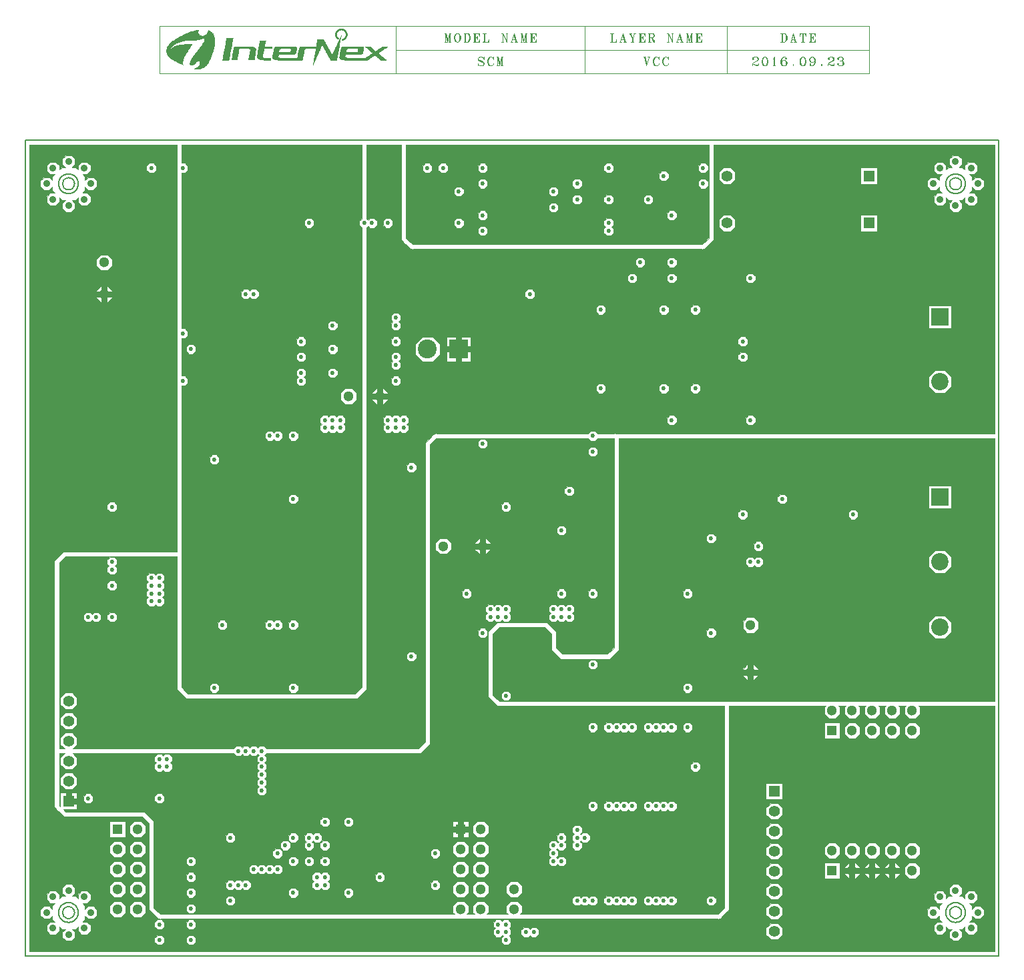
<source format=gbr>
%MOMM*%
%FSLAX33Y33*%
%ADD10C,0.203200*%
%ADD125C,0.120000*%
%ADD135R,1.400000X1.400000*%
%ADD175C,0.750000*%
%ADD181C,0.530000*%
%ADD182C,0.900000*%
%ADD183R,1.300000X1.300000*%
%ADD184R,2.400000X2.400000*%
%ADD185C,2.200000*%
%ADD186R,2.200000X2.200000*%
%ADD218C,0.100000*%
%ADD226C,1.400000*%
%ADD227C,2.400000*%
%ADD228C,1.300000*%
G90*G71*G01*D02*G54D10*X000000Y000000D02*X123500Y000000D01*X123500Y103500D01*
X000000Y103500D01*X000000Y000000D01*X004250Y005500D02*X004274Y005256D01*
X004345Y005022D01*X004461Y004806D01*X004616Y004616D01*X004806Y004461D01*
X005022Y004345D01*X005256Y004274D01*X005500Y004250D01*X005744Y004274D01*
X005978Y004345D01*X006194Y004461D01*X006384Y004616D01*X006539Y004806D01*
X006655Y005022D01*X006726Y005256D01*X006750Y005500D01*X006726Y005744D01*
X006655Y005978D01*X006539Y006194D01*X006384Y006384D01*X006194Y006539D01*
X005978Y006655D01*X005744Y006726D01*X005500Y006750D01*X005256Y006726D01*
X005022Y006655D01*X004806Y006539D01*X004616Y006384D01*X004461Y006194D01*
X004345Y005978D01*X004274Y005744D01*X004250Y005500D01*X004750Y005500D02*
X004764Y005354D01*X004807Y005213D01*X004876Y005083D01*X004970Y004970D01*
X005083Y004876D01*X005213Y004807D01*X005354Y004764D01*X005500Y004750D01*
X005646Y004764D01*X005787Y004807D01*X005917Y004876D01*X006030Y004970D01*
X006124Y005083D01*X006193Y005213D01*X006236Y005354D01*X006250Y005500D01*
X006236Y005646D01*X006193Y005787D01*X006124Y005917D01*X006030Y006030D01*
X005917Y006124D01*X005787Y006193D01*X005646Y006236D01*X005500Y006250D01*
X005354Y006236D01*X005213Y006193D01*X005083Y006124D01*X004970Y006030D01*
X004876Y005917D01*X004807Y005787D01*X004764Y005646D01*X004750Y005500D01*
X116750Y005500D02*X116774Y005256D01*X116845Y005022D01*X116961Y004806D01*
X117116Y004616D01*X117306Y004461D01*X117522Y004345D01*X117756Y004274D01*
X118000Y004250D01*X118244Y004274D01*X118478Y004345D01*X118694Y004461D01*
X118884Y004616D01*X119039Y004806D01*X119155Y005022D01*X119226Y005256D01*
X119250Y005500D01*X119226Y005744D01*X119155Y005978D01*X119039Y006194D01*
X118884Y006384D01*X118694Y006539D01*X118478Y006655D01*X118244Y006726D01*
X118000Y006750D01*X117756Y006726D01*X117522Y006655D01*X117306Y006539D01*
X117116Y006384D01*X116961Y006194D01*X116845Y005978D01*X116774Y005744D01*
X116750Y005500D01*X117250Y005500D02*X117264Y005354D01*X117307Y005213D01*
X117376Y005083D01*X117470Y004970D01*X117583Y004876D01*X117713Y004807D01*
X117854Y004764D01*X118000Y004750D01*X118146Y004764D01*X118287Y004807D01*
X118417Y004876D01*X118530Y004970D01*X118624Y005083D01*X118693Y005213D01*
X118736Y005354D01*X118750Y005500D01*X118736Y005646D01*X118693Y005787D01*
X118624Y005917D01*X118530Y006030D01*X118417Y006124D01*X118287Y006193D01*
X118146Y006236D01*X118000Y006250D01*X117854Y006236D01*X117713Y006193D01*
X117583Y006124D01*X117470Y006030D01*X117376Y005917D01*X117307Y005787D01*
X117264Y005646D01*X117250Y005500D01*X004250Y098000D02*X004274Y097756D01*
X004345Y097522D01*X004461Y097306D01*X004616Y097116D01*X004806Y096961D01*
X005022Y096845D01*X005256Y096774D01*X005500Y096750D01*X005744Y096774D01*
X005978Y096845D01*X006194Y096961D01*X006384Y097116D01*X006539Y097306D01*
X006655Y097522D01*X006726Y097756D01*X006750Y098000D01*X006726Y098244D01*
X006655Y098478D01*X006539Y098694D01*X006384Y098884D01*X006194Y099039D01*
X005978Y099155D01*X005744Y099226D01*X005500Y099250D01*X005256Y099226D01*
X005022Y099155D01*X004806Y099039D01*X004616Y098884D01*X004461Y098694D01*
X004345Y098478D01*X004274Y098244D01*X004250Y098000D01*X004750Y098000D02*
X004764Y097854D01*X004807Y097713D01*X004876Y097583D01*X004970Y097470D01*
X005083Y097376D01*X005213Y097307D01*X005354Y097264D01*X005500Y097250D01*
X005646Y097264D01*X005787Y097307D01*X005917Y097376D01*X006030Y097470D01*
X006124Y097583D01*X006193Y097713D01*X006236Y097854D01*X006250Y098000D01*
X006236Y098146D01*X006193Y098287D01*X006124Y098417D01*X006030Y098530D01*
X005917Y098624D01*X005787Y098693D01*X005646Y098736D01*X005500Y098750D01*
X005354Y098736D01*X005213Y098693D01*X005083Y098624D01*X004970Y098530D01*
X004876Y098417D01*X004807Y098287D01*X004764Y098146D01*X004750Y098000D01*
X116750Y098000D02*X116774Y097756D01*X116845Y097522D01*X116961Y097306D01*
X117116Y097116D01*X117306Y096961D01*X117522Y096845D01*X117756Y096774D01*
X118000Y096750D01*X118244Y096774D01*X118478Y096845D01*X118694Y096961D01*
X118884Y097116D01*X119039Y097306D01*X119155Y097522D01*X119226Y097756D01*
X119250Y098000D01*X119226Y098244D01*X119155Y098478D01*X119039Y098694D01*
X118884Y098884D01*X118694Y099039D01*X118478Y099155D01*X118244Y099226D01*
X118000Y099250D01*X117756Y099226D01*X117522Y099155D01*X117306Y099039D01*
X117116Y098884D01*X116961Y098694D01*X116845Y098478D01*X116774Y098244D01*
X116750Y098000D01*X117250Y098000D02*X117264Y097854D01*X117307Y097713D01*
X117376Y097583D01*X117470Y097470D01*X117583Y097376D01*X117713Y097307D01*
X117854Y097264D01*X118000Y097250D01*X118146Y097264D01*X118287Y097307D01*
X118417Y097376D01*X118530Y097470D01*X118624Y097583D01*X118693Y097713D01*
X118736Y097854D01*X118750Y098000D01*X118736Y098146D01*X118693Y098287D01*
X118624Y098417D01*X118530Y098530D01*X118417Y098624D01*X118287Y098693D01*
X118146Y098736D01*X118000Y098750D01*X117854Y098736D01*X117713Y098693D01*
X117583Y098624D01*X117470Y098530D01*X117376Y098417D01*X117307Y098287D01*
X117264Y098146D01*X117250Y098000D01*D02*G54D125*X047000Y118000D02*
X017000Y118000D01*X017000Y112000D01*X047000Y112000D01*X047000Y115000D02*
X107000Y115000D01*X071000Y118000D02*X071000Y112000D01*X047000Y118000D02*
X107000Y118000D01*X107000Y112000D02*X047000Y112000D01*X047000Y118000D02*
X047000Y112000D01*X107000Y118000D02*X107000Y112000D01*X089000Y118000D02*
X089000Y112000D01*X092265Y113882D02*X092265Y113827D01*X092319Y113827D01*
X092319Y113882D01*X092265Y113882D01*X092265Y113936D02*X092319Y113936D01*
X092374Y113882D01*X092374Y113827D01*X092319Y113773D01*X092265Y113773D01*
X092210Y113827D01*X092210Y113882D01*X092265Y113991D01*X092319Y114045D01*
X092483Y114082D01*X092709Y114082D01*X092873Y114045D01*X092928Y113991D01*
X092990Y113882D01*X092990Y113773D01*X092928Y113682D01*X092764Y113573D01*
X092483Y113464D01*X092374Y113409D01*X092265Y113300D01*X092210Y113155D01*
X092210Y112991D01*X092873Y113991D02*X092928Y113882D01*X092928Y113773D01*
X092873Y113682D01*X092709Y114082D02*X092818Y114045D01*X092873Y113882D01*
X092873Y113773D01*X092818Y113682D01*X092709Y113573D01*X092483Y113464D01*
X092210Y113100D02*X092265Y113155D01*X092374Y113155D01*X092647Y113100D01*
X092873Y113100D01*X092990Y113155D01*X092374Y113155D02*X092647Y113045D01*
X092873Y113045D01*X092928Y113100D01*X092374Y113155D02*X092647Y112991D01*
X092873Y112991D01*X092928Y113045D01*X092990Y113155D01*X092990Y113245D01*
X093738Y114082D02*X093574Y114045D01*X093465Y113882D01*X093410Y113627D01*
X093410Y113464D01*X093465Y113209D01*X093574Y113045D01*X093738Y112991D01*
X093855Y112991D01*X094018Y113045D01*X094128Y113209D01*X094190Y113464D01*
X094190Y113627D01*X094128Y113882D01*X094018Y114045D01*X093855Y114082D01*
X093738Y114082D01*X093574Y113991D02*X093519Y113882D01*X093465Y113682D01*
X093465Y113409D01*X093519Y113209D01*X093574Y113100D01*X094018Y113100D02*
X094073Y113209D01*X094128Y113409D01*X094128Y113682D01*X094073Y113882D01*
X094018Y113991D01*X093738Y114082D02*X093628Y114045D01*X093574Y113936D01*
X093519Y113682D01*X093519Y113409D01*X093574Y113155D01*X093628Y113045D01*
X093738Y112991D01*X093855Y112991D02*X093964Y113045D01*X094018Y113155D01*
X094073Y113409D01*X094073Y113682D01*X094018Y113936D01*X093964Y114045D01*
X093855Y114082D01*X094961Y113991D02*X094961Y112991D01*X094992Y113991D02*
X094992Y113045D01*X095016Y114082D02*X095016Y112991D01*X095016Y114082D02*
X094938Y113936D01*X094891Y113882D01*X094867Y112991D02*X095117Y112991D01*
X094961Y113045D02*X094914Y112991D01*X094961Y113100D02*X094938Y112991D01*
X095016Y113100D02*X095039Y112991D01*X095016Y113045D02*X095062Y112991D01*
X096418Y113936D02*X096418Y113882D01*X096473Y113882D01*X096473Y113936D01*
X096418Y113936D01*X096473Y113991D02*X096418Y113991D01*X096364Y113936D01*
X096364Y113882D01*X096418Y113827D01*X096473Y113827D01*X096528Y113882D01*
X096528Y113936D01*X096473Y114045D01*X096364Y114082D01*X096200Y114082D01*
X096028Y114045D01*X095919Y113936D01*X095865Y113827D01*X095810Y113627D01*
X095810Y113300D01*X095865Y113155D01*X095974Y113045D01*X096138Y112991D01*
X096255Y112991D01*X096418Y113045D01*X096528Y113155D01*X096590Y113300D01*
X096590Y113355D01*X096528Y113518D01*X096418Y113627D01*X096255Y113682D01*
X096138Y113682D01*X096028Y113627D01*X095974Y113573D01*X095919Y113464D01*
X095974Y113936D02*X095919Y113827D01*X095865Y113627D01*X095865Y113300D01*
X095919Y113155D01*X095974Y113100D01*X096473Y113155D02*X096528Y113245D01*
X096528Y113409D01*X096473Y113518D01*X096200Y114082D02*X096083Y114045D01*
X096028Y113991D01*X095974Y113882D01*X095919Y113682D01*X095919Y113300D01*
X095974Y113155D01*X096028Y113045D01*X096138Y112991D01*X096255Y112991D02*
X096364Y113045D01*X096418Y113100D01*X096473Y113245D01*X096473Y113409D01*
X096418Y113573D01*X096364Y113627D01*X096255Y113682D01*X097384Y113155D02*
X097361Y113100D01*X097361Y113045D01*X097384Y112991D01*X097408Y112991D01*
X097431Y113045D01*X097431Y113100D01*X097408Y113155D01*X097384Y113155D01*
X097384Y113100D02*X097384Y113045D01*X097408Y113045D01*X097408Y113100D01*
X097384Y113100D01*X098538Y114082D02*X098374Y114045D01*X098265Y113882D01*
X098210Y113627D01*X098210Y113464D01*X098265Y113209D01*X098374Y113045D01*
X098538Y112991D01*X098655Y112991D01*X098818Y113045D01*X098928Y113209D01*
X098990Y113464D01*X098990Y113627D01*X098928Y113882D01*X098818Y114045D01*
X098655Y114082D01*X098538Y114082D01*X098374Y113991D02*X098319Y113882D01*
X098265Y113682D01*X098265Y113409D01*X098319Y113209D01*X098374Y113100D01*
X098818Y113100D02*X098873Y113209D01*X098928Y113409D01*X098928Y113682D01*
X098873Y113882D01*X098818Y113991D01*X098538Y114082D02*X098428Y114045D01*
X098374Y113936D01*X098319Y113682D01*X098319Y113409D01*X098374Y113155D01*
X098428Y113045D01*X098538Y112991D01*X098655Y112991D02*X098764Y113045D01*
X098818Y113155D01*X098873Y113409D01*X098873Y113682D01*X098818Y113936D01*
X098764Y114045D01*X098655Y114082D01*X099519Y113209D02*X099519Y113155D01*
X099574Y113155D01*X099574Y113209D01*X099519Y113209D01*X100073Y113627D02*
X100018Y113518D01*X099964Y113464D01*X099855Y113409D01*X099738Y113409D01*
X099574Y113464D01*X099465Y113573D01*X099410Y113718D01*X099410Y113773D01*
X099465Y113936D01*X099574Y114045D01*X099738Y114082D01*X099855Y114082D01*
X100018Y114045D01*X100128Y113936D01*X100190Y113773D01*X100190Y113464D01*
X100128Y113245D01*X100073Y113155D01*X099964Y113045D01*X099792Y112991D01*
X099628Y112991D01*X099519Y113045D01*X099465Y113155D01*X099465Y113209D01*
X099519Y113245D01*X099574Y113245D01*X099628Y113209D01*X099628Y113155D01*
X099574Y113100D01*X099519Y113100D01*X099519Y113573D02*X099465Y113682D01*
X099465Y113827D01*X099519Y113936D01*X100018Y113991D02*X100073Y113936D01*
X100128Y113773D01*X100128Y113464D01*X100073Y113245D01*X100018Y113155D01*
X099738Y113409D02*X099628Y113464D01*X099574Y113518D01*X099519Y113682D01*
X099519Y113827D01*X099574Y113991D01*X099628Y114045D01*X099738Y114082D01*
X099855Y114082D02*X099964Y114045D01*X100018Y113936D01*X100073Y113773D01*
X100073Y113409D01*X100018Y113209D01*X099964Y113100D01*X099909Y113045D01*
X099792Y112991D01*X100984Y113155D02*X100961Y113100D01*X100961Y113045D01*
X100984Y112991D01*X101008Y112991D01*X101031Y113045D01*X101031Y113100D01*
X101008Y113155D01*X100984Y113155D01*X100984Y113100D02*X100984Y113045D01*
X101008Y113045D01*X101008Y113100D01*X100984Y113100D01*X101865Y113882D02*
X101865Y113827D01*X101919Y113827D01*X101919Y113882D01*X101865Y113882D01*
X101865Y113936D02*X101919Y113936D01*X101974Y113882D01*X101974Y113827D01*
X101919Y113773D01*X101865Y113773D01*X101810Y113827D01*X101810Y113882D01*
X101865Y113991D01*X101919Y114045D01*X102083Y114082D01*X102309Y114082D01*
X102473Y114045D01*X102528Y113991D01*X102590Y113882D01*X102590Y113773D01*
X102528Y113682D01*X102364Y113573D01*X102083Y113464D01*X101974Y113409D01*
X101865Y113300D01*X101810Y113155D01*X101810Y112991D01*X102473Y113991D02*
X102528Y113882D01*X102528Y113773D01*X102473Y113682D01*X102309Y114082D02*
X102418Y114045D01*X102473Y113882D01*X102473Y113773D01*X102418Y113682D01*
X102309Y113573D01*X102083Y113464D01*X101810Y113100D02*X101865Y113155D01*
X101974Y113155D01*X102247Y113100D01*X102473Y113100D01*X102590Y113155D01*
X101974Y113155D02*X102247Y113045D01*X102473Y113045D01*X102528Y113100D01*
X101974Y113155D02*X102247Y112991D01*X102473Y112991D01*X102528Y113045D01*
X102590Y113155D01*X102590Y113245D01*X103065Y113882D02*X103065Y113827D01*
X103119Y113827D01*X103119Y113882D01*X103065Y113882D01*X103065Y113936D02*
X103119Y113936D01*X103174Y113882D01*X103174Y113827D01*X103119Y113773D01*
X103065Y113773D01*X103010Y113827D01*X103010Y113882D01*X103065Y113991D01*
X103119Y114045D01*X103283Y114082D01*X103509Y114082D01*X103673Y114045D01*
X103728Y113936D01*X103728Y113773D01*X103673Y113682D01*X103509Y113627D01*
X103618Y114045D02*X103673Y113936D01*X103673Y113773D01*X103618Y113682D01*
X103455Y114082D02*X103564Y114045D01*X103618Y113936D01*X103618Y113773D01*
X103564Y113682D01*X103455Y113627D01*X103338Y113627D02*X103509Y113627D01*
X103618Y113573D01*X103728Y113464D01*X103790Y113355D01*X103790Y113209D01*
X103728Y113100D01*X103673Y113045D01*X103509Y112991D01*X103283Y112991D01*
X103119Y113045D01*X103065Y113100D01*X103010Y113209D01*X103010Y113245D01*
X103065Y113300D01*X103119Y113300D01*X103174Y113245D01*X103174Y113209D01*
X103119Y113155D01*X103065Y113155D01*X103673Y113464D02*X103728Y113355D01*
X103728Y113209D01*X103673Y113100D01*X103455Y113627D02*X103564Y113573D01*
X103618Y113518D01*X103673Y113355D01*X103673Y113209D01*X103618Y113045D01*
X103509Y112991D01*X103065Y113245D02*X103065Y113209D01*X103119Y113209D01*
X103119Y113245D01*X103065Y113245D01*X095943Y117082D02*X095943Y115991D01*
X095989Y117045D02*X095989Y116045D01*X096036Y117082D02*X096036Y115991D01*
X095810Y117082D02*X096262Y117082D01*X096403Y117045D01*X096496Y116936D01*
X096543Y116827D01*X096590Y116682D01*X096590Y116409D01*X096543Y116245D01*
X096496Y116155D01*X096403Y116045D01*X096262Y115991D01*X095810Y115991D01*
X096450Y116936D02*X096496Y116827D01*X096543Y116682D01*X096543Y116409D01*
X096496Y116245D01*X096450Y116155D01*X096262Y117082D02*X096356Y117045D01*
X096450Y116882D01*X096496Y116682D01*X096496Y116409D01*X096450Y116209D01*
X096356Y116045D01*X096262Y115991D01*X095849Y117082D02*X095943Y117045D01*
X095896Y117082D02*X095943Y116991D01*X096083Y117082D02*X096036Y116991D01*
X096130Y117082D02*X096036Y117045D01*X095943Y116045D02*X095849Y115991D01*
X095943Y116100D02*X095896Y115991D01*X096036Y116100D02*X096083Y115991D01*
X096036Y116045D02*X096130Y115991D01*X097400Y117082D02*X097096Y116045D01*
X097353Y116936D02*X097611Y115991D01*X097400Y116936D02*X097657Y115991D01*
X097400Y117082D02*X097696Y115991D01*X097182Y116300D02*X097572Y116300D01*
X097010Y115991D02*X097267Y115991D01*X097486Y115991D02*X097790Y115991D01*
X097096Y116045D02*X097049Y115991D01*X097096Y116045D02*X097182Y115991D01*
X097611Y116045D02*X097525Y115991D01*X097611Y116100D02*X097572Y115991D01*
X097657Y116100D02*X097743Y115991D01*X098210Y117082D02*X098210Y116773D01*
X098545Y117082D02*X098545Y115991D01*X098600Y117045D02*X098600Y116045D01*
X098647Y117082D02*X098647Y115991D01*X098990Y117082D02*X098990Y116773D01*
X098210Y117082D02*X098990Y117082D01*X098405Y115991D02*X098787Y115991D01*
X098257Y117082D02*X098210Y116773D01*X098304Y117082D02*X098210Y116936D01*
X098350Y117082D02*X098210Y116991D01*X098452Y117082D02*X098210Y117045D01*
X098740Y117082D02*X098990Y117045D01*X098842Y117082D02*X098990Y116991D01*
X098889Y117082D02*X098990Y116936D01*X098935Y117082D02*X098990Y116773D01*
X098545Y116045D02*X098452Y115991D01*X098545Y116100D02*X098499Y115991D01*
X098647Y116100D02*X098694Y115991D01*X098647Y116045D02*X098740Y115991D01*
X099550Y117082D02*X099550Y115991D01*X099597Y117045D02*X099597Y116045D01*
X099652Y117082D02*X099652Y115991D01*X099410Y117082D02*X100190Y117082D01*
X100190Y116773D01*X099652Y116573D02*X099940Y116573D01*X099940Y116773D02*
X099940Y116355D01*X099410Y115991D02*X100190Y115991D01*X100190Y116300D01*
X099457Y117082D02*X099550Y117045D01*X099504Y117082D02*X099550Y116991D01*
X099699Y117082D02*X099652Y116991D01*X099745Y117082D02*X099652Y117045D01*
X099940Y117082D02*X100190Y117045D01*X100042Y117082D02*X100190Y116991D01*
X100089Y117082D02*X100190Y116936D01*X100135Y117082D02*X100190Y116773D01*
X099940Y116773D02*X099894Y116573D01*X099940Y116355D01*X099940Y116682D02*
X099847Y116573D01*X099940Y116464D01*X099940Y116627D02*X099745Y116573D01*
X099940Y116518D01*X099550Y116045D02*X099457Y115991D01*X099550Y116100D02*
X099504Y115991D01*X099652Y116100D02*X099699Y115991D01*X099652Y116045D02*
X099745Y115991D01*X099940Y115991D02*X100190Y116045D01*X100042Y115991D02*
X100190Y116100D01*X100089Y115991D02*X100190Y116155D01*X100135Y115991D02*
X100190Y116300D01*X074366Y117082D02*X074366Y115991D01*X074413Y117045D02*
X074413Y116045D01*X074467Y117082D02*X074467Y115991D01*X074210Y117082D02*
X074623Y117082D01*X074210Y115991D02*X074990Y115991D01*X074990Y116300D01*
X074257Y117082D02*X074366Y117045D01*X074311Y117082D02*X074366Y116991D01*
X074522Y117082D02*X074467Y116991D01*X074569Y117082D02*X074467Y117045D01*
X074366Y116045D02*X074257Y115991D01*X074366Y116100D02*X074311Y115991D01*
X074467Y116100D02*X074522Y115991D01*X074467Y116045D02*X074569Y115991D01*
X074725Y115991D02*X074990Y116045D01*X074826Y115991D02*X074990Y116100D01*
X074881Y115991D02*X074990Y116155D01*X074935Y115991D02*X074990Y116300D01*
X075800Y117082D02*X075496Y116045D01*X075753Y116936D02*X076011Y115991D01*
X075800Y116936D02*X076057Y115991D01*X075800Y117082D02*X076096Y115991D01*
X075582Y116300D02*X075972Y116300D01*X075410Y115991D02*X075667Y115991D01*
X075886Y115991D02*X076190Y115991D01*X075496Y116045D02*X075449Y115991D01*
X075496Y116045D02*X075582Y115991D01*X076011Y116045D02*X075925Y115991D01*
X076011Y116100D02*X075972Y115991D01*X076057Y116100D02*X076143Y115991D01*
X076688Y117082D02*X076953Y116518D01*X076953Y115991D01*X076727Y117082D02*
X076992Y116518D01*X076992Y116045D01*X076758Y117082D02*X077039Y116518D01*
X077039Y115991D01*X077265Y117045D02*X077039Y116518D01*X076610Y117082D02*
X076883Y117082D01*X077148Y117082D02*X077390Y117082D01*X076844Y115991D02*
X077148Y115991D01*X076649Y117082D02*X076727Y117045D01*X076844Y117082D02*
X076758Y117045D01*X077195Y117082D02*X077265Y117045D01*X077343Y117082D02*
X077265Y117045D01*X076953Y116045D02*X076883Y115991D01*X076953Y116100D02*
X076914Y115991D01*X077039Y116100D02*X077070Y115991D01*X077039Y116045D02*
X077109Y115991D01*X077950Y117082D02*X077950Y115991D01*X077997Y117045D02*
X077997Y116045D01*X078052Y117082D02*X078052Y115991D01*X077810Y117082D02*
X078590Y117082D01*X078590Y116773D01*X078052Y116573D02*X078340Y116573D01*
X078340Y116773D02*X078340Y116355D01*X077810Y115991D02*X078590Y115991D01*
X078590Y116300D01*X077857Y117082D02*X077950Y117045D01*X077904Y117082D02*
X077950Y116991D01*X078099Y117082D02*X078052Y116991D01*X078145Y117082D02*
X078052Y117045D01*X078340Y117082D02*X078590Y117045D01*X078442Y117082D02*
X078590Y116991D01*X078489Y117082D02*X078590Y116936D01*X078535Y117082D02*
X078590Y116773D01*X078340Y116773D02*X078294Y116573D01*X078340Y116355D01*
X078340Y116682D02*X078247Y116573D01*X078340Y116464D01*X078340Y116627D02*
X078145Y116573D01*X078340Y116518D01*X077950Y116045D02*X077857Y115991D01*
X077950Y116100D02*X077904Y115991D01*X078052Y116100D02*X078099Y115991D01*
X078052Y116045D02*X078145Y115991D01*X078340Y115991D02*X078590Y116045D01*
X078442Y115991D02*X078590Y116100D01*X078489Y115991D02*X078590Y116155D01*
X078535Y115991D02*X078590Y116300D01*X079135Y117082D02*X079135Y115991D01*
X079182Y117045D02*X079182Y116045D01*X079221Y117082D02*X079221Y115991D01*
X079010Y117082D02*X079525Y117082D01*X079657Y117045D01*X079696Y116991D01*
X079743Y116882D01*X079743Y116773D01*X079696Y116682D01*X079657Y116627D01*
X079525Y116573D01*X079221Y116573D01*X079657Y116991D02*X079696Y116882D01*
X079696Y116773D01*X079657Y116682D01*X079525Y117082D02*X079611Y117045D01*
X079657Y116936D01*X079657Y116718D01*X079611Y116627D01*X079525Y116573D01*
X079392Y116573D02*X079486Y116518D01*X079525Y116409D01*X079611Y116100D01*
X079657Y115991D01*X079743Y115991D01*X079790Y116100D01*X079790Y116209D01*
X079611Y116209D02*X079657Y116100D01*X079696Y116045D01*X079743Y116045D01*
X079486Y116518D02*X079525Y116464D01*X079657Y116155D01*X079696Y116100D01*
X079743Y116100D01*X079790Y116155D01*X079010Y115991D02*X079353Y115991D01*
X079049Y117082D02*X079135Y117045D01*X079096Y117082D02*X079135Y116991D01*
X079267Y117082D02*X079221Y116991D01*X079306Y117082D02*X079221Y117045D01*
X079135Y116045D02*X079049Y115991D01*X079135Y116100D02*X079096Y115991D01*
X079221Y116100D02*X079267Y115991D01*X079221Y116045D02*X079306Y115991D01*
X081519Y117082D02*X081519Y116045D01*X081519Y117082D02*X082065Y115991D01*
X081566Y117082D02*X082026Y116155D01*X081597Y117082D02*X082065Y116155D01*
X082065Y117045D02*X082065Y115991D01*X081410Y117082D02*X081597Y117082D01*
X081956Y117082D02*X082190Y117082D01*X081410Y115991D02*X081636Y115991D01*
X081441Y117082D02*X081519Y117045D01*X081995Y117082D02*X082065Y117045D01*
X082151Y117082D02*X082065Y117045D01*X081519Y116045D02*X081441Y115991D01*
X081519Y116045D02*X081597Y115991D01*X083000Y117082D02*X082696Y116045D01*
X082953Y116936D02*X083211Y115991D01*X083000Y116936D02*X083257Y115991D01*
X083000Y117082D02*X083296Y115991D01*X082782Y116300D02*X083172Y116300D01*
X082610Y115991D02*X082867Y115991D01*X083086Y115991D02*X083390Y115991D01*
X082696Y116045D02*X082649Y115991D01*X082696Y116045D02*X082782Y115991D01*
X083211Y116045D02*X083125Y115991D01*X083211Y116100D02*X083172Y115991D01*
X083257Y116100D02*X083343Y115991D01*X083911Y117082D02*X083911Y116045D01*
X083911Y117082D02*X084161Y115991D01*X083950Y117082D02*X084161Y116155D01*
X083982Y117082D02*X084192Y116155D01*X084411Y117082D02*X084161Y115991D01*
X084411Y117082D02*X084411Y115991D01*X084442Y117045D02*X084442Y116045D01*
X084481Y117082D02*X084481Y115991D01*X083810Y117082D02*X083982Y117082D01*
X084411Y117082D02*X084590Y117082D01*X083810Y115991D02*X084021Y115991D01*
X084301Y115991D02*X084590Y115991D01*X083841Y117082D02*X083911Y117045D01*
X084512Y117082D02*X084481Y116991D01*X084551Y117082D02*X084481Y117045D01*
X083911Y116045D02*X083841Y115991D01*X083911Y116045D02*X083982Y115991D01*
X084411Y116045D02*X084340Y115991D01*X084411Y116100D02*X084372Y115991D01*
X084481Y116100D02*X084512Y115991D01*X084481Y116045D02*X084551Y115991D01*
X085150Y117082D02*X085150Y115991D01*X085197Y117045D02*X085197Y116045D01*
X085252Y117082D02*X085252Y115991D01*X085010Y117082D02*X085790Y117082D01*
X085790Y116773D01*X085252Y116573D02*X085540Y116573D01*X085540Y116773D02*
X085540Y116355D01*X085010Y115991D02*X085790Y115991D01*X085790Y116300D01*
X085057Y117082D02*X085150Y117045D01*X085104Y117082D02*X085150Y116991D01*
X085299Y117082D02*X085252Y116991D01*X085345Y117082D02*X085252Y117045D01*
X085540Y117082D02*X085790Y117045D01*X085642Y117082D02*X085790Y116991D01*
X085689Y117082D02*X085790Y116936D01*X085735Y117082D02*X085790Y116773D01*
X085540Y116773D02*X085494Y116573D01*X085540Y116355D01*X085540Y116682D02*
X085447Y116573D01*X085540Y116464D01*X085540Y116627D02*X085345Y116573D01*
X085540Y116518D01*X085150Y116045D02*X085057Y115991D01*X085150Y116100D02*
X085104Y115991D01*X085252Y116100D02*X085299Y115991D01*X085252Y116045D02*
X085345Y115991D01*X085540Y115991D02*X085790Y116045D01*X085642Y115991D02*
X085790Y116100D01*X085689Y115991D02*X085790Y116155D01*X085735Y115991D02*
X085790Y116300D01*X053311Y117082D02*X053311Y116045D01*X053311Y117082D02*
X053561Y115991D01*X053350Y117082D02*X053561Y116155D01*X053382Y117082D02*
X053592Y116155D01*X053811Y117082D02*X053561Y115991D01*X053811Y117082D02*
X053811Y115991D01*X053842Y117045D02*X053842Y116045D01*X053881Y117082D02*
X053881Y115991D01*X053210Y117082D02*X053382Y117082D01*X053811Y117082D02*
X053990Y117082D01*X053210Y115991D02*X053421Y115991D01*X053701Y115991D02*
X053990Y115991D01*X053241Y117082D02*X053311Y117045D01*X053912Y117082D02*
X053881Y116991D01*X053951Y117082D02*X053881Y117045D01*X053311Y116045D02*
X053241Y115991D01*X053311Y116045D02*X053382Y115991D01*X053811Y116045D02*
X053740Y115991D01*X053811Y116100D02*X053772Y115991D01*X053881Y116100D02*
X053912Y115991D01*X053881Y116045D02*X053951Y115991D01*X054745Y117082D02*
X054605Y117045D01*X054504Y116936D01*X054457Y116827D01*X054410Y116627D01*
X054410Y116464D01*X054457Y116245D01*X054504Y116155D01*X054605Y116045D01*
X054745Y115991D01*X054847Y115991D01*X054995Y116045D01*X055089Y116155D01*
X055135Y116245D01*X055190Y116464D01*X055190Y116627D01*X055135Y116827D01*
X055089Y116936D01*X054995Y117045D01*X054847Y117082D01*X054745Y117082D01*
X054550Y116936D02*X054504Y116827D01*X054457Y116682D01*X054457Y116409D01*
X054504Y116245D01*X054550Y116155D01*X055042Y116155D02*X055089Y116245D01*
X055135Y116409D01*X055135Y116682D01*X055089Y116827D01*X055042Y116936D01*
X054745Y117082D02*X054652Y117045D01*X054550Y116882D01*X054504Y116682D01*
X054504Y116409D01*X054550Y116209D01*X054652Y116045D01*X054745Y115991D01*
X054847Y115991D02*X054940Y116045D01*X055042Y116209D01*X055089Y116409D01*
X055089Y116682D01*X055042Y116882D01*X054940Y117045D01*X054847Y117082D01*
X055743Y117082D02*X055743Y115991D01*X055789Y117045D02*X055789Y116045D01*
X055836Y117082D02*X055836Y115991D01*X055610Y117082D02*X056062Y117082D01*
X056203Y117045D01*X056296Y116936D01*X056343Y116827D01*X056390Y116682D01*
X056390Y116409D01*X056343Y116245D01*X056296Y116155D01*X056203Y116045D01*
X056062Y115991D01*X055610Y115991D01*X056250Y116936D02*X056296Y116827D01*
X056343Y116682D01*X056343Y116409D01*X056296Y116245D01*X056250Y116155D01*
X056062Y117082D02*X056156Y117045D01*X056250Y116882D01*X056296Y116682D01*
X056296Y116409D01*X056250Y116209D01*X056156Y116045D01*X056062Y115991D01*
X055649Y117082D02*X055743Y117045D01*X055696Y117082D02*X055743Y116991D01*
X055883Y117082D02*X055836Y116991D01*X055930Y117082D02*X055836Y117045D01*
X055743Y116045D02*X055649Y115991D01*X055743Y116100D02*X055696Y115991D01*
X055836Y116100D02*X055883Y115991D01*X055836Y116045D02*X055930Y115991D01*
X056950Y117082D02*X056950Y115991D01*X056997Y117045D02*X056997Y116045D01*
X057052Y117082D02*X057052Y115991D01*X056810Y117082D02*X057590Y117082D01*
X057590Y116773D01*X057052Y116573D02*X057340Y116573D01*X057340Y116773D02*
X057340Y116355D01*X056810Y115991D02*X057590Y115991D01*X057590Y116300D01*
X056857Y117082D02*X056950Y117045D01*X056904Y117082D02*X056950Y116991D01*
X057099Y117082D02*X057052Y116991D01*X057145Y117082D02*X057052Y117045D01*
X057340Y117082D02*X057590Y117045D01*X057442Y117082D02*X057590Y116991D01*
X057489Y117082D02*X057590Y116936D01*X057535Y117082D02*X057590Y116773D01*
X057340Y116773D02*X057294Y116573D01*X057340Y116355D01*X057340Y116682D02*
X057247Y116573D01*X057340Y116464D01*X057340Y116627D02*X057145Y116573D01*
X057340Y116518D01*X056950Y116045D02*X056857Y115991D01*X056950Y116100D02*
X056904Y115991D01*X057052Y116100D02*X057099Y115991D01*X057052Y116045D02*
X057145Y115991D01*X057340Y115991D02*X057590Y116045D01*X057442Y115991D02*
X057590Y116100D01*X057489Y115991D02*X057590Y116155D01*X057535Y115991D02*
X057590Y116300D01*X058166Y117082D02*X058166Y115991D01*X058213Y117045D02*
X058213Y116045D01*X058267Y117082D02*X058267Y115991D01*X058010Y117082D02*
X058423Y117082D01*X058010Y115991D02*X058790Y115991D01*X058790Y116300D01*
X058057Y117082D02*X058166Y117045D01*X058111Y117082D02*X058166Y116991D01*
X058322Y117082D02*X058267Y116991D01*X058369Y117082D02*X058267Y117045D01*
X058166Y116045D02*X058057Y115991D01*X058166Y116100D02*X058111Y115991D01*
X058267Y116100D02*X058322Y115991D01*X058267Y116045D02*X058369Y115991D01*
X058525Y115991D02*X058790Y116045D01*X058626Y115991D02*X058790Y116100D01*
X058681Y115991D02*X058790Y116155D01*X058735Y115991D02*X058790Y116300D01*
X060519Y117082D02*X060519Y116045D01*X060519Y117082D02*X061065Y115991D01*
X060566Y117082D02*X061026Y116155D01*X060597Y117082D02*X061065Y116155D01*
X061065Y117045D02*X061065Y115991D01*X060410Y117082D02*X060597Y117082D01*
X060956Y117082D02*X061190Y117082D01*X060410Y115991D02*X060636Y115991D01*
X060441Y117082D02*X060519Y117045D01*X060995Y117082D02*X061065Y117045D01*
X061151Y117082D02*X061065Y117045D01*X060519Y116045D02*X060441Y115991D01*
X060519Y116045D02*X060597Y115991D01*X062000Y117082D02*X061696Y116045D01*
X061953Y116936D02*X062211Y115991D01*X062000Y116936D02*X062257Y115991D01*
X062000Y117082D02*X062296Y115991D01*X061782Y116300D02*X062172Y116300D01*
X061610Y115991D02*X061867Y115991D01*X062086Y115991D02*X062390Y115991D01*
X061696Y116045D02*X061649Y115991D01*X061696Y116045D02*X061782Y115991D01*
X062211Y116045D02*X062125Y115991D01*X062211Y116100D02*X062172Y115991D01*
X062257Y116100D02*X062343Y115991D01*X062911Y117082D02*X062911Y116045D01*
X062911Y117082D02*X063161Y115991D01*X062950Y117082D02*X063161Y116155D01*
X062982Y117082D02*X063192Y116155D01*X063411Y117082D02*X063161Y115991D01*
X063411Y117082D02*X063411Y115991D01*X063442Y117045D02*X063442Y116045D01*
X063481Y117082D02*X063481Y115991D01*X062810Y117082D02*X062982Y117082D01*
X063411Y117082D02*X063590Y117082D01*X062810Y115991D02*X063021Y115991D01*
X063301Y115991D02*X063590Y115991D01*X062841Y117082D02*X062911Y117045D01*
X063512Y117082D02*X063481Y116991D01*X063551Y117082D02*X063481Y117045D01*
X062911Y116045D02*X062841Y115991D01*X062911Y116045D02*X062982Y115991D01*
X063411Y116045D02*X063340Y115991D01*X063411Y116100D02*X063372Y115991D01*
X063481Y116100D02*X063512Y115991D01*X063481Y116045D02*X063551Y115991D01*
X064150Y117082D02*X064150Y115991D01*X064197Y117045D02*X064197Y116045D01*
X064252Y117082D02*X064252Y115991D01*X064010Y117082D02*X064790Y117082D01*
X064790Y116773D01*X064252Y116573D02*X064540Y116573D01*X064540Y116773D02*
X064540Y116355D01*X064010Y115991D02*X064790Y115991D01*X064790Y116300D01*
X064057Y117082D02*X064150Y117045D01*X064104Y117082D02*X064150Y116991D01*
X064299Y117082D02*X064252Y116991D01*X064345Y117082D02*X064252Y117045D01*
X064540Y117082D02*X064790Y117045D01*X064642Y117082D02*X064790Y116991D01*
X064689Y117082D02*X064790Y116936D01*X064735Y117082D02*X064790Y116773D01*
X064540Y116773D02*X064494Y116573D01*X064540Y116355D01*X064540Y116682D02*
X064447Y116573D01*X064540Y116464D01*X064540Y116627D02*X064345Y116573D01*
X064540Y116518D01*X064150Y116045D02*X064057Y115991D01*X064150Y116100D02*
X064104Y115991D01*X064252Y116100D02*X064299Y115991D01*X064252Y116045D02*
X064345Y115991D01*X064540Y115991D02*X064790Y116045D01*X064642Y115991D02*
X064790Y116100D01*X064689Y115991D02*X064790Y116155D01*X064735Y115991D02*
X064790Y116300D01*X058128Y113936D02*X058190Y114082D01*X058190Y113773D01*
X058128Y113936D01*X058018Y114045D01*X057847Y114082D01*X057683Y114082D01*
X057519Y114045D01*X057410Y113936D01*X057410Y113773D01*X057465Y113682D01*
X057628Y113573D01*X057964Y113464D01*X058073Y113409D01*X058128Y113300D01*
X058128Y113155D01*X058073Y113045D01*X057465Y113773D02*X057519Y113682D01*
X057628Y113627D01*X057964Y113518D01*X058073Y113464D01*X058128Y113355D01*
X057519Y114045D02*X057465Y113936D01*X057465Y113827D01*X057519Y113718D01*
X057628Y113682D01*X057964Y113573D01*X058128Y113464D01*X058190Y113355D01*
X058190Y113209D01*X058128Y113100D01*X058073Y113045D01*X057909Y112991D01*
X057738Y112991D01*X057574Y113045D01*X057465Y113155D01*X057410Y113300D01*
X057410Y112991D01*X057465Y113155D01*X059335Y113936D02*X059390Y114082D01*
X059390Y113773D01*X059335Y113936D01*X059226Y114045D01*X059125Y114082D01*
X058969Y114082D01*X058813Y114045D01*X058711Y113936D01*X058657Y113827D01*
X058610Y113682D01*X058610Y113409D01*X058657Y113245D01*X058711Y113155D01*
X058813Y113045D01*X058969Y112991D01*X059125Y112991D01*X059226Y113045D01*
X059335Y113155D01*X059390Y113245D01*X058758Y113936D02*X058711Y113827D01*
X058657Y113682D01*X058657Y113409D01*X058711Y113245D01*X058758Y113155D01*
X058969Y114082D02*X058867Y114045D01*X058758Y113882D01*X058711Y113682D01*
X058711Y113409D01*X058758Y113209D01*X058867Y113045D01*X058969Y112991D01*
X059911Y114082D02*X059911Y113045D01*X059911Y114082D02*X060161Y112991D01*
X059950Y114082D02*X060161Y113155D01*X059982Y114082D02*X060192Y113155D01*
X060411Y114082D02*X060161Y112991D01*X060411Y114082D02*X060411Y112991D01*
X060442Y114045D02*X060442Y113045D01*X060481Y114082D02*X060481Y112991D01*
X059810Y114082D02*X059982Y114082D01*X060411Y114082D02*X060590Y114082D01*
X059810Y112991D02*X060021Y112991D01*X060301Y112991D02*X060590Y112991D01*
X059841Y114082D02*X059911Y114045D01*X060512Y114082D02*X060481Y113991D01*
X060551Y114082D02*X060481Y114045D01*X059911Y113045D02*X059841Y112991D01*
X059911Y113045D02*X059982Y112991D01*X060411Y113045D02*X060340Y112991D01*
X060411Y113100D02*X060372Y112991D01*X060481Y113100D02*X060512Y112991D01*
X060481Y113045D02*X060551Y112991D01*X078496Y114082D02*X078800Y112991D01*
X078535Y114082D02*X078800Y113155D01*X078800Y112991D01*X078582Y114082D02*
X078839Y113155D01*X079096Y114045D02*X078800Y112991D01*X078410Y114082D02*
X078706Y114082D01*X078925Y114082D02*X079190Y114082D01*X078449Y114082D02*
X078535Y113991D01*X078621Y114082D02*X078582Y113991D01*X078667Y114082D02*
X078582Y114045D01*X079011Y114082D02*X079096Y114045D01*X079143Y114082D02*
X079096Y114045D01*X080335Y113936D02*X080390Y114082D01*X080390Y113773D01*
X080335Y113936D01*X080226Y114045D01*X080125Y114082D01*X079969Y114082D01*
X079813Y114045D01*X079711Y113936D01*X079657Y113827D01*X079610Y113682D01*
X079610Y113409D01*X079657Y113245D01*X079711Y113155D01*X079813Y113045D01*
X079969Y112991D01*X080125Y112991D01*X080226Y113045D01*X080335Y113155D01*
X080390Y113245D01*X079758Y113936D02*X079711Y113827D01*X079657Y113682D01*
X079657Y113409D01*X079711Y113245D01*X079758Y113155D01*X079969Y114082D02*
X079867Y114045D01*X079758Y113882D01*X079711Y113682D01*X079711Y113409D01*
X079758Y113209D01*X079867Y113045D01*X079969Y112991D01*X081535Y113936D02*
X081590Y114082D01*X081590Y113773D01*X081535Y113936D01*X081426Y114045D01*
X081325Y114082D01*X081169Y114082D01*X081013Y114045D01*X080911Y113936D01*
X080857Y113827D01*X080810Y113682D01*X080810Y113409D01*X080857Y113245D01*
X080911Y113155D01*X081013Y113045D01*X081169Y112991D01*X081325Y112991D01*
X081426Y113045D01*X081535Y113155D01*X081590Y113245D01*X080958Y113936D02*
X080911Y113827D01*X080857Y113682D01*X080857Y113409D01*X080911Y113245D01*
X080958Y113155D01*X081169Y114082D02*X081067Y114045D01*X080958Y113882D01*
X080911Y113682D01*X080911Y113409D01*X080958Y113209D01*X081067Y113045D01*
X081169Y112991D01*X000000Y000000D02*D02*G54D135*X005500Y019650D03*
X095000Y020890D03*X107000Y093000D03*X107000Y099000D03*D02*G54D175*
X005500Y019650D02*X006550Y019650D01*X005500Y019650D02*X005500Y020700D01*
X055230Y016080D02*X056230Y016080D01*X055230Y016080D02*X055230Y017080D01*
X055230Y016080D02*X054230Y016080D01*X055230Y016080D02*X055230Y015080D01*
X058000Y052000D02*X059000Y052000D01*X058000Y052000D02*X058000Y053000D01*
X058000Y052000D02*X057000Y052000D01*X058000Y052000D02*X058000Y051000D01*
X104880Y010800D02*X105880Y010800D01*X104880Y010800D02*X104880Y011800D01*
X104880Y010800D02*X103880Y010800D01*X104880Y010800D02*X104880Y009800D01*
X107420Y010800D02*X108420Y010800D01*X107420Y010800D02*X107420Y011800D01*
X107420Y010800D02*X106420Y010800D01*X107420Y010800D02*X107420Y009800D01*
X109960Y010800D02*X110960Y010800D01*X109960Y010800D02*X109960Y011800D01*
X109960Y010800D02*X108960Y010800D01*X109960Y010800D02*X109960Y009800D01*
X010000Y084000D02*X011000Y084000D01*X010000Y084000D02*X010000Y085000D01*
X010000Y084000D02*X009000Y084000D01*X010000Y084000D02*X010000Y083000D01*
X054980Y077000D02*X056530Y077000D01*X054980Y077000D02*X054980Y078550D01*
X054980Y077000D02*X053430Y077000D01*X054980Y077000D02*X054980Y075450D01*
X045000Y071000D02*X046000Y071000D01*X045000Y071000D02*X045000Y072000D01*
X045000Y071000D02*X044000Y071000D01*X045000Y071000D02*X045000Y070000D01*
X092000Y036000D02*X093000Y036000D01*X092000Y036000D02*X092000Y037000D01*
X092000Y036000D02*X091000Y036000D01*X092000Y036000D02*X092000Y035000D01*D02*
G54D181*X017000Y002000D03*X021000Y002000D03*X061000Y002000D03*X060000Y003000D03*
X061000Y003000D03*X063500Y003000D03*X064500Y003000D03*X017000Y008000D03*
X017000Y006000D03*X017000Y004000D03*X021000Y008000D03*X021000Y006000D03*
X021000Y004000D03*X034000Y008000D03*X027000Y009000D03*X026000Y009000D03*
X028000Y009000D03*X026000Y007000D03*X038000Y009000D03*X037000Y009000D03*
X041000Y008000D03*X045000Y008000D03*X052000Y009000D03*X060000Y004000D03*
X061000Y004000D03*X070000Y007000D03*X074000Y007000D03*X075000Y007000D03*
X071000Y007000D03*X072000Y007000D03*X076000Y007000D03*X077000Y007000D03*
X079000Y007000D03*X080000Y007000D03*X081000Y007000D03*X082000Y007000D03*
X087000Y007000D03*X017000Y014000D03*X017000Y012000D03*X017000Y010000D03*
X021000Y012000D03*X021000Y010000D03*X032000Y011000D03*X031000Y011000D03*
X029000Y011000D03*X030000Y011000D03*X032000Y013000D03*X034000Y012000D03*
X033000Y014000D03*X037000Y010000D03*X038000Y012000D03*X038000Y014000D03*
X036000Y012000D03*X036000Y014000D03*X041000Y010000D03*X038000Y010000D03*
X045000Y010000D03*X052000Y013000D03*X067000Y013000D03*X067000Y012000D03*
X067000Y014000D03*X068000Y012000D03*X068000Y014000D03*X070000Y014000D03*
X008000Y020000D03*X017000Y018000D03*X017000Y016000D03*X017000Y020000D03*
X021000Y020000D03*X034000Y015000D03*X026000Y015000D03*X038000Y017000D03*
X041000Y017000D03*X036000Y015000D03*X037000Y015000D03*X067000Y016000D03*
X070000Y015000D03*X070000Y016000D03*X072000Y019000D03*X074000Y019000D03*
X075000Y019000D03*X071000Y015000D03*X068000Y015000D03*X071000Y016000D03*
X076000Y019000D03*X077000Y019000D03*X079000Y019000D03*X080000Y019000D03*
X081000Y019000D03*X082000Y019000D03*X017000Y025000D03*X017000Y024000D03*
X018000Y025000D03*X018000Y024000D03*X030000Y021000D03*X030000Y022000D03*
X030000Y023000D03*X030000Y024000D03*X030000Y025000D03*X030000Y026000D03*
X029000Y026000D03*X028000Y026000D03*X027000Y026000D03*X085000Y022000D03*
X085000Y024000D03*X074000Y029000D03*X075000Y029000D03*X072000Y029000D03*
X076000Y029000D03*X077000Y029000D03*X079000Y029000D03*X080000Y029000D03*
X081000Y029000D03*X082000Y029000D03*X084000Y029000D03*X024000Y034000D03*
X032000Y034000D03*X034000Y034000D03*X063000Y037000D03*X065000Y037000D03*
X064000Y037000D03*X061000Y033000D03*X072000Y037000D03*X084000Y034000D03*
X087000Y037000D03*X009000Y043000D03*X008000Y043000D03*X010000Y039000D03*
X010000Y040000D03*X011000Y039000D03*X011000Y040000D03*X010000Y038000D03*
X011000Y038000D03*X012000Y038000D03*X011000Y043000D03*X025000Y042000D03*
X033000Y038000D03*X034000Y038000D03*X032000Y038000D03*X032000Y042000D03*
X031000Y042000D03*X034000Y042000D03*X036000Y038000D03*X035000Y038000D03*
X037000Y038000D03*X049000Y038000D03*X058000Y041000D03*X059000Y043000D03*
X063000Y039000D03*X064000Y039000D03*X065000Y039000D03*X065000Y038000D03*
X064000Y038000D03*X063000Y038000D03*X067000Y043000D03*X061000Y043000D03*
X060000Y043000D03*X069000Y039000D03*X068000Y043000D03*X069000Y043000D03*
X084000Y039000D03*X084000Y042000D03*X087000Y041000D03*X017000Y046000D03*
X016000Y046000D03*X017000Y048000D03*X016000Y048000D03*X017000Y047000D03*
X016000Y047000D03*X016000Y045000D03*X017000Y045000D03*X011000Y047000D03*
X011000Y049000D03*X056000Y046000D03*X059000Y044000D03*X060000Y046000D03*
X067000Y044000D03*X060000Y044000D03*X061000Y044000D03*X068000Y046000D03*
X068000Y044000D03*X069000Y044000D03*X072000Y046000D03*X084000Y046000D03*
X087000Y049000D03*X011000Y050000D03*X069000Y051000D03*X068000Y054000D03*
X084000Y052000D03*X084000Y051000D03*X084000Y054000D03*X092000Y050000D03*
X087000Y053000D03*X096000Y052000D03*X093000Y050000D03*X093000Y052000D03*
X011000Y057000D03*X032000Y058000D03*X034000Y058000D03*X061000Y057000D03*
X072000Y058000D03*X069000Y059000D03*X091000Y056000D03*X093000Y056000D03*
X096000Y058000D03*X105000Y056000D03*X024000Y063000D03*X033000Y062000D03*
X034000Y062000D03*X032000Y062000D03*X034000Y066000D03*X031000Y066000D03*
X032000Y066000D03*X036000Y062000D03*X035000Y062000D03*X037000Y062000D03*
X049000Y062000D03*X058000Y065000D03*X063000Y063000D03*X064000Y063000D03*
X065000Y063000D03*X063000Y061000D03*X065000Y062000D03*X065000Y061000D03*
X064000Y062000D03*X064000Y061000D03*X063000Y062000D03*X069000Y063000D03*
X072000Y061000D03*X072000Y064000D03*X072000Y066000D03*X087000Y061000D03*
X038000Y068000D03*X039000Y068000D03*X040000Y068000D03*X040000Y067000D03*
X039000Y067000D03*X038000Y067000D03*X048000Y068000D03*X047000Y068000D03*
X046000Y068000D03*X046000Y067000D03*X047000Y067000D03*X048000Y067000D03*
X073000Y072000D03*X081000Y072000D03*X082000Y068000D03*X085000Y072000D03*
X092000Y068000D03*X006000Y077000D03*X006000Y076000D03*X006000Y075000D03*
X006000Y074000D03*X007000Y074000D03*X007000Y076000D03*X007000Y077000D03*
X007000Y075000D03*X020000Y073000D03*X021000Y077000D03*X035000Y076000D03*
X039000Y073000D03*X035000Y074000D03*X035000Y073000D03*X039000Y077000D03*
X039000Y074000D03*X047000Y076000D03*X047000Y075000D03*X047000Y073000D03*
X091000Y076000D03*X017000Y082000D03*X017000Y083000D03*X016000Y082000D03*
X016000Y083000D03*X018000Y082000D03*X018000Y083000D03*X020000Y079000D03*
X022000Y082000D03*X021000Y082000D03*X022000Y083000D03*X021000Y083000D03*
X023000Y082000D03*X023000Y083000D03*X035000Y078000D03*X035000Y080000D03*
X039000Y080000D03*X047000Y080000D03*X047000Y078000D03*X047000Y081000D03*
X073000Y082000D03*X081000Y082000D03*X091000Y078000D03*X085000Y082000D03*
X016000Y084000D03*X023000Y084000D03*X029000Y084000D03*X028000Y084000D03*
X064000Y084000D03*X078000Y088000D03*X077000Y086000D03*X082000Y086000D03*
X082000Y088000D03*X092000Y086000D03*X036000Y093000D03*X050000Y094000D03*
X049000Y094000D03*X049000Y093000D03*X050000Y093000D03*X043000Y093000D03*
X044000Y093000D03*X046000Y093000D03*X058000Y094000D03*X058000Y092000D03*
X052000Y094000D03*X051000Y094000D03*X053000Y094000D03*X051000Y093000D03*
X053000Y093000D03*X052000Y093000D03*X055000Y093000D03*X067000Y095000D03*
X074000Y092000D03*X070000Y094000D03*X074000Y093000D03*X082000Y094000D03*
X077000Y093000D03*X016000Y100000D03*X020000Y100000D03*X045000Y098000D03*
X046000Y098000D03*X047000Y098000D03*X045000Y099000D03*X047000Y099000D03*
X046000Y099000D03*X058000Y098000D03*X055000Y097000D03*X051000Y100000D03*
X053000Y100000D03*X058000Y100000D03*X067000Y097000D03*X070000Y098000D03*
X074000Y096000D03*X074000Y100000D03*X070000Y096000D03*X079000Y096000D03*
X082000Y100000D03*X082000Y098000D03*X081000Y099000D03*X086000Y098000D03*
X086000Y100000D03*D02*G54D182*X003520Y003520D03*X005500Y002700D03*
X007480Y003520D03*X116020Y003520D03*X118000Y002700D03*X119980Y003520D03*
X008300Y005500D03*X007480Y007480D03*X005500Y008300D03*X003520Y007480D03*
X002700Y005500D03*X118000Y008300D03*X116020Y007480D03*X115200Y005500D03*
X120800Y005500D03*X119980Y007480D03*X005500Y095200D03*X118000Y095200D03*
X008300Y098000D03*X007480Y099980D03*X005500Y100800D03*X003520Y099980D03*
X002700Y098000D03*X003520Y096020D03*X007480Y096020D03*X118000Y100800D03*
X116020Y099980D03*X115200Y098000D03*X116020Y096020D03*X120800Y098000D03*
X119980Y099980D03*X119980Y096020D03*D02*G54D183*X102340Y010800D03*
X011730Y016080D03*X055230Y016080D03*X102340Y028580D03*D02*G54D184*
X054980Y077000D03*D02*G54D185*X116000Y041750D03*X116000Y050000D03*
X116000Y072875D03*D02*G54D186*X116000Y058250D03*X116000Y081125D03*D02*G54D218*
X004300Y019121D02*X004450Y018971D01*X004450Y018971D02*X004450Y020700D01*
X004450Y020700D02*X006550Y020700D01*X006550Y020700D02*X006550Y018600D01*
X006550Y018600D02*X004821Y018600D01*X004821Y018600D02*X005121Y018300D01*
X005121Y018300D02*X015121Y018300D01*X015121Y018300D02*X016300Y017121D01*
X016300Y017121D02*X016300Y006121D01*X016300Y006121D02*X017121Y005300D01*
X017121Y005300D02*X054436Y005300D01*X054436Y005300D02*X054230Y005506D01*
X054230Y005506D02*X054230Y006334D01*X054230Y006334D02*X054816Y006920D01*
X054816Y006920D02*X055644Y006920D01*X055644Y006920D02*X056230Y006334D01*
X056230Y006334D02*X056230Y005506D01*X056230Y005506D02*X056024Y005300D01*
X056024Y005300D02*X056976Y005300D01*X056976Y005300D02*X056770Y005506D01*
X056770Y005506D02*X056770Y006334D01*X056770Y006334D02*X057356Y006920D01*
X057356Y006920D02*X058184Y006920D01*X058184Y006920D02*X058770Y006334D01*
X058770Y006334D02*X058770Y005506D01*X058770Y005506D02*X058564Y005300D01*
X058564Y005300D02*X061206Y005300D01*X061206Y005300D02*X061000Y005506D01*
X061000Y005506D02*X061000Y006334D01*X061000Y006334D02*X061586Y006920D01*
X061586Y006920D02*X062414Y006920D01*X062414Y006920D02*X063000Y006334D01*
X063000Y006334D02*X063000Y005506D01*X063000Y005506D02*X062794Y005300D01*
X062794Y005300D02*X087879Y005300D01*X087879Y005300D02*X088700Y006121D01*
X088700Y006121D02*X088700Y031700D01*X088700Y031700D02*X059879Y031700D01*
X059879Y031700D02*X058700Y032879D01*X058700Y032879D02*X058700Y041121D01*
X058700Y041121D02*X059879Y042300D01*X059879Y042300D02*X066121Y042300D01*
X066121Y042300D02*X067300Y041121D01*X067300Y041121D02*X067300Y039121D01*
X067300Y039121D02*X068121Y038300D01*X068121Y038300D02*X073879Y038300D01*
X073879Y038300D02*X074700Y039121D01*X074700Y039121D02*X074700Y065700D01*
X074700Y065700D02*X072570Y065700D01*X072570Y065700D02*X072255Y065385D01*
X072255Y065385D02*X071745Y065385D01*X071745Y065385D02*X071430Y065700D01*
X071430Y065700D02*X052121Y065700D01*X052121Y065700D02*X051300Y064879D01*
X051300Y064879D02*X051300Y026879D01*X051300Y026879D02*X050121Y025700D01*
X050121Y025700D02*X030570Y025700D01*X030570Y025700D02*X030370Y025500D01*
X030370Y025500D02*X030615Y025255D01*X030615Y025255D02*X030615Y024745D01*
X030615Y024745D02*X030370Y024500D01*X030370Y024500D02*X030615Y024255D01*
X030615Y024255D02*X030615Y023745D01*X030615Y023745D02*X030370Y023500D01*
X030370Y023500D02*X030615Y023255D01*X030615Y023255D02*X030615Y022745D01*
X030615Y022745D02*X030370Y022500D01*X030370Y022500D02*X030615Y022255D01*
X030615Y022255D02*X030615Y021745D01*X030615Y021745D02*X030370Y021500D01*
X030370Y021500D02*X030615Y021255D01*X030615Y021255D02*X030615Y020745D01*
X030615Y020745D02*X030255Y020385D01*X030255Y020385D02*X029745Y020385D01*
X029745Y020385D02*X029385Y020745D01*X029385Y020745D02*X029385Y021255D01*
X029385Y021255D02*X029630Y021500D01*X029630Y021500D02*X029385Y021745D01*
X029385Y021745D02*X029385Y022255D01*X029385Y022255D02*X029630Y022500D01*
X029630Y022500D02*X029385Y022745D01*X029385Y022745D02*X029385Y023255D01*
X029385Y023255D02*X029630Y023500D01*X029630Y023500D02*X029385Y023745D01*
X029385Y023745D02*X029385Y024255D01*X029385Y024255D02*X029630Y024500D01*
X029630Y024500D02*X029385Y024745D01*X029385Y024745D02*X029385Y025255D01*
X029385Y025255D02*X029630Y025500D01*X029630Y025500D02*X029500Y025630D01*
X029500Y025630D02*X029255Y025385D01*X029255Y025385D02*X028745Y025385D01*
X028745Y025385D02*X028500Y025630D01*X028500Y025630D02*X028255Y025385D01*
X028255Y025385D02*X027745Y025385D01*X027745Y025385D02*X027500Y025630D01*
X027500Y025630D02*X027255Y025385D01*X027255Y025385D02*X026745Y025385D01*
X026745Y025385D02*X026430Y025700D01*X026430Y025700D02*X006015Y025700D01*
X006015Y025700D02*X006550Y025165D01*X006550Y025165D02*X006550Y024295D01*
X006550Y024295D02*X005935Y023680D01*X005935Y023680D02*X005065Y023680D01*
X005065Y023680D02*X004450Y024295D01*X004450Y024295D02*X004450Y025165D01*
X004450Y025165D02*X004985Y025700D01*X004985Y025700D02*X004300Y025700D01*
X004300Y025700D02*X004300Y019121D01*X005065Y021140D02*X005935Y021140D01*
X005935Y021140D02*X006550Y021755D01*X006550Y021755D02*X006550Y022625D01*
X006550Y022625D02*X005935Y023240D01*X005935Y023240D02*X005065Y023240D01*
X005065Y023240D02*X004450Y022625D01*X004450Y022625D02*X004450Y021755D01*
X004450Y021755D02*X005065Y021140D01*X007745Y019385D02*X008255Y019385D01*
X008255Y019385D02*X008615Y019745D01*X008615Y019745D02*X008615Y020255D01*
X008615Y020255D02*X008255Y020615D01*X008255Y020615D02*X007745Y020615D01*
X007745Y020615D02*X007385Y020255D01*X007385Y020255D02*X007385Y019745D01*
X007385Y019745D02*X007745Y019385D01*X016745Y023385D02*X017255Y023385D01*
X017255Y023385D02*X017500Y023630D01*X017500Y023630D02*X017745Y023385D01*
X017745Y023385D02*X018255Y023385D01*X018255Y023385D02*X018615Y023745D01*
X018615Y023745D02*X018615Y024255D01*X018615Y024255D02*X018370Y024500D01*
X018370Y024500D02*X018615Y024745D01*X018615Y024745D02*X018615Y025255D01*
X018615Y025255D02*X018255Y025615D01*X018255Y025615D02*X017745Y025615D01*
X017745Y025615D02*X017500Y025370D01*X017500Y025370D02*X017255Y025615D01*
X017255Y025615D02*X016745Y025615D01*X016745Y025615D02*X016385Y025255D01*
X016385Y025255D02*X016385Y024745D01*X016385Y024745D02*X016630Y024500D01*
X016630Y024500D02*X016385Y024255D01*X016385Y024255D02*X016385Y023745D01*
X016385Y023745D02*X016745Y023385D01*X016745Y019385D02*X017255Y019385D01*
X017255Y019385D02*X017615Y019745D01*X017615Y019745D02*X017615Y020255D01*
X017615Y020255D02*X017255Y020615D01*X017255Y020615D02*X016745Y020615D01*
X016745Y020615D02*X016385Y020255D01*X016385Y020255D02*X016385Y019745D01*
X016385Y019745D02*X016745Y019385D01*X020745Y011385D02*X021255Y011385D01*
X021255Y011385D02*X021615Y011745D01*X021615Y011745D02*X021615Y012255D01*
X021615Y012255D02*X021255Y012615D01*X021255Y012615D02*X020745Y012615D01*
X020745Y012615D02*X020385Y012255D01*X020385Y012255D02*X020385Y011745D01*
X020385Y011745D02*X020745Y011385D01*X020745Y009385D02*X021255Y009385D01*
X021255Y009385D02*X021615Y009745D01*X021615Y009745D02*X021615Y010255D01*
X021615Y010255D02*X021255Y010615D01*X021255Y010615D02*X020745Y010615D01*
X020745Y010615D02*X020385Y010255D01*X020385Y010255D02*X020385Y009745D01*
X020385Y009745D02*X020745Y009385D01*X020745Y007385D02*X021255Y007385D01*
X021255Y007385D02*X021615Y007745D01*X021615Y007745D02*X021615Y008255D01*
X021615Y008255D02*X021255Y008615D01*X021255Y008615D02*X020745Y008615D01*
X020745Y008615D02*X020385Y008255D01*X020385Y008255D02*X020385Y007745D01*
X020385Y007745D02*X020745Y007385D01*X020745Y005385D02*X021255Y005385D01*
X021255Y005385D02*X021615Y005745D01*X021615Y005745D02*X021615Y006255D01*
X021615Y006255D02*X021255Y006615D01*X021255Y006615D02*X020745Y006615D01*
X020745Y006615D02*X020385Y006255D01*X020385Y006255D02*X020385Y005745D01*
X020385Y005745D02*X020745Y005385D01*X025745Y014385D02*X026255Y014385D01*
X026255Y014385D02*X026615Y014745D01*X026615Y014745D02*X026615Y015255D01*
X026615Y015255D02*X026255Y015615D01*X026255Y015615D02*X025745Y015615D01*
X025745Y015615D02*X025385Y015255D01*X025385Y015255D02*X025385Y014745D01*
X025385Y014745D02*X025745Y014385D01*X025745Y008385D02*X026255Y008385D01*
X026255Y008385D02*X026500Y008630D01*X026500Y008630D02*X026745Y008385D01*
X026745Y008385D02*X027255Y008385D01*X027255Y008385D02*X027500Y008630D01*
X027500Y008630D02*X027745Y008385D01*X027745Y008385D02*X028255Y008385D01*
X028255Y008385D02*X028615Y008745D01*X028615Y008745D02*X028615Y009255D01*
X028615Y009255D02*X028255Y009615D01*X028255Y009615D02*X027745Y009615D01*
X027745Y009615D02*X027500Y009370D01*X027500Y009370D02*X027255Y009615D01*
X027255Y009615D02*X026745Y009615D01*X026745Y009615D02*X026500Y009370D01*
X026500Y009370D02*X026255Y009615D01*X026255Y009615D02*X025745Y009615D01*
X025745Y009615D02*X025385Y009255D01*X025385Y009255D02*X025385Y008745D01*
X025385Y008745D02*X025745Y008385D01*X025745Y006385D02*X026255Y006385D01*
X026255Y006385D02*X026615Y006745D01*X026615Y006745D02*X026615Y007255D01*
X026615Y007255D02*X026255Y007615D01*X026255Y007615D02*X025745Y007615D01*
X025745Y007615D02*X025385Y007255D01*X025385Y007255D02*X025385Y006745D01*
X025385Y006745D02*X025745Y006385D01*X031745Y012385D02*X032255Y012385D01*
X032255Y012385D02*X032615Y012745D01*X032615Y012745D02*X032615Y013255D01*
X032615Y013255D02*X032255Y013615D01*X032255Y013615D02*X031745Y013615D01*
X031745Y013615D02*X031385Y013255D01*X031385Y013255D02*X031385Y012745D01*
X031385Y012745D02*X031745Y012385D01*X028745Y010385D02*X029255Y010385D01*
X029255Y010385D02*X029500Y010630D01*X029500Y010630D02*X029745Y010385D01*
X029745Y010385D02*X030255Y010385D01*X030255Y010385D02*X030500Y010630D01*
X030500Y010630D02*X030745Y010385D01*X030745Y010385D02*X031255Y010385D01*
X031255Y010385D02*X031500Y010630D01*X031500Y010630D02*X031745Y010385D01*
X031745Y010385D02*X032255Y010385D01*X032255Y010385D02*X032615Y010745D01*
X032615Y010745D02*X032615Y011255D01*X032615Y011255D02*X032255Y011615D01*
X032255Y011615D02*X031745Y011615D01*X031745Y011615D02*X031500Y011370D01*
X031500Y011370D02*X031255Y011615D01*X031255Y011615D02*X030745Y011615D01*
X030745Y011615D02*X030500Y011370D01*X030500Y011370D02*X030255Y011615D01*
X030255Y011615D02*X029745Y011615D01*X029745Y011615D02*X029500Y011370D01*
X029500Y011370D02*X029255Y011615D01*X029255Y011615D02*X028745Y011615D01*
X028745Y011615D02*X028385Y011255D01*X028385Y011255D02*X028385Y010745D01*
X028385Y010745D02*X028745Y010385D01*X032745Y013385D02*X033255Y013385D01*
X033255Y013385D02*X033615Y013745D01*X033615Y013745D02*X033615Y014255D01*
X033615Y014255D02*X033255Y014615D01*X033255Y014615D02*X032745Y014615D01*
X032745Y014615D02*X032385Y014255D01*X032385Y014255D02*X032385Y013745D01*
X032385Y013745D02*X032745Y013385D01*X033745Y014385D02*X034255Y014385D01*
X034255Y014385D02*X034615Y014745D01*X034615Y014745D02*X034615Y015255D01*
X034615Y015255D02*X034255Y015615D01*X034255Y015615D02*X033745Y015615D01*
X033745Y015615D02*X033385Y015255D01*X033385Y015255D02*X033385Y014745D01*
X033385Y014745D02*X033745Y014385D01*X033745Y011385D02*X034255Y011385D01*
X034255Y011385D02*X034615Y011745D01*X034615Y011745D02*X034615Y012255D01*
X034615Y012255D02*X034255Y012615D01*X034255Y012615D02*X033745Y012615D01*
X033745Y012615D02*X033385Y012255D01*X033385Y012255D02*X033385Y011745D01*
X033385Y011745D02*X033745Y011385D01*X033745Y007385D02*X034255Y007385D01*
X034255Y007385D02*X034615Y007745D01*X034615Y007745D02*X034615Y008255D01*
X034615Y008255D02*X034255Y008615D01*X034255Y008615D02*X033745Y008615D01*
X033745Y008615D02*X033385Y008255D01*X033385Y008255D02*X033385Y007745D01*
X033385Y007745D02*X033745Y007385D01*X035745Y013385D02*X036255Y013385D01*
X036255Y013385D02*X036615Y013745D01*X036615Y013745D02*X036615Y014255D01*
X036615Y014255D02*X036370Y014500D01*X036370Y014500D02*X036500Y014630D01*
X036500Y014630D02*X036745Y014385D01*X036745Y014385D02*X037255Y014385D01*
X037255Y014385D02*X037615Y014745D01*X037615Y014745D02*X037615Y015255D01*
X037615Y015255D02*X037255Y015615D01*X037255Y015615D02*X036745Y015615D01*
X036745Y015615D02*X036500Y015370D01*X036500Y015370D02*X036255Y015615D01*
X036255Y015615D02*X035745Y015615D01*X035745Y015615D02*X035385Y015255D01*
X035385Y015255D02*X035385Y014745D01*X035385Y014745D02*X035630Y014500D01*
X035630Y014500D02*X035385Y014255D01*X035385Y014255D02*X035385Y013745D01*
X035385Y013745D02*X035745Y013385D01*X035745Y011385D02*X036255Y011385D01*
X036255Y011385D02*X036615Y011745D01*X036615Y011745D02*X036615Y012255D01*
X036615Y012255D02*X036255Y012615D01*X036255Y012615D02*X035745Y012615D01*
X035745Y012615D02*X035385Y012255D01*X035385Y012255D02*X035385Y011745D01*
X035385Y011745D02*X035745Y011385D01*X037745Y016385D02*X038255Y016385D01*
X038255Y016385D02*X038615Y016745D01*X038615Y016745D02*X038615Y017255D01*
X038615Y017255D02*X038255Y017615D01*X038255Y017615D02*X037745Y017615D01*
X037745Y017615D02*X037385Y017255D01*X037385Y017255D02*X037385Y016745D01*
X037385Y016745D02*X037745Y016385D01*X037745Y013385D02*X038255Y013385D01*
X038255Y013385D02*X038615Y013745D01*X038615Y013745D02*X038615Y014255D01*
X038615Y014255D02*X038255Y014615D01*X038255Y014615D02*X037745Y014615D01*
X037745Y014615D02*X037385Y014255D01*X037385Y014255D02*X037385Y013745D01*
X037385Y013745D02*X037745Y013385D01*X037745Y011385D02*X038255Y011385D01*
X038255Y011385D02*X038615Y011745D01*X038615Y011745D02*X038615Y012255D01*
X038615Y012255D02*X038255Y012615D01*X038255Y012615D02*X037745Y012615D01*
X037745Y012615D02*X037385Y012255D01*X037385Y012255D02*X037385Y011745D01*
X037385Y011745D02*X037745Y011385D01*X036745Y008385D02*X037255Y008385D01*
X037255Y008385D02*X037500Y008630D01*X037500Y008630D02*X037745Y008385D01*
X037745Y008385D02*X038255Y008385D01*X038255Y008385D02*X038615Y008745D01*
X038615Y008745D02*X038615Y009255D01*X038615Y009255D02*X038370Y009500D01*
X038370Y009500D02*X038615Y009745D01*X038615Y009745D02*X038615Y010255D01*
X038615Y010255D02*X038255Y010615D01*X038255Y010615D02*X037745Y010615D01*
X037745Y010615D02*X037500Y010370D01*X037500Y010370D02*X037255Y010615D01*
X037255Y010615D02*X036745Y010615D01*X036745Y010615D02*X036385Y010255D01*
X036385Y010255D02*X036385Y009745D01*X036385Y009745D02*X036630Y009500D01*
X036630Y009500D02*X036385Y009255D01*X036385Y009255D02*X036385Y008745D01*
X036385Y008745D02*X036745Y008385D01*X040745Y016385D02*X041255Y016385D01*
X041255Y016385D02*X041615Y016745D01*X041615Y016745D02*X041615Y017255D01*
X041615Y017255D02*X041255Y017615D01*X041255Y017615D02*X040745Y017615D01*
X040745Y017615D02*X040385Y017255D01*X040385Y017255D02*X040385Y016745D01*
X040385Y016745D02*X040745Y016385D01*X040745Y007385D02*X041255Y007385D01*
X041255Y007385D02*X041615Y007745D01*X041615Y007745D02*X041615Y008255D01*
X041615Y008255D02*X041255Y008615D01*X041255Y008615D02*X040745Y008615D01*
X040745Y008615D02*X040385Y008255D01*X040385Y008255D02*X040385Y007745D01*
X040385Y007745D02*X040745Y007385D01*X044745Y009385D02*X045255Y009385D01*
X045255Y009385D02*X045615Y009745D01*X045615Y009745D02*X045615Y010255D01*
X045615Y010255D02*X045255Y010615D01*X045255Y010615D02*X044745Y010615D01*
X044745Y010615D02*X044385Y010255D01*X044385Y010255D02*X044385Y009745D01*
X044385Y009745D02*X044745Y009385D01*X052586Y051000D02*X053414Y051000D01*
X053414Y051000D02*X054000Y051586D01*X054000Y051586D02*X054000Y052414D01*
X054000Y052414D02*X053414Y053000D01*X053414Y053000D02*X052586Y053000D01*
X052586Y053000D02*X052000Y052414D01*X052000Y052414D02*X052000Y051586D01*
X052000Y051586D02*X052586Y051000D01*X051745Y012385D02*X052255Y012385D01*
X052255Y012385D02*X052615Y012745D01*X052615Y012745D02*X052615Y013255D01*
X052615Y013255D02*X052255Y013615D01*X052255Y013615D02*X051745Y013615D01*
X051745Y013615D02*X051385Y013255D01*X051385Y013255D02*X051385Y012745D01*
X051385Y012745D02*X051745Y012385D01*X051745Y008385D02*X052255Y008385D01*
X052255Y008385D02*X052615Y008745D01*X052615Y008745D02*X052615Y009255D01*
X052615Y009255D02*X052255Y009615D01*X052255Y009615D02*X051745Y009615D01*
X051745Y009615D02*X051385Y009255D01*X051385Y009255D02*X051385Y008745D01*
X051385Y008745D02*X051745Y008385D01*X055745Y045385D02*X056255Y045385D01*
X056255Y045385D02*X056615Y045745D01*X056615Y045745D02*X056615Y046255D01*
X056615Y046255D02*X056255Y046615D01*X056255Y046615D02*X055745Y046615D01*
X055745Y046615D02*X055385Y046255D01*X055385Y046255D02*X055385Y045745D01*
X055385Y045745D02*X055745Y045385D01*X056230Y015080D02*X056230Y017080D01*
X056230Y017080D02*X054230Y017080D01*X054230Y017080D02*X054230Y015080D01*
X054230Y015080D02*X056230Y015080D01*X054816Y012540D02*X055644Y012540D01*
X055644Y012540D02*X056230Y013126D01*X056230Y013126D02*X056230Y013954D01*
X056230Y013954D02*X055644Y014540D01*X055644Y014540D02*X054816Y014540D01*
X054816Y014540D02*X054230Y013954D01*X054230Y013954D02*X054230Y013126D01*
X054230Y013126D02*X054816Y012540D01*X054816Y010000D02*X055644Y010000D01*
X055644Y010000D02*X056230Y010586D01*X056230Y010586D02*X056230Y011414D01*
X056230Y011414D02*X055644Y012000D01*X055644Y012000D02*X054816Y012000D01*
X054816Y012000D02*X054230Y011414D01*X054230Y011414D02*X054230Y010586D01*
X054230Y010586D02*X054816Y010000D01*X054816Y007460D02*X055644Y007460D01*
X055644Y007460D02*X056230Y008046D01*X056230Y008046D02*X056230Y008874D01*
X056230Y008874D02*X055644Y009460D01*X055644Y009460D02*X054816Y009460D01*
X054816Y009460D02*X054230Y008874D01*X054230Y008874D02*X054230Y008046D01*
X054230Y008046D02*X054816Y007460D01*X057745Y064385D02*X058255Y064385D01*
X058255Y064385D02*X058615Y064745D01*X058615Y064745D02*X058615Y065255D01*
X058615Y065255D02*X058255Y065615D01*X058255Y065615D02*X057745Y065615D01*
X057745Y065615D02*X057385Y065255D01*X057385Y065255D02*X057385Y064745D01*
X057385Y064745D02*X057745Y064385D01*X057586Y051000D02*X058414Y051000D01*
X058414Y051000D02*X059000Y051586D01*X059000Y051586D02*X059000Y052414D01*
X059000Y052414D02*X058414Y053000D01*X058414Y053000D02*X057586Y053000D01*
X057586Y053000D02*X057000Y052414D01*X057000Y052414D02*X057000Y051586D01*
X057000Y051586D02*X057586Y051000D01*X057745Y040385D02*X058255Y040385D01*
X058255Y040385D02*X058615Y040745D01*X058615Y040745D02*X058615Y041255D01*
X058615Y041255D02*X058255Y041615D01*X058255Y041615D02*X057745Y041615D01*
X057745Y041615D02*X057385Y041255D01*X057385Y041255D02*X057385Y040745D01*
X057385Y040745D02*X057745Y040385D01*X057356Y015080D02*X058184Y015080D01*
X058184Y015080D02*X058770Y015666D01*X058770Y015666D02*X058770Y016494D01*
X058770Y016494D02*X058184Y017080D01*X058184Y017080D02*X057356Y017080D01*
X057356Y017080D02*X056770Y016494D01*X056770Y016494D02*X056770Y015666D01*
X056770Y015666D02*X057356Y015080D01*X057356Y012540D02*X058184Y012540D01*
X058184Y012540D02*X058770Y013126D01*X058770Y013126D02*X058770Y013954D01*
X058770Y013954D02*X058184Y014540D01*X058184Y014540D02*X057356Y014540D01*
X057356Y014540D02*X056770Y013954D01*X056770Y013954D02*X056770Y013126D01*
X056770Y013126D02*X057356Y012540D01*X057356Y010000D02*X058184Y010000D01*
X058184Y010000D02*X058770Y010586D01*X058770Y010586D02*X058770Y011414D01*
X058770Y011414D02*X058184Y012000D01*X058184Y012000D02*X057356Y012000D01*
X057356Y012000D02*X056770Y011414D01*X056770Y011414D02*X056770Y010586D01*
X056770Y010586D02*X057356Y010000D01*X057356Y007460D02*X058184Y007460D01*
X058184Y007460D02*X058770Y008046D01*X058770Y008046D02*X058770Y008874D01*
X058770Y008874D02*X058184Y009460D01*X058184Y009460D02*X057356Y009460D01*
X057356Y009460D02*X056770Y008874D01*X056770Y008874D02*X056770Y008046D01*
X056770Y008046D02*X057356Y007460D01*X060745Y056385D02*X061255Y056385D01*
X061255Y056385D02*X061615Y056745D01*X061615Y056745D02*X061615Y057255D01*
X061615Y057255D02*X061255Y057615D01*X061255Y057615D02*X060745Y057615D01*
X060745Y057615D02*X060385Y057255D01*X060385Y057255D02*X060385Y056745D01*
X060385Y056745D02*X060745Y056385D01*X058745Y042385D02*X059255Y042385D01*
X059255Y042385D02*X059500Y042630D01*X059500Y042630D02*X059745Y042385D01*
X059745Y042385D02*X060255Y042385D01*X060255Y042385D02*X060500Y042630D01*
X060500Y042630D02*X060745Y042385D01*X060745Y042385D02*X061255Y042385D01*
X061255Y042385D02*X061615Y042745D01*X061615Y042745D02*X061615Y043255D01*
X061615Y043255D02*X061370Y043500D01*X061370Y043500D02*X061615Y043745D01*
X061615Y043745D02*X061615Y044255D01*X061615Y044255D02*X061255Y044615D01*
X061255Y044615D02*X060745Y044615D01*X060745Y044615D02*X060500Y044370D01*
X060500Y044370D02*X060255Y044615D01*X060255Y044615D02*X059745Y044615D01*
X059745Y044615D02*X059500Y044370D01*X059500Y044370D02*X059255Y044615D01*
X059255Y044615D02*X058745Y044615D01*X058745Y044615D02*X058385Y044255D01*
X058385Y044255D02*X058385Y043745D01*X058385Y043745D02*X058630Y043500D01*
X058630Y043500D02*X058385Y043255D01*X058385Y043255D02*X058385Y042745D01*
X058385Y042745D02*X058745Y042385D01*X067745Y053385D02*X068255Y053385D01*
X068255Y053385D02*X068615Y053745D01*X068615Y053745D02*X068615Y054255D01*
X068615Y054255D02*X068255Y054615D01*X068255Y054615D02*X067745Y054615D01*
X067745Y054615D02*X067385Y054255D01*X067385Y054255D02*X067385Y053745D01*
X067385Y053745D02*X067745Y053385D01*X067745Y045385D02*X068255Y045385D01*
X068255Y045385D02*X068615Y045745D01*X068615Y045745D02*X068615Y046255D01*
X068615Y046255D02*X068255Y046615D01*X068255Y046615D02*X067745Y046615D01*
X067745Y046615D02*X067385Y046255D01*X067385Y046255D02*X067385Y045745D01*
X067385Y045745D02*X067745Y045385D01*X068745Y058385D02*X069255Y058385D01*
X069255Y058385D02*X069615Y058745D01*X069615Y058745D02*X069615Y059255D01*
X069615Y059255D02*X069255Y059615D01*X069255Y059615D02*X068745Y059615D01*
X068745Y059615D02*X068385Y059255D01*X068385Y059255D02*X068385Y058745D01*
X068385Y058745D02*X068745Y058385D01*X066745Y042385D02*X067255Y042385D01*
X067255Y042385D02*X067500Y042630D01*X067500Y042630D02*X067745Y042385D01*
X067745Y042385D02*X068255Y042385D01*X068255Y042385D02*X068500Y042630D01*
X068500Y042630D02*X068745Y042385D01*X068745Y042385D02*X069255Y042385D01*
X069255Y042385D02*X069615Y042745D01*X069615Y042745D02*X069615Y043255D01*
X069615Y043255D02*X069370Y043500D01*X069370Y043500D02*X069615Y043745D01*
X069615Y043745D02*X069615Y044255D01*X069615Y044255D02*X069255Y044615D01*
X069255Y044615D02*X068745Y044615D01*X068745Y044615D02*X068500Y044370D01*
X068500Y044370D02*X068255Y044615D01*X068255Y044615D02*X067745Y044615D01*
X067745Y044615D02*X067500Y044370D01*X067500Y044370D02*X067255Y044615D01*
X067255Y044615D02*X066745Y044615D01*X066745Y044615D02*X066385Y044255D01*
X066385Y044255D02*X066385Y043745D01*X066385Y043745D02*X066630Y043500D01*
X066630Y043500D02*X066385Y043255D01*X066385Y043255D02*X066385Y042745D01*
X066385Y042745D02*X066745Y042385D01*X071745Y063385D02*X072255Y063385D01*
X072255Y063385D02*X072615Y063745D01*X072615Y063745D02*X072615Y064255D01*
X072615Y064255D02*X072255Y064615D01*X072255Y064615D02*X071745Y064615D01*
X071745Y064615D02*X071385Y064255D01*X071385Y064255D02*X071385Y063745D01*
X071385Y063745D02*X071745Y063385D01*X071745Y045385D02*X072255Y045385D01*
X072255Y045385D02*X072615Y045745D01*X072615Y045745D02*X072615Y046255D01*
X072615Y046255D02*X072255Y046615D01*X072255Y046615D02*X071745Y046615D01*
X071745Y046615D02*X071385Y046255D01*X071385Y046255D02*X071385Y045745D01*
X071385Y045745D02*X071745Y045385D01*X061586Y007460D02*X062414Y007460D01*
X062414Y007460D02*X063000Y008046D01*X063000Y008046D02*X063000Y008874D01*
X063000Y008874D02*X062414Y009460D01*X062414Y009460D02*X061586Y009460D01*
X061586Y009460D02*X061000Y008874D01*X061000Y008874D02*X061000Y008046D01*
X061000Y008046D02*X061586Y007460D01*X066745Y011385D02*X067255Y011385D01*
X067255Y011385D02*X067500Y011630D01*X067500Y011630D02*X067745Y011385D01*
X067745Y011385D02*X068255Y011385D01*X068255Y011385D02*X068615Y011745D01*
X068615Y011745D02*X068615Y012255D01*X068615Y012255D02*X068255Y012615D01*
X068255Y012615D02*X067745Y012615D01*X067745Y012615D02*X067500Y012370D01*
X067500Y012370D02*X067370Y012500D01*X067370Y012500D02*X067615Y012745D01*
X067615Y012745D02*X067615Y013255D01*X067615Y013255D02*X067370Y013500D01*
X067370Y013500D02*X067500Y013630D01*X067500Y013630D02*X067745Y013385D01*
X067745Y013385D02*X068255Y013385D01*X068255Y013385D02*X068615Y013745D01*
X068615Y013745D02*X068615Y014255D01*X068615Y014255D02*X068370Y014500D01*
X068370Y014500D02*X068615Y014745D01*X068615Y014745D02*X068615Y015255D01*
X068615Y015255D02*X068255Y015615D01*X068255Y015615D02*X067745Y015615D01*
X067745Y015615D02*X067385Y015255D01*X067385Y015255D02*X067385Y014745D01*
X067385Y014745D02*X067630Y014500D01*X067630Y014500D02*X067500Y014370D01*
X067500Y014370D02*X067255Y014615D01*X067255Y014615D02*X066745Y014615D01*
X066745Y014615D02*X066385Y014255D01*X066385Y014255D02*X066385Y013745D01*
X066385Y013745D02*X066630Y013500D01*X066630Y013500D02*X066385Y013255D01*
X066385Y013255D02*X066385Y012745D01*X066385Y012745D02*X066630Y012500D01*
X066630Y012500D02*X066385Y012255D01*X066385Y012255D02*X066385Y011745D01*
X066385Y011745D02*X066745Y011385D01*X069745Y013385D02*X070255Y013385D01*
X070255Y013385D02*X070615Y013745D01*X070615Y013745D02*X070615Y014255D01*
X070615Y014255D02*X070370Y014500D01*X070370Y014500D02*X070500Y014630D01*
X070500Y014630D02*X070745Y014385D01*X070745Y014385D02*X071255Y014385D01*
X071255Y014385D02*X071615Y014745D01*X071615Y014745D02*X071615Y015255D01*
X071615Y015255D02*X071255Y015615D01*X071255Y015615D02*X070745Y015615D01*
X070745Y015615D02*X070500Y015370D01*X070500Y015370D02*X070370Y015500D01*
X070370Y015500D02*X070615Y015745D01*X070615Y015745D02*X070615Y016255D01*
X070615Y016255D02*X070255Y016615D01*X070255Y016615D02*X069745Y016615D01*
X069745Y016615D02*X069385Y016255D01*X069385Y016255D02*X069385Y015745D01*
X069385Y015745D02*X069630Y015500D01*X069630Y015500D02*X069385Y015255D01*
X069385Y015255D02*X069385Y014745D01*X069385Y014745D02*X069630Y014500D01*
X069630Y014500D02*X069385Y014255D01*X069385Y014255D02*X069385Y013745D01*
X069385Y013745D02*X069745Y013385D01*X071745Y028385D02*X072255Y028385D01*
X072255Y028385D02*X072615Y028745D01*X072615Y028745D02*X072615Y029255D01*
X072615Y029255D02*X072255Y029615D01*X072255Y029615D02*X071745Y029615D01*
X071745Y029615D02*X071385Y029255D01*X071385Y029255D02*X071385Y028745D01*
X071385Y028745D02*X071745Y028385D01*X071745Y018385D02*X072255Y018385D01*
X072255Y018385D02*X072615Y018745D01*X072615Y018745D02*X072615Y019255D01*
X072615Y019255D02*X072255Y019615D01*X072255Y019615D02*X071745Y019615D01*
X071745Y019615D02*X071385Y019255D01*X071385Y019255D02*X071385Y018745D01*
X071385Y018745D02*X071745Y018385D01*X069745Y006385D02*X070255Y006385D01*
X070255Y006385D02*X070500Y006630D01*X070500Y006630D02*X070745Y006385D01*
X070745Y006385D02*X071255Y006385D01*X071255Y006385D02*X071500Y006630D01*
X071500Y006630D02*X071745Y006385D01*X071745Y006385D02*X072255Y006385D01*
X072255Y006385D02*X072615Y006745D01*X072615Y006745D02*X072615Y007255D01*
X072615Y007255D02*X072255Y007615D01*X072255Y007615D02*X071745Y007615D01*
X071745Y007615D02*X071500Y007370D01*X071500Y007370D02*X071255Y007615D01*
X071255Y007615D02*X070745Y007615D01*X070745Y007615D02*X070500Y007370D01*
X070500Y007370D02*X070255Y007615D01*X070255Y007615D02*X069745Y007615D01*
X069745Y007615D02*X069385Y007255D01*X069385Y007255D02*X069385Y006745D01*
X069385Y006745D02*X069745Y006385D01*X073745Y028385D02*X074255Y028385D01*
X074255Y028385D02*X074500Y028630D01*X074500Y028630D02*X074745Y028385D01*
X074745Y028385D02*X075255Y028385D01*X075255Y028385D02*X075500Y028630D01*
X075500Y028630D02*X075745Y028385D01*X075745Y028385D02*X076255Y028385D01*
X076255Y028385D02*X076500Y028630D01*X076500Y028630D02*X076745Y028385D01*
X076745Y028385D02*X077255Y028385D01*X077255Y028385D02*X077615Y028745D01*
X077615Y028745D02*X077615Y029255D01*X077615Y029255D02*X077255Y029615D01*
X077255Y029615D02*X076745Y029615D01*X076745Y029615D02*X076500Y029370D01*
X076500Y029370D02*X076255Y029615D01*X076255Y029615D02*X075745Y029615D01*
X075745Y029615D02*X075500Y029370D01*X075500Y029370D02*X075255Y029615D01*
X075255Y029615D02*X074745Y029615D01*X074745Y029615D02*X074500Y029370D01*
X074500Y029370D02*X074255Y029615D01*X074255Y029615D02*X073745Y029615D01*
X073745Y029615D02*X073385Y029255D01*X073385Y029255D02*X073385Y028745D01*
X073385Y028745D02*X073745Y028385D01*X073745Y018385D02*X074255Y018385D01*
X074255Y018385D02*X074500Y018630D01*X074500Y018630D02*X074745Y018385D01*
X074745Y018385D02*X075255Y018385D01*X075255Y018385D02*X075500Y018630D01*
X075500Y018630D02*X075745Y018385D01*X075745Y018385D02*X076255Y018385D01*
X076255Y018385D02*X076500Y018630D01*X076500Y018630D02*X076745Y018385D01*
X076745Y018385D02*X077255Y018385D01*X077255Y018385D02*X077615Y018745D01*
X077615Y018745D02*X077615Y019255D01*X077615Y019255D02*X077255Y019615D01*
X077255Y019615D02*X076745Y019615D01*X076745Y019615D02*X076500Y019370D01*
X076500Y019370D02*X076255Y019615D01*X076255Y019615D02*X075745Y019615D01*
X075745Y019615D02*X075500Y019370D01*X075500Y019370D02*X075255Y019615D01*
X075255Y019615D02*X074745Y019615D01*X074745Y019615D02*X074500Y019370D01*
X074500Y019370D02*X074255Y019615D01*X074255Y019615D02*X073745Y019615D01*
X073745Y019615D02*X073385Y019255D01*X073385Y019255D02*X073385Y018745D01*
X073385Y018745D02*X073745Y018385D01*X073745Y006385D02*X074255Y006385D01*
X074255Y006385D02*X074500Y006630D01*X074500Y006630D02*X074745Y006385D01*
X074745Y006385D02*X075255Y006385D01*X075255Y006385D02*X075500Y006630D01*
X075500Y006630D02*X075745Y006385D01*X075745Y006385D02*X076255Y006385D01*
X076255Y006385D02*X076500Y006630D01*X076500Y006630D02*X076745Y006385D01*
X076745Y006385D02*X077255Y006385D01*X077255Y006385D02*X077615Y006745D01*
X077615Y006745D02*X077615Y007255D01*X077615Y007255D02*X077255Y007615D01*
X077255Y007615D02*X076745Y007615D01*X076745Y007615D02*X076500Y007370D01*
X076500Y007370D02*X076255Y007615D01*X076255Y007615D02*X075745Y007615D01*
X075745Y007615D02*X075500Y007370D01*X075500Y007370D02*X075255Y007615D01*
X075255Y007615D02*X074745Y007615D01*X074745Y007615D02*X074500Y007370D01*
X074500Y007370D02*X074255Y007615D01*X074255Y007615D02*X073745Y007615D01*
X073745Y007615D02*X073385Y007255D01*X073385Y007255D02*X073385Y006745D01*
X073385Y006745D02*X073745Y006385D01*X078745Y028385D02*X079255Y028385D01*
X079255Y028385D02*X079500Y028630D01*X079500Y028630D02*X079745Y028385D01*
X079745Y028385D02*X080255Y028385D01*X080255Y028385D02*X080500Y028630D01*
X080500Y028630D02*X080745Y028385D01*X080745Y028385D02*X081255Y028385D01*
X081255Y028385D02*X081500Y028630D01*X081500Y028630D02*X081745Y028385D01*
X081745Y028385D02*X082255Y028385D01*X082255Y028385D02*X082615Y028745D01*
X082615Y028745D02*X082615Y029255D01*X082615Y029255D02*X082255Y029615D01*
X082255Y029615D02*X081745Y029615D01*X081745Y029615D02*X081500Y029370D01*
X081500Y029370D02*X081255Y029615D01*X081255Y029615D02*X080745Y029615D01*
X080745Y029615D02*X080500Y029370D01*X080500Y029370D02*X080255Y029615D01*
X080255Y029615D02*X079745Y029615D01*X079745Y029615D02*X079500Y029370D01*
X079500Y029370D02*X079255Y029615D01*X079255Y029615D02*X078745Y029615D01*
X078745Y029615D02*X078385Y029255D01*X078385Y029255D02*X078385Y028745D01*
X078385Y028745D02*X078745Y028385D01*X078745Y018385D02*X079255Y018385D01*
X079255Y018385D02*X079500Y018630D01*X079500Y018630D02*X079745Y018385D01*
X079745Y018385D02*X080255Y018385D01*X080255Y018385D02*X080500Y018630D01*
X080500Y018630D02*X080745Y018385D01*X080745Y018385D02*X081255Y018385D01*
X081255Y018385D02*X081500Y018630D01*X081500Y018630D02*X081745Y018385D01*
X081745Y018385D02*X082255Y018385D01*X082255Y018385D02*X082615Y018745D01*
X082615Y018745D02*X082615Y019255D01*X082615Y019255D02*X082255Y019615D01*
X082255Y019615D02*X081745Y019615D01*X081745Y019615D02*X081500Y019370D01*
X081500Y019370D02*X081255Y019615D01*X081255Y019615D02*X080745Y019615D01*
X080745Y019615D02*X080500Y019370D01*X080500Y019370D02*X080255Y019615D01*
X080255Y019615D02*X079745Y019615D01*X079745Y019615D02*X079500Y019370D01*
X079500Y019370D02*X079255Y019615D01*X079255Y019615D02*X078745Y019615D01*
X078745Y019615D02*X078385Y019255D01*X078385Y019255D02*X078385Y018745D01*
X078385Y018745D02*X078745Y018385D01*X078745Y006385D02*X079255Y006385D01*
X079255Y006385D02*X079500Y006630D01*X079500Y006630D02*X079745Y006385D01*
X079745Y006385D02*X080255Y006385D01*X080255Y006385D02*X080500Y006630D01*
X080500Y006630D02*X080745Y006385D01*X080745Y006385D02*X081255Y006385D01*
X081255Y006385D02*X081500Y006630D01*X081500Y006630D02*X081745Y006385D01*
X081745Y006385D02*X082255Y006385D01*X082255Y006385D02*X082615Y006745D01*
X082615Y006745D02*X082615Y007255D01*X082615Y007255D02*X082255Y007615D01*
X082255Y007615D02*X081745Y007615D01*X081745Y007615D02*X081500Y007370D01*
X081500Y007370D02*X081255Y007615D01*X081255Y007615D02*X080745Y007615D01*
X080745Y007615D02*X080500Y007370D01*X080500Y007370D02*X080255Y007615D01*
X080255Y007615D02*X079745Y007615D01*X079745Y007615D02*X079500Y007370D01*
X079500Y007370D02*X079255Y007615D01*X079255Y007615D02*X078745Y007615D01*
X078745Y007615D02*X078385Y007255D01*X078385Y007255D02*X078385Y006745D01*
X078385Y006745D02*X078745Y006385D01*X083745Y028385D02*X084255Y028385D01*
X084255Y028385D02*X084615Y028745D01*X084615Y028745D02*X084615Y029255D01*
X084615Y029255D02*X084255Y029615D01*X084255Y029615D02*X083745Y029615D01*
X083745Y029615D02*X083385Y029255D01*X083385Y029255D02*X083385Y028745D01*
X083385Y028745D02*X083745Y028385D01*X084745Y023385D02*X085255Y023385D01*
X085255Y023385D02*X085615Y023745D01*X085615Y023745D02*X085615Y024255D01*
X085615Y024255D02*X085255Y024615D01*X085255Y024615D02*X084745Y024615D01*
X084745Y024615D02*X084385Y024255D01*X084385Y024255D02*X084385Y023745D01*
X084385Y023745D02*X084745Y023385D01*X086745Y006385D02*X087255Y006385D01*
X087255Y006385D02*X087615Y006745D01*X087615Y006745D02*X087615Y007255D01*
X087615Y007255D02*X087255Y007615D01*X087255Y007615D02*X086745Y007615D01*
X086745Y007615D02*X086385Y007255D01*X086385Y007255D02*X086385Y006745D01*
X086385Y006745D02*X086745Y006385D01*X000550Y000550D02*X122950Y000550D01*
X122950Y000550D02*X122950Y031700D01*X122950Y031700D02*X113334Y031700D01*
X113334Y031700D02*X113500Y031534D01*X113500Y031534D02*X113500Y030706D01*
X113500Y030706D02*X112914Y030120D01*X112914Y030120D02*X112086Y030120D01*
X112086Y030120D02*X111500Y030706D01*X111500Y030706D02*X111500Y031534D01*
X111500Y031534D02*X111666Y031700D01*X111666Y031700D02*X110794Y031700D01*
X110794Y031700D02*X110960Y031534D01*X110960Y031534D02*X110960Y030706D01*
X110960Y030706D02*X110374Y030120D01*X110374Y030120D02*X109546Y030120D01*
X109546Y030120D02*X108960Y030706D01*X108960Y030706D02*X108960Y031534D01*
X108960Y031534D02*X109126Y031700D01*X109126Y031700D02*X108254Y031700D01*
X108254Y031700D02*X108420Y031534D01*X108420Y031534D02*X108420Y030706D01*
X108420Y030706D02*X107834Y030120D01*X107834Y030120D02*X107006Y030120D01*
X107006Y030120D02*X106420Y030706D01*X106420Y030706D02*X106420Y031534D01*
X106420Y031534D02*X106586Y031700D01*X106586Y031700D02*X105714Y031700D01*
X105714Y031700D02*X105880Y031534D01*X105880Y031534D02*X105880Y030706D01*
X105880Y030706D02*X105294Y030120D01*X105294Y030120D02*X104466Y030120D01*
X104466Y030120D02*X103880Y030706D01*X103880Y030706D02*X103880Y031534D01*
X103880Y031534D02*X104046Y031700D01*X104046Y031700D02*X103174Y031700D01*
X103174Y031700D02*X103340Y031534D01*X103340Y031534D02*X103340Y030706D01*
X103340Y030706D02*X102754Y030120D01*X102754Y030120D02*X101926Y030120D01*
X101926Y030120D02*X101340Y030706D01*X101340Y030706D02*X101340Y031534D01*
X101340Y031534D02*X101506Y031700D01*X101506Y031700D02*X089300Y031700D01*
X089300Y031700D02*X089300Y005879D01*X089300Y005879D02*X089188Y005768D01*
X089188Y005768D02*X089090Y005632D01*X089090Y005632D02*X089046Y005618D01*
X089046Y005618D02*X088320Y004892D01*X088320Y004892D02*X088240Y004782D01*
X088240Y004782D02*X088185Y004764D01*X088185Y004764D02*X088121Y004700D01*
X088121Y004700D02*X087987Y004700D01*X087987Y004700D02*X087900Y004672D01*
X087900Y004672D02*X087813Y004700D01*X087813Y004700D02*X017187Y004700D01*
X017187Y004700D02*X017100Y004672D01*X017100Y004672D02*X017013Y004700D01*
X017013Y004700D02*X016879Y004700D01*X016879Y004700D02*X016815Y004764D01*
X016815Y004764D02*X016760Y004782D01*X016760Y004782D02*X016680Y004892D01*
X016680Y004892D02*X015955Y005618D01*X015955Y005618D02*X015910Y005632D01*
X015910Y005632D02*X015812Y005768D01*X015812Y005768D02*X015700Y005879D01*
X015700Y005879D02*X015700Y016872D01*X015700Y016872D02*X014872Y017700D01*
X014872Y017700D02*X005187Y017700D01*X005187Y017700D02*X005100Y017672D01*
X005100Y017672D02*X005013Y017700D01*X005013Y017700D02*X004879Y017700D01*
X004879Y017700D02*X004815Y017764D01*X004815Y017764D02*X004760Y017782D01*
X004760Y017782D02*X004680Y017892D01*X004680Y017892D02*X003955Y018618D01*
X003955Y018618D02*X003910Y018632D01*X003910Y018632D02*X003812Y018768D01*
X003812Y018768D02*X003700Y018879D01*X003700Y018879D02*X003700Y050121D01*
X003700Y050121D02*X004879Y051300D01*X004879Y051300D02*X019200Y051300D01*
X019200Y051300D02*X019200Y102950D01*X019200Y102950D02*X000550Y102950D01*
X000550Y102950D02*X000550Y000550D01*X002369Y097200D02*X003031Y097200D01*
X003031Y097200D02*X003400Y097569D01*X003400Y097569D02*X003400Y097155D01*
X003400Y097155D02*X003735Y096820D01*X003735Y096820D02*X003189Y096820D01*
X003189Y096820D02*X002720Y096352D01*X002720Y096352D02*X002720Y095689D01*
X002720Y095689D02*X003189Y095220D01*X003189Y095220D02*X003852Y095220D01*
X003852Y095220D02*X004320Y095689D01*X004320Y095689D02*X004320Y096235D01*
X004320Y096235D02*X004655Y095900D01*X004655Y095900D02*X005069Y095900D01*
X005069Y095900D02*X004700Y095531D01*X004700Y095531D02*X004700Y094869D01*
X004700Y094869D02*X005169Y094400D01*X005169Y094400D02*X005831Y094400D01*
X005831Y094400D02*X006300Y094869D01*X006300Y094869D02*X006300Y095531D01*
X006300Y095531D02*X005931Y095900D01*X005931Y095900D02*X006345Y095900D01*
X006345Y095900D02*X006680Y096235D01*X006680Y096235D02*X006680Y095689D01*
X006680Y095689D02*X007149Y095220D01*X007149Y095220D02*X007811Y095220D01*
X007811Y095220D02*X008280Y095689D01*X008280Y095689D02*X008280Y096352D01*
X008280Y096352D02*X007811Y096820D01*X007811Y096820D02*X007265Y096820D01*
X007265Y096820D02*X007600Y097155D01*X007600Y097155D02*X007600Y097569D01*
X007600Y097569D02*X007969Y097200D01*X007969Y097200D02*X008631Y097200D01*
X008631Y097200D02*X009100Y097669D01*X009100Y097669D02*X009100Y098331D01*
X009100Y098331D02*X008631Y098800D01*X008631Y098800D02*X007969Y098800D01*
X007969Y098800D02*X007600Y098431D01*X007600Y098431D02*X007600Y098845D01*
X007600Y098845D02*X007265Y099180D01*X007265Y099180D02*X007811Y099180D01*
X007811Y099180D02*X008280Y099649D01*X008280Y099649D02*X008280Y100311D01*
X008280Y100311D02*X007811Y100780D01*X007811Y100780D02*X007149Y100780D01*
X007149Y100780D02*X006680Y100311D01*X006680Y100311D02*X006680Y099765D01*
X006680Y099765D02*X006345Y100100D01*X006345Y100100D02*X005931Y100100D01*
X005931Y100100D02*X006300Y100469D01*X006300Y100469D02*X006300Y101131D01*
X006300Y101131D02*X005831Y101600D01*X005831Y101600D02*X005169Y101600D01*
X005169Y101600D02*X004700Y101131D01*X004700Y101131D02*X004700Y100469D01*
X004700Y100469D02*X005069Y100100D01*X005069Y100100D02*X004655Y100100D01*
X004655Y100100D02*X004320Y099765D01*X004320Y099765D02*X004320Y100311D01*
X004320Y100311D02*X003852Y100780D01*X003852Y100780D02*X003189Y100780D01*
X003189Y100780D02*X002720Y100311D01*X002720Y100311D02*X002720Y099649D01*
X002720Y099649D02*X003189Y099180D01*X003189Y099180D02*X003735Y099180D01*
X003735Y099180D02*X003400Y098845D01*X003400Y098845D02*X003400Y098431D01*
X003400Y098431D02*X003031Y098800D01*X003031Y098800D02*X002369Y098800D01*
X002369Y098800D02*X001900Y098331D01*X001900Y098331D02*X001900Y097669D01*
X001900Y097669D02*X002369Y097200D01*X009586Y087000D02*X010414Y087000D01*
X010414Y087000D02*X011000Y087586D01*X011000Y087586D02*X011000Y088414D01*
X011000Y088414D02*X010414Y089000D01*X010414Y089000D02*X009586Y089000D01*
X009586Y089000D02*X009000Y088414D01*X009000Y088414D02*X009000Y087586D01*
X009000Y087586D02*X009586Y087000D01*X009586Y083000D02*X010414Y083000D01*
X010414Y083000D02*X011000Y083586D01*X011000Y083586D02*X011000Y084414D01*
X011000Y084414D02*X010414Y085000D01*X010414Y085000D02*X009586Y085000D01*
X009586Y085000D02*X009000Y084414D01*X009000Y084414D02*X009000Y083586D01*
X009000Y083586D02*X009586Y083000D01*X010745Y056385D02*X011255Y056385D01*
X011255Y056385D02*X011615Y056745D01*X011615Y056745D02*X011615Y057255D01*
X011615Y057255D02*X011255Y057615D01*X011255Y057615D02*X010745Y057615D01*
X010745Y057615D02*X010385Y057255D01*X010385Y057255D02*X010385Y056745D01*
X010385Y056745D02*X010745Y056385D01*X015745Y099385D02*X016255Y099385D01*
X016255Y099385D02*X016615Y099745D01*X016615Y099745D02*X016615Y100255D01*
X016615Y100255D02*X016255Y100615D01*X016255Y100615D02*X015745Y100615D01*
X015745Y100615D02*X015385Y100255D01*X015385Y100255D02*X015385Y099745D01*
X015385Y099745D02*X015745Y099385D01*X002369Y004700D02*X003031Y004700D01*
X003031Y004700D02*X003400Y005069D01*X003400Y005069D02*X003400Y004655D01*
X003400Y004655D02*X003735Y004320D01*X003735Y004320D02*X003189Y004320D01*
X003189Y004320D02*X002720Y003852D01*X002720Y003852D02*X002720Y003189D01*
X002720Y003189D02*X003189Y002720D01*X003189Y002720D02*X003852Y002720D01*
X003852Y002720D02*X004320Y003189D01*X004320Y003189D02*X004320Y003735D01*
X004320Y003735D02*X004655Y003400D01*X004655Y003400D02*X005069Y003400D01*
X005069Y003400D02*X004700Y003031D01*X004700Y003031D02*X004700Y002369D01*
X004700Y002369D02*X005169Y001900D01*X005169Y001900D02*X005831Y001900D01*
X005831Y001900D02*X006300Y002369D01*X006300Y002369D02*X006300Y003031D01*
X006300Y003031D02*X005931Y003400D01*X005931Y003400D02*X006345Y003400D01*
X006345Y003400D02*X006680Y003735D01*X006680Y003735D02*X006680Y003189D01*
X006680Y003189D02*X007149Y002720D01*X007149Y002720D02*X007811Y002720D01*
X007811Y002720D02*X008280Y003189D01*X008280Y003189D02*X008280Y003852D01*
X008280Y003852D02*X007811Y004320D01*X007811Y004320D02*X007265Y004320D01*
X007265Y004320D02*X007600Y004655D01*X007600Y004655D02*X007600Y005069D01*
X007600Y005069D02*X007969Y004700D01*X007969Y004700D02*X008631Y004700D01*
X008631Y004700D02*X009100Y005169D01*X009100Y005169D02*X009100Y005831D01*
X009100Y005831D02*X008631Y006300D01*X008631Y006300D02*X007969Y006300D01*
X007969Y006300D02*X007600Y005931D01*X007600Y005931D02*X007600Y006345D01*
X007600Y006345D02*X007265Y006680D01*X007265Y006680D02*X007811Y006680D01*
X007811Y006680D02*X008280Y007149D01*X008280Y007149D02*X008280Y007811D01*
X008280Y007811D02*X007811Y008280D01*X007811Y008280D02*X007149Y008280D01*
X007149Y008280D02*X006680Y007811D01*X006680Y007811D02*X006680Y007265D01*
X006680Y007265D02*X006345Y007600D01*X006345Y007600D02*X005931Y007600D01*
X005931Y007600D02*X006300Y007969D01*X006300Y007969D02*X006300Y008631D01*
X006300Y008631D02*X005831Y009100D01*X005831Y009100D02*X005169Y009100D01*
X005169Y009100D02*X004700Y008631D01*X004700Y008631D02*X004700Y007969D01*
X004700Y007969D02*X005069Y007600D01*X005069Y007600D02*X004655Y007600D01*
X004655Y007600D02*X004320Y007265D01*X004320Y007265D02*X004320Y007811D01*
X004320Y007811D02*X003852Y008280D01*X003852Y008280D02*X003189Y008280D01*
X003189Y008280D02*X002720Y007811D01*X002720Y007811D02*X002720Y007149D01*
X002720Y007149D02*X003189Y006680D01*X003189Y006680D02*X003735Y006680D01*
X003735Y006680D02*X003400Y006345D01*X003400Y006345D02*X003400Y005931D01*
X003400Y005931D02*X003031Y006300D01*X003031Y006300D02*X002369Y006300D01*
X002369Y006300D02*X001900Y005831D01*X001900Y005831D02*X001900Y005169D01*
X001900Y005169D02*X002369Y004700D01*X012730Y015080D02*X012730Y017080D01*
X012730Y017080D02*X010730Y017080D01*X010730Y017080D02*X010730Y015080D01*
X010730Y015080D02*X012730Y015080D01*X011316Y012540D02*X012144Y012540D01*
X012144Y012540D02*X012730Y013126D01*X012730Y013126D02*X012730Y013954D01*
X012730Y013954D02*X012144Y014540D01*X012144Y014540D02*X011316Y014540D01*
X011316Y014540D02*X010730Y013954D01*X010730Y013954D02*X010730Y013126D01*
X010730Y013126D02*X011316Y012540D01*X011316Y010000D02*X012144Y010000D01*
X012144Y010000D02*X012730Y010586D01*X012730Y010586D02*X012730Y011414D01*
X012730Y011414D02*X012144Y012000D01*X012144Y012000D02*X011316Y012000D01*
X011316Y012000D02*X010730Y011414D01*X010730Y011414D02*X010730Y010586D01*
X010730Y010586D02*X011316Y010000D01*X011316Y007460D02*X012144Y007460D01*
X012144Y007460D02*X012730Y008046D01*X012730Y008046D02*X012730Y008874D01*
X012730Y008874D02*X012144Y009460D01*X012144Y009460D02*X011316Y009460D01*
X011316Y009460D02*X010730Y008874D01*X010730Y008874D02*X010730Y008046D01*
X010730Y008046D02*X011316Y007460D01*X011316Y004920D02*X012144Y004920D01*
X012144Y004920D02*X012730Y005506D01*X012730Y005506D02*X012730Y006334D01*
X012730Y006334D02*X012144Y006920D01*X012144Y006920D02*X011316Y006920D01*
X011316Y006920D02*X010730Y006334D01*X010730Y006334D02*X010730Y005506D01*
X010730Y005506D02*X011316Y004920D01*X013856Y015080D02*X014684Y015080D01*
X014684Y015080D02*X015270Y015666D01*X015270Y015666D02*X015270Y016494D01*
X015270Y016494D02*X014684Y017080D01*X014684Y017080D02*X013856Y017080D01*
X013856Y017080D02*X013270Y016494D01*X013270Y016494D02*X013270Y015666D01*
X013270Y015666D02*X013856Y015080D01*X013856Y012540D02*X014684Y012540D01*
X014684Y012540D02*X015270Y013126D01*X015270Y013126D02*X015270Y013954D01*
X015270Y013954D02*X014684Y014540D01*X014684Y014540D02*X013856Y014540D01*
X013856Y014540D02*X013270Y013954D01*X013270Y013954D02*X013270Y013126D01*
X013270Y013126D02*X013856Y012540D01*X013856Y010000D02*X014684Y010000D01*
X014684Y010000D02*X015270Y010586D01*X015270Y010586D02*X015270Y011414D01*
X015270Y011414D02*X014684Y012000D01*X014684Y012000D02*X013856Y012000D01*
X013856Y012000D02*X013270Y011414D01*X013270Y011414D02*X013270Y010586D01*
X013270Y010586D02*X013856Y010000D01*X013856Y007460D02*X014684Y007460D01*
X014684Y007460D02*X015270Y008046D01*X015270Y008046D02*X015270Y008874D01*
X015270Y008874D02*X014684Y009460D01*X014684Y009460D02*X013856Y009460D01*
X013856Y009460D02*X013270Y008874D01*X013270Y008874D02*X013270Y008046D01*
X013270Y008046D02*X013856Y007460D01*X013856Y004920D02*X014684Y004920D01*
X014684Y004920D02*X015270Y005506D01*X015270Y005506D02*X015270Y006334D01*
X015270Y006334D02*X014684Y006920D01*X014684Y006920D02*X013856Y006920D01*
X013856Y006920D02*X013270Y006334D01*X013270Y006334D02*X013270Y005506D01*
X013270Y005506D02*X013856Y004920D01*X016745Y003385D02*X017255Y003385D01*
X017255Y003385D02*X017615Y003745D01*X017615Y003745D02*X017615Y004255D01*
X017615Y004255D02*X017255Y004615D01*X017255Y004615D02*X016745Y004615D01*
X016745Y004615D02*X016385Y004255D01*X016385Y004255D02*X016385Y003745D01*
X016385Y003745D02*X016745Y003385D01*X016745Y001385D02*X017255Y001385D01*
X017255Y001385D02*X017615Y001745D01*X017615Y001745D02*X017615Y002255D01*
X017615Y002255D02*X017255Y002615D01*X017255Y002615D02*X016745Y002615D01*
X016745Y002615D02*X016385Y002255D01*X016385Y002255D02*X016385Y001745D01*
X016385Y001745D02*X016745Y001385D01*X020745Y003385D02*X021255Y003385D01*
X021255Y003385D02*X021615Y003745D01*X021615Y003745D02*X021615Y004255D01*
X021615Y004255D02*X021255Y004615D01*X021255Y004615D02*X020745Y004615D01*
X020745Y004615D02*X020385Y004255D01*X020385Y004255D02*X020385Y003745D01*
X020385Y003745D02*X020745Y003385D01*X020745Y001385D02*X021255Y001385D01*
X021255Y001385D02*X021615Y001745D01*X021615Y001745D02*X021615Y002255D01*
X021615Y002255D02*X021255Y002615D01*X021255Y002615D02*X020745Y002615D01*
X020745Y002615D02*X020385Y002255D01*X020385Y002255D02*X020385Y001745D01*
X020385Y001745D02*X020745Y001385D01*X059745Y002385D02*X060255Y002385D01*
X060255Y002385D02*X060500Y002630D01*X060500Y002630D02*X060630Y002500D01*
X060630Y002500D02*X060385Y002255D01*X060385Y002255D02*X060385Y001745D01*
X060385Y001745D02*X060745Y001385D01*X060745Y001385D02*X061255Y001385D01*
X061255Y001385D02*X061615Y001745D01*X061615Y001745D02*X061615Y002255D01*
X061615Y002255D02*X061370Y002500D01*X061370Y002500D02*X061615Y002745D01*
X061615Y002745D02*X061615Y003255D01*X061615Y003255D02*X061370Y003500D01*
X061370Y003500D02*X061615Y003745D01*X061615Y003745D02*X061615Y004255D01*
X061615Y004255D02*X061255Y004615D01*X061255Y004615D02*X060745Y004615D01*
X060745Y004615D02*X060500Y004370D01*X060500Y004370D02*X060255Y004615D01*
X060255Y004615D02*X059745Y004615D01*X059745Y004615D02*X059385Y004255D01*
X059385Y004255D02*X059385Y003745D01*X059385Y003745D02*X059630Y003500D01*
X059630Y003500D02*X059385Y003255D01*X059385Y003255D02*X059385Y002745D01*
X059385Y002745D02*X059745Y002385D01*X063245Y002385D02*X063755Y002385D01*
X063755Y002385D02*X064000Y002630D01*X064000Y002630D02*X064245Y002385D01*
X064245Y002385D02*X064755Y002385D01*X064755Y002385D02*X065115Y002745D01*
X065115Y002745D02*X065115Y003255D01*X065115Y003255D02*X064755Y003615D01*
X064755Y003615D02*X064245Y003615D01*X064245Y003615D02*X064000Y003370D01*
X064000Y003370D02*X063755Y003615D01*X063755Y003615D02*X063245Y003615D01*
X063245Y003615D02*X062885Y003255D01*X062885Y003255D02*X062885Y002745D01*
X062885Y002745D02*X063245Y002385D01*X096050Y019840D02*X096050Y021940D01*
X096050Y021940D02*X093950Y021940D01*X093950Y021940D02*X093950Y019840D01*
X093950Y019840D02*X096050Y019840D01*X094565Y017300D02*X095435Y017300D01*
X095435Y017300D02*X096050Y017915D01*X096050Y017915D02*X096050Y018785D01*
X096050Y018785D02*X095435Y019400D01*X095435Y019400D02*X094565Y019400D01*
X094565Y019400D02*X093950Y018785D01*X093950Y018785D02*X093950Y017915D01*
X093950Y017915D02*X094565Y017300D01*X094565Y014760D02*X095435Y014760D01*
X095435Y014760D02*X096050Y015375D01*X096050Y015375D02*X096050Y016245D01*
X096050Y016245D02*X095435Y016860D01*X095435Y016860D02*X094565Y016860D01*
X094565Y016860D02*X093950Y016245D01*X093950Y016245D02*X093950Y015375D01*
X093950Y015375D02*X094565Y014760D01*X094565Y012220D02*X095435Y012220D01*
X095435Y012220D02*X096050Y012835D01*X096050Y012835D02*X096050Y013705D01*
X096050Y013705D02*X095435Y014320D01*X095435Y014320D02*X094565Y014320D01*
X094565Y014320D02*X093950Y013705D01*X093950Y013705D02*X093950Y012835D01*
X093950Y012835D02*X094565Y012220D01*X094565Y009680D02*X095435Y009680D01*
X095435Y009680D02*X096050Y010295D01*X096050Y010295D02*X096050Y011165D01*
X096050Y011165D02*X095435Y011780D01*X095435Y011780D02*X094565Y011780D01*
X094565Y011780D02*X093950Y011165D01*X093950Y011165D02*X093950Y010295D01*
X093950Y010295D02*X094565Y009680D01*X094565Y007140D02*X095435Y007140D01*
X095435Y007140D02*X096050Y007755D01*X096050Y007755D02*X096050Y008625D01*
X096050Y008625D02*X095435Y009240D01*X095435Y009240D02*X094565Y009240D01*
X094565Y009240D02*X093950Y008625D01*X093950Y008625D02*X093950Y007755D01*
X093950Y007755D02*X094565Y007140D01*X094565Y004600D02*X095435Y004600D01*
X095435Y004600D02*X096050Y005215D01*X096050Y005215D02*X096050Y006085D01*
X096050Y006085D02*X095435Y006700D01*X095435Y006700D02*X094565Y006700D01*
X094565Y006700D02*X093950Y006085D01*X093950Y006085D02*X093950Y005215D01*
X093950Y005215D02*X094565Y004600D01*X094565Y002060D02*X095435Y002060D01*
X095435Y002060D02*X096050Y002675D01*X096050Y002675D02*X096050Y003545D01*
X096050Y003545D02*X095435Y004160D01*X095435Y004160D02*X094565Y004160D01*
X094565Y004160D02*X093950Y003545D01*X093950Y003545D02*X093950Y002675D01*
X093950Y002675D02*X094565Y002060D01*X103340Y027580D02*X103340Y029580D01*
X103340Y029580D02*X101340Y029580D01*X101340Y029580D02*X101340Y027580D01*
X101340Y027580D02*X103340Y027580D01*X101926Y012340D02*X102754Y012340D01*
X102754Y012340D02*X103340Y012926D01*X103340Y012926D02*X103340Y013754D01*
X103340Y013754D02*X102754Y014340D01*X102754Y014340D02*X101926Y014340D01*
X101926Y014340D02*X101340Y013754D01*X101340Y013754D02*X101340Y012926D01*
X101340Y012926D02*X101926Y012340D01*X103340Y009800D02*X103340Y011800D01*
X103340Y011800D02*X101340Y011800D01*X101340Y011800D02*X101340Y009800D01*
X101340Y009800D02*X103340Y009800D01*X104466Y027580D02*X105294Y027580D01*
X105294Y027580D02*X105880Y028166D01*X105880Y028166D02*X105880Y028994D01*
X105880Y028994D02*X105294Y029580D01*X105294Y029580D02*X104466Y029580D01*
X104466Y029580D02*X103880Y028994D01*X103880Y028994D02*X103880Y028166D01*
X103880Y028166D02*X104466Y027580D01*X104466Y012340D02*X105294Y012340D01*
X105294Y012340D02*X105880Y012926D01*X105880Y012926D02*X105880Y013754D01*
X105880Y013754D02*X105294Y014340D01*X105294Y014340D02*X104466Y014340D01*
X104466Y014340D02*X103880Y013754D01*X103880Y013754D02*X103880Y012926D01*
X103880Y012926D02*X104466Y012340D01*X104466Y009800D02*X105294Y009800D01*
X105294Y009800D02*X105880Y010386D01*X105880Y010386D02*X105880Y011214D01*
X105880Y011214D02*X105294Y011800D01*X105294Y011800D02*X104466Y011800D01*
X104466Y011800D02*X103880Y011214D01*X103880Y011214D02*X103880Y010386D01*
X103880Y010386D02*X104466Y009800D01*X107006Y027580D02*X107834Y027580D01*
X107834Y027580D02*X108420Y028166D01*X108420Y028166D02*X108420Y028994D01*
X108420Y028994D02*X107834Y029580D01*X107834Y029580D02*X107006Y029580D01*
X107006Y029580D02*X106420Y028994D01*X106420Y028994D02*X106420Y028166D01*
X106420Y028166D02*X107006Y027580D01*X107006Y012340D02*X107834Y012340D01*
X107834Y012340D02*X108420Y012926D01*X108420Y012926D02*X108420Y013754D01*
X108420Y013754D02*X107834Y014340D01*X107834Y014340D02*X107006Y014340D01*
X107006Y014340D02*X106420Y013754D01*X106420Y013754D02*X106420Y012926D01*
X106420Y012926D02*X107006Y012340D01*X107006Y009800D02*X107834Y009800D01*
X107834Y009800D02*X108420Y010386D01*X108420Y010386D02*X108420Y011214D01*
X108420Y011214D02*X107834Y011800D01*X107834Y011800D02*X107006Y011800D01*
X107006Y011800D02*X106420Y011214D01*X106420Y011214D02*X106420Y010386D01*
X106420Y010386D02*X107006Y009800D01*X109546Y027580D02*X110374Y027580D01*
X110374Y027580D02*X110960Y028166D01*X110960Y028166D02*X110960Y028994D01*
X110960Y028994D02*X110374Y029580D01*X110374Y029580D02*X109546Y029580D01*
X109546Y029580D02*X108960Y028994D01*X108960Y028994D02*X108960Y028166D01*
X108960Y028166D02*X109546Y027580D01*X109546Y012340D02*X110374Y012340D01*
X110374Y012340D02*X110960Y012926D01*X110960Y012926D02*X110960Y013754D01*
X110960Y013754D02*X110374Y014340D01*X110374Y014340D02*X109546Y014340D01*
X109546Y014340D02*X108960Y013754D01*X108960Y013754D02*X108960Y012926D01*
X108960Y012926D02*X109546Y012340D01*X109546Y009800D02*X110374Y009800D01*
X110374Y009800D02*X110960Y010386D01*X110960Y010386D02*X110960Y011214D01*
X110960Y011214D02*X110374Y011800D01*X110374Y011800D02*X109546Y011800D01*
X109546Y011800D02*X108960Y011214D01*X108960Y011214D02*X108960Y010386D01*
X108960Y010386D02*X109546Y009800D01*X112086Y027580D02*X112914Y027580D01*
X112914Y027580D02*X113500Y028166D01*X113500Y028166D02*X113500Y028994D01*
X113500Y028994D02*X112914Y029580D01*X112914Y029580D02*X112086Y029580D01*
X112086Y029580D02*X111500Y028994D01*X111500Y028994D02*X111500Y028166D01*
X111500Y028166D02*X112086Y027580D01*X112086Y012340D02*X112914Y012340D01*
X112914Y012340D02*X113500Y012926D01*X113500Y012926D02*X113500Y013754D01*
X113500Y013754D02*X112914Y014340D01*X112914Y014340D02*X112086Y014340D01*
X112086Y014340D02*X111500Y013754D01*X111500Y013754D02*X111500Y012926D01*
X111500Y012926D02*X112086Y012340D01*X112086Y009800D02*X112914Y009800D01*
X112914Y009800D02*X113500Y010386D01*X113500Y010386D02*X113500Y011214D01*
X113500Y011214D02*X112914Y011800D01*X112914Y011800D02*X112086Y011800D01*
X112086Y011800D02*X111500Y011214D01*X111500Y011214D02*X111500Y010386D01*
X111500Y010386D02*X112086Y009800D01*X114869Y004700D02*X115531Y004700D01*
X115531Y004700D02*X115900Y005069D01*X115900Y005069D02*X115900Y004655D01*
X115900Y004655D02*X116235Y004320D01*X116235Y004320D02*X115689Y004320D01*
X115689Y004320D02*X115220Y003852D01*X115220Y003852D02*X115220Y003189D01*
X115220Y003189D02*X115689Y002720D01*X115689Y002720D02*X116352Y002720D01*
X116352Y002720D02*X116820Y003189D01*X116820Y003189D02*X116820Y003735D01*
X116820Y003735D02*X117155Y003400D01*X117155Y003400D02*X117569Y003400D01*
X117569Y003400D02*X117200Y003031D01*X117200Y003031D02*X117200Y002369D01*
X117200Y002369D02*X117669Y001900D01*X117669Y001900D02*X118331Y001900D01*
X118331Y001900D02*X118800Y002369D01*X118800Y002369D02*X118800Y003031D01*
X118800Y003031D02*X118431Y003400D01*X118431Y003400D02*X118845Y003400D01*
X118845Y003400D02*X119180Y003735D01*X119180Y003735D02*X119180Y003189D01*
X119180Y003189D02*X119649Y002720D01*X119649Y002720D02*X120311Y002720D01*
X120311Y002720D02*X120780Y003189D01*X120780Y003189D02*X120780Y003852D01*
X120780Y003852D02*X120311Y004320D01*X120311Y004320D02*X119765Y004320D01*
X119765Y004320D02*X120100Y004655D01*X120100Y004655D02*X120100Y005069D01*
X120100Y005069D02*X120469Y004700D01*X120469Y004700D02*X121131Y004700D01*
X121131Y004700D02*X121600Y005169D01*X121600Y005169D02*X121600Y005831D01*
X121600Y005831D02*X121131Y006300D01*X121131Y006300D02*X120469Y006300D01*
X120469Y006300D02*X120100Y005931D01*X120100Y005931D02*X120100Y006345D01*
X120100Y006345D02*X119765Y006680D01*X119765Y006680D02*X120311Y006680D01*
X120311Y006680D02*X120780Y007149D01*X120780Y007149D02*X120780Y007811D01*
X120780Y007811D02*X120311Y008280D01*X120311Y008280D02*X119649Y008280D01*
X119649Y008280D02*X119180Y007811D01*X119180Y007811D02*X119180Y007265D01*
X119180Y007265D02*X118845Y007600D01*X118845Y007600D02*X118431Y007600D01*
X118431Y007600D02*X118800Y007969D01*X118800Y007969D02*X118800Y008631D01*
X118800Y008631D02*X118331Y009100D01*X118331Y009100D02*X117669Y009100D01*
X117669Y009100D02*X117200Y008631D01*X117200Y008631D02*X117200Y007969D01*
X117200Y007969D02*X117569Y007600D01*X117569Y007600D02*X117155Y007600D01*
X117155Y007600D02*X116820Y007265D01*X116820Y007265D02*X116820Y007811D01*
X116820Y007811D02*X116352Y008280D01*X116352Y008280D02*X115689Y008280D01*
X115689Y008280D02*X115220Y007811D01*X115220Y007811D02*X115220Y007149D01*
X115220Y007149D02*X115689Y006680D01*X115689Y006680D02*X116235Y006680D01*
X116235Y006680D02*X115900Y006345D01*X115900Y006345D02*X115900Y005931D01*
X115900Y005931D02*X115531Y006300D01*X115531Y006300D02*X114869Y006300D01*
X114869Y006300D02*X114400Y005831D01*X114400Y005831D02*X114400Y005169D01*
X114400Y005169D02*X114869Y004700D01*X019800Y034121D02*X020621Y033300D01*
X020621Y033300D02*X041879Y033300D01*X041879Y033300D02*X042700Y034121D01*
X042700Y034121D02*X042700Y092430D01*X042700Y092430D02*X042385Y092745D01*
X042385Y092745D02*X042385Y093255D01*X042385Y093255D02*X042700Y093570D01*
X042700Y093570D02*X042700Y102950D01*X042700Y102950D02*X019800Y102950D01*
X019800Y102950D02*X019800Y100615D01*X019800Y100615D02*X020255Y100615D01*
X020255Y100615D02*X020615Y100255D01*X020615Y100255D02*X020615Y099745D01*
X020615Y099745D02*X020255Y099385D01*X020255Y099385D02*X019800Y099385D01*
X019800Y099385D02*X019800Y079615D01*X019800Y079615D02*X020255Y079615D01*
X020255Y079615D02*X020615Y079255D01*X020615Y079255D02*X020615Y078745D01*
X020615Y078745D02*X020255Y078385D01*X020255Y078385D02*X019800Y078385D01*
X019800Y078385D02*X019800Y073615D01*X019800Y073615D02*X020255Y073615D01*
X020255Y073615D02*X020615Y073255D01*X020615Y073255D02*X020615Y072745D01*
X020615Y072745D02*X020255Y072385D01*X020255Y072385D02*X019800Y072385D01*
X019800Y072385D02*X019800Y034121D01*X020745Y076385D02*X021255Y076385D01*
X021255Y076385D02*X021615Y076745D01*X021615Y076745D02*X021615Y077255D01*
X021615Y077255D02*X021255Y077615D01*X021255Y077615D02*X020745Y077615D01*
X020745Y077615D02*X020385Y077255D01*X020385Y077255D02*X020385Y076745D01*
X020385Y076745D02*X020745Y076385D01*X023745Y062385D02*X024255Y062385D01*
X024255Y062385D02*X024615Y062745D01*X024615Y062745D02*X024615Y063255D01*
X024615Y063255D02*X024255Y063615D01*X024255Y063615D02*X023745Y063615D01*
X023745Y063615D02*X023385Y063255D01*X023385Y063255D02*X023385Y062745D01*
X023385Y062745D02*X023745Y062385D01*X023745Y033385D02*X024255Y033385D01*
X024255Y033385D02*X024615Y033745D01*X024615Y033745D02*X024615Y034255D01*
X024615Y034255D02*X024255Y034615D01*X024255Y034615D02*X023745Y034615D01*
X023745Y034615D02*X023385Y034255D01*X023385Y034255D02*X023385Y033745D01*
X023385Y033745D02*X023745Y033385D01*X024745Y041385D02*X025255Y041385D01*
X025255Y041385D02*X025615Y041745D01*X025615Y041745D02*X025615Y042255D01*
X025615Y042255D02*X025255Y042615D01*X025255Y042615D02*X024745Y042615D01*
X024745Y042615D02*X024385Y042255D01*X024385Y042255D02*X024385Y041745D01*
X024385Y041745D02*X024745Y041385D01*X027745Y083385D02*X028255Y083385D01*
X028255Y083385D02*X028500Y083630D01*X028500Y083630D02*X028745Y083385D01*
X028745Y083385D02*X029255Y083385D01*X029255Y083385D02*X029615Y083745D01*
X029615Y083745D02*X029615Y084255D01*X029615Y084255D02*X029255Y084615D01*
X029255Y084615D02*X028745Y084615D01*X028745Y084615D02*X028500Y084370D01*
X028500Y084370D02*X028255Y084615D01*X028255Y084615D02*X027745Y084615D01*
X027745Y084615D02*X027385Y084255D01*X027385Y084255D02*X027385Y083745D01*
X027385Y083745D02*X027745Y083385D01*X030745Y065385D02*X031255Y065385D01*
X031255Y065385D02*X031500Y065630D01*X031500Y065630D02*X031745Y065385D01*
X031745Y065385D02*X032255Y065385D01*X032255Y065385D02*X032615Y065745D01*
X032615Y065745D02*X032615Y066255D01*X032615Y066255D02*X032255Y066615D01*
X032255Y066615D02*X031745Y066615D01*X031745Y066615D02*X031500Y066370D01*
X031500Y066370D02*X031255Y066615D01*X031255Y066615D02*X030745Y066615D01*
X030745Y066615D02*X030385Y066255D01*X030385Y066255D02*X030385Y065745D01*
X030385Y065745D02*X030745Y065385D01*X030745Y041385D02*X031255Y041385D01*
X031255Y041385D02*X031500Y041630D01*X031500Y041630D02*X031745Y041385D01*
X031745Y041385D02*X032255Y041385D01*X032255Y041385D02*X032615Y041745D01*
X032615Y041745D02*X032615Y042255D01*X032615Y042255D02*X032255Y042615D01*
X032255Y042615D02*X031745Y042615D01*X031745Y042615D02*X031500Y042370D01*
X031500Y042370D02*X031255Y042615D01*X031255Y042615D02*X030745Y042615D01*
X030745Y042615D02*X030385Y042255D01*X030385Y042255D02*X030385Y041745D01*
X030385Y041745D02*X030745Y041385D01*X033745Y065385D02*X034255Y065385D01*
X034255Y065385D02*X034615Y065745D01*X034615Y065745D02*X034615Y066255D01*
X034615Y066255D02*X034255Y066615D01*X034255Y066615D02*X033745Y066615D01*
X033745Y066615D02*X033385Y066255D01*X033385Y066255D02*X033385Y065745D01*
X033385Y065745D02*X033745Y065385D01*X033745Y057385D02*X034255Y057385D01*
X034255Y057385D02*X034615Y057745D01*X034615Y057745D02*X034615Y058255D01*
X034615Y058255D02*X034255Y058615D01*X034255Y058615D02*X033745Y058615D01*
X033745Y058615D02*X033385Y058255D01*X033385Y058255D02*X033385Y057745D01*
X033385Y057745D02*X033745Y057385D01*X033745Y041385D02*X034255Y041385D01*
X034255Y041385D02*X034615Y041745D01*X034615Y041745D02*X034615Y042255D01*
X034615Y042255D02*X034255Y042615D01*X034255Y042615D02*X033745Y042615D01*
X033745Y042615D02*X033385Y042255D01*X033385Y042255D02*X033385Y041745D01*
X033385Y041745D02*X033745Y041385D01*X033745Y033385D02*X034255Y033385D01*
X034255Y033385D02*X034615Y033745D01*X034615Y033745D02*X034615Y034255D01*
X034615Y034255D02*X034255Y034615D01*X034255Y034615D02*X033745Y034615D01*
X033745Y034615D02*X033385Y034255D01*X033385Y034255D02*X033385Y033745D01*
X033385Y033745D02*X033745Y033385D01*X034745Y077385D02*X035255Y077385D01*
X035255Y077385D02*X035615Y077745D01*X035615Y077745D02*X035615Y078255D01*
X035615Y078255D02*X035255Y078615D01*X035255Y078615D02*X034745Y078615D01*
X034745Y078615D02*X034385Y078255D01*X034385Y078255D02*X034385Y077745D01*
X034385Y077745D02*X034745Y077385D01*X034745Y075385D02*X035255Y075385D01*
X035255Y075385D02*X035615Y075745D01*X035615Y075745D02*X035615Y076255D01*
X035615Y076255D02*X035255Y076615D01*X035255Y076615D02*X034745Y076615D01*
X034745Y076615D02*X034385Y076255D01*X034385Y076255D02*X034385Y075745D01*
X034385Y075745D02*X034745Y075385D01*X034745Y072385D02*X035255Y072385D01*
X035255Y072385D02*X035615Y072745D01*X035615Y072745D02*X035615Y073255D01*
X035615Y073255D02*X035370Y073500D01*X035370Y073500D02*X035615Y073745D01*
X035615Y073745D02*X035615Y074255D01*X035615Y074255D02*X035255Y074615D01*
X035255Y074615D02*X034745Y074615D01*X034745Y074615D02*X034385Y074255D01*
X034385Y074255D02*X034385Y073745D01*X034385Y073745D02*X034630Y073500D01*
X034630Y073500D02*X034385Y073255D01*X034385Y073255D02*X034385Y072745D01*
X034385Y072745D02*X034745Y072385D01*X035745Y092385D02*X036255Y092385D01*
X036255Y092385D02*X036615Y092745D01*X036615Y092745D02*X036615Y093255D01*
X036615Y093255D02*X036255Y093615D01*X036255Y093615D02*X035745Y093615D01*
X035745Y093615D02*X035385Y093255D01*X035385Y093255D02*X035385Y092745D01*
X035385Y092745D02*X035745Y092385D01*X038745Y079385D02*X039255Y079385D01*
X039255Y079385D02*X039615Y079745D01*X039615Y079745D02*X039615Y080255D01*
X039615Y080255D02*X039255Y080615D01*X039255Y080615D02*X038745Y080615D01*
X038745Y080615D02*X038385Y080255D01*X038385Y080255D02*X038385Y079745D01*
X038385Y079745D02*X038745Y079385D01*X038745Y076385D02*X039255Y076385D01*
X039255Y076385D02*X039615Y076745D01*X039615Y076745D02*X039615Y077255D01*
X039615Y077255D02*X039255Y077615D01*X039255Y077615D02*X038745Y077615D01*
X038745Y077615D02*X038385Y077255D01*X038385Y077255D02*X038385Y076745D01*
X038385Y076745D02*X038745Y076385D01*X038745Y073385D02*X039255Y073385D01*
X039255Y073385D02*X039615Y073745D01*X039615Y073745D02*X039615Y074255D01*
X039615Y074255D02*X039255Y074615D01*X039255Y074615D02*X038745Y074615D01*
X038745Y074615D02*X038385Y074255D01*X038385Y074255D02*X038385Y073745D01*
X038385Y073745D02*X038745Y073385D01*X040586Y070000D02*X041414Y070000D01*
X041414Y070000D02*X042000Y070586D01*X042000Y070586D02*X042000Y071414D01*
X042000Y071414D02*X041414Y072000D01*X041414Y072000D02*X040586Y072000D01*
X040586Y072000D02*X040000Y071414D01*X040000Y071414D02*X040000Y070586D01*
X040000Y070586D02*X040586Y070000D01*X037745Y066385D02*X038255Y066385D01*
X038255Y066385D02*X038500Y066630D01*X038500Y066630D02*X038745Y066385D01*
X038745Y066385D02*X039255Y066385D01*X039255Y066385D02*X039500Y066630D01*
X039500Y066630D02*X039745Y066385D01*X039745Y066385D02*X040255Y066385D01*
X040255Y066385D02*X040615Y066745D01*X040615Y066745D02*X040615Y067255D01*
X040615Y067255D02*X040370Y067500D01*X040370Y067500D02*X040615Y067745D01*
X040615Y067745D02*X040615Y068255D01*X040615Y068255D02*X040255Y068615D01*
X040255Y068615D02*X039745Y068615D01*X039745Y068615D02*X039500Y068370D01*
X039500Y068370D02*X039255Y068615D01*X039255Y068615D02*X038745Y068615D01*
X038745Y068615D02*X038500Y068370D01*X038500Y068370D02*X038255Y068615D01*
X038255Y068615D02*X037745Y068615D01*X037745Y068615D02*X037385Y068255D01*
X037385Y068255D02*X037385Y067745D01*X037385Y067745D02*X037630Y067500D01*
X037630Y067500D02*X037385Y067255D01*X037385Y067255D02*X037385Y066745D01*
X037385Y066745D02*X037745Y066385D01*X048300Y091121D02*X049121Y090300D01*
X049121Y090300D02*X085879Y090300D01*X085879Y090300D02*X086700Y091121D01*
X086700Y091121D02*X086700Y102950D01*X086700Y102950D02*X048300Y102950D01*
X048300Y102950D02*X048300Y091121D01*X050745Y099385D02*X051255Y099385D01*
X051255Y099385D02*X051615Y099745D01*X051615Y099745D02*X051615Y100255D01*
X051615Y100255D02*X051255Y100615D01*X051255Y100615D02*X050745Y100615D01*
X050745Y100615D02*X050385Y100255D01*X050385Y100255D02*X050385Y099745D01*
X050385Y099745D02*X050745Y099385D01*X052745Y099385D02*X053255Y099385D01*
X053255Y099385D02*X053615Y099745D01*X053615Y099745D02*X053615Y100255D01*
X053615Y100255D02*X053255Y100615D01*X053255Y100615D02*X052745Y100615D01*
X052745Y100615D02*X052385Y100255D01*X052385Y100255D02*X052385Y099745D01*
X052385Y099745D02*X052745Y099385D01*X054745Y096385D02*X055255Y096385D01*
X055255Y096385D02*X055615Y096745D01*X055615Y096745D02*X055615Y097255D01*
X055615Y097255D02*X055255Y097615D01*X055255Y097615D02*X054745Y097615D01*
X054745Y097615D02*X054385Y097255D01*X054385Y097255D02*X054385Y096745D01*
X054385Y096745D02*X054745Y096385D01*X054745Y092385D02*X055255Y092385D01*
X055255Y092385D02*X055615Y092745D01*X055615Y092745D02*X055615Y093255D01*
X055615Y093255D02*X055255Y093615D01*X055255Y093615D02*X054745Y093615D01*
X054745Y093615D02*X054385Y093255D01*X054385Y093255D02*X054385Y092745D01*
X054385Y092745D02*X054745Y092385D01*X057745Y099385D02*X058255Y099385D01*
X058255Y099385D02*X058615Y099745D01*X058615Y099745D02*X058615Y100255D01*
X058615Y100255D02*X058255Y100615D01*X058255Y100615D02*X057745Y100615D01*
X057745Y100615D02*X057385Y100255D01*X057385Y100255D02*X057385Y099745D01*
X057385Y099745D02*X057745Y099385D01*X057745Y097385D02*X058255Y097385D01*
X058255Y097385D02*X058615Y097745D01*X058615Y097745D02*X058615Y098255D01*
X058615Y098255D02*X058255Y098615D01*X058255Y098615D02*X057745Y098615D01*
X057745Y098615D02*X057385Y098255D01*X057385Y098255D02*X057385Y097745D01*
X057385Y097745D02*X057745Y097385D01*X057745Y093385D02*X058255Y093385D01*
X058255Y093385D02*X058615Y093745D01*X058615Y093745D02*X058615Y094255D01*
X058615Y094255D02*X058255Y094615D01*X058255Y094615D02*X057745Y094615D01*
X057745Y094615D02*X057385Y094255D01*X057385Y094255D02*X057385Y093745D01*
X057385Y093745D02*X057745Y093385D01*X057745Y091385D02*X058255Y091385D01*
X058255Y091385D02*X058615Y091745D01*X058615Y091745D02*X058615Y092255D01*
X058615Y092255D02*X058255Y092615D01*X058255Y092615D02*X057745Y092615D01*
X057745Y092615D02*X057385Y092255D01*X057385Y092255D02*X057385Y091745D01*
X057385Y091745D02*X057745Y091385D01*X066745Y096385D02*X067255Y096385D01*
X067255Y096385D02*X067615Y096745D01*X067615Y096745D02*X067615Y097255D01*
X067615Y097255D02*X067255Y097615D01*X067255Y097615D02*X066745Y097615D01*
X066745Y097615D02*X066385Y097255D01*X066385Y097255D02*X066385Y096745D01*
X066385Y096745D02*X066745Y096385D01*X066745Y094385D02*X067255Y094385D01*
X067255Y094385D02*X067615Y094745D01*X067615Y094745D02*X067615Y095255D01*
X067615Y095255D02*X067255Y095615D01*X067255Y095615D02*X066745Y095615D01*
X066745Y095615D02*X066385Y095255D01*X066385Y095255D02*X066385Y094745D01*
X066385Y094745D02*X066745Y094385D01*X069745Y097385D02*X070255Y097385D01*
X070255Y097385D02*X070615Y097745D01*X070615Y097745D02*X070615Y098255D01*
X070615Y098255D02*X070255Y098615D01*X070255Y098615D02*X069745Y098615D01*
X069745Y098615D02*X069385Y098255D01*X069385Y098255D02*X069385Y097745D01*
X069385Y097745D02*X069745Y097385D01*X069745Y095385D02*X070255Y095385D01*
X070255Y095385D02*X070615Y095745D01*X070615Y095745D02*X070615Y096255D01*
X070615Y096255D02*X070255Y096615D01*X070255Y096615D02*X069745Y096615D01*
X069745Y096615D02*X069385Y096255D01*X069385Y096255D02*X069385Y095745D01*
X069385Y095745D02*X069745Y095385D01*X073745Y099385D02*X074255Y099385D01*
X074255Y099385D02*X074615Y099745D01*X074615Y099745D02*X074615Y100255D01*
X074615Y100255D02*X074255Y100615D01*X074255Y100615D02*X073745Y100615D01*
X073745Y100615D02*X073385Y100255D01*X073385Y100255D02*X073385Y099745D01*
X073385Y099745D02*X073745Y099385D01*X073745Y095385D02*X074255Y095385D01*
X074255Y095385D02*X074615Y095745D01*X074615Y095745D02*X074615Y096255D01*
X074615Y096255D02*X074255Y096615D01*X074255Y096615D02*X073745Y096615D01*
X073745Y096615D02*X073385Y096255D01*X073385Y096255D02*X073385Y095745D01*
X073385Y095745D02*X073745Y095385D01*X073745Y091385D02*X074255Y091385D01*
X074255Y091385D02*X074615Y091745D01*X074615Y091745D02*X074615Y092255D01*
X074615Y092255D02*X074370Y092500D01*X074370Y092500D02*X074615Y092745D01*
X074615Y092745D02*X074615Y093255D01*X074615Y093255D02*X074255Y093615D01*
X074255Y093615D02*X073745Y093615D01*X073745Y093615D02*X073385Y093255D01*
X073385Y093255D02*X073385Y092745D01*X073385Y092745D02*X073630Y092500D01*
X073630Y092500D02*X073385Y092255D01*X073385Y092255D02*X073385Y091745D01*
X073385Y091745D02*X073745Y091385D01*X078745Y095385D02*X079255Y095385D01*
X079255Y095385D02*X079615Y095745D01*X079615Y095745D02*X079615Y096255D01*
X079615Y096255D02*X079255Y096615D01*X079255Y096615D02*X078745Y096615D01*
X078745Y096615D02*X078385Y096255D01*X078385Y096255D02*X078385Y095745D01*
X078385Y095745D02*X078745Y095385D01*X080745Y098385D02*X081255Y098385D01*
X081255Y098385D02*X081615Y098745D01*X081615Y098745D02*X081615Y099255D01*
X081615Y099255D02*X081255Y099615D01*X081255Y099615D02*X080745Y099615D01*
X080745Y099615D02*X080385Y099255D01*X080385Y099255D02*X080385Y098745D01*
X080385Y098745D02*X080745Y098385D01*X081745Y093385D02*X082255Y093385D01*
X082255Y093385D02*X082615Y093745D01*X082615Y093745D02*X082615Y094255D01*
X082615Y094255D02*X082255Y094615D01*X082255Y094615D02*X081745Y094615D01*
X081745Y094615D02*X081385Y094255D01*X081385Y094255D02*X081385Y093745D01*
X081385Y093745D02*X081745Y093385D01*X085745Y099385D02*X086255Y099385D01*
X086255Y099385D02*X086615Y099745D01*X086615Y099745D02*X086615Y100255D01*
X086615Y100255D02*X086255Y100615D01*X086255Y100615D02*X085745Y100615D01*
X085745Y100615D02*X085385Y100255D01*X085385Y100255D02*X085385Y099745D01*
X085385Y099745D02*X085745Y099385D01*X085745Y097385D02*X086255Y097385D01*
X086255Y097385D02*X086615Y097745D01*X086615Y097745D02*X086615Y098255D01*
X086615Y098255D02*X086255Y098615D01*X086255Y098615D02*X085745Y098615D01*
X085745Y098615D02*X085385Y098255D01*X085385Y098255D02*X085385Y097745D01*
X085385Y097745D02*X085745Y097385D01*X004300Y026312D02*X004337Y026300D01*
X004337Y026300D02*X004985Y026300D01*X004985Y026300D02*X004450Y026835D01*
X004450Y026835D02*X004450Y027705D01*X004450Y027705D02*X005065Y028320D01*
X005065Y028320D02*X005935Y028320D01*X005935Y028320D02*X006550Y027705D01*
X006550Y027705D02*X006550Y026835D01*X006550Y026835D02*X006015Y026300D01*
X006015Y026300D02*X026430Y026300D01*X026430Y026300D02*X026745Y026615D01*
X026745Y026615D02*X027255Y026615D01*X027255Y026615D02*X027500Y026370D01*
X027500Y026370D02*X027745Y026615D01*X027745Y026615D02*X028255Y026615D01*
X028255Y026615D02*X028500Y026370D01*X028500Y026370D02*X028745Y026615D01*
X028745Y026615D02*X029255Y026615D01*X029255Y026615D02*X029500Y026370D01*
X029500Y026370D02*X029745Y026615D01*X029745Y026615D02*X030255Y026615D01*
X030255Y026615D02*X030570Y026300D01*X030570Y026300D02*X049872Y026300D01*
X049872Y026300D02*X050700Y027128D01*X050700Y027128D02*X050700Y065121D01*
X050700Y065121D02*X050812Y065232D01*X050812Y065232D02*X050910Y065368D01*
X050910Y065368D02*X050955Y065382D01*X050955Y065382D02*X051680Y066108D01*
X051680Y066108D02*X051760Y066218D01*X051760Y066218D02*X051815Y066236D01*
X051815Y066236D02*X051879Y066300D01*X051879Y066300D02*X052013Y066300D01*
X052013Y066300D02*X052100Y066328D01*X052100Y066328D02*X052187Y066300D01*
X052187Y066300D02*X071430Y066300D01*X071430Y066300D02*X071745Y066615D01*
X071745Y066615D02*X072255Y066615D01*X072255Y066615D02*X072570Y066300D01*
X072570Y066300D02*X074663Y066300D01*X074663Y066300D02*X074750Y066328D01*
X074750Y066328D02*X074837Y066300D01*X074837Y066300D02*X122950Y066300D01*
X122950Y066300D02*X122950Y102950D01*X122950Y102950D02*X087300Y102950D01*
X087300Y102950D02*X087300Y090879D01*X087300Y090879D02*X087188Y090768D01*
X087188Y090768D02*X087090Y090632D01*X087090Y090632D02*X087046Y090618D01*
X087046Y090618D02*X086320Y089892D01*X086320Y089892D02*X086240Y089782D01*
X086240Y089782D02*X086185Y089764D01*X086185Y089764D02*X086121Y089700D01*
X086121Y089700D02*X085987Y089700D01*X085987Y089700D02*X085900Y089672D01*
X085900Y089672D02*X085813Y089700D01*X085813Y089700D02*X049187Y089700D01*
X049187Y089700D02*X049100Y089672D01*X049100Y089672D02*X049013Y089700D01*
X049013Y089700D02*X048879Y089700D01*X048879Y089700D02*X048815Y089764D01*
X048815Y089764D02*X048760Y089782D01*X048760Y089782D02*X048680Y089892D01*
X048680Y089892D02*X047955Y090618D01*X047955Y090618D02*X047910Y090632D01*
X047910Y090632D02*X047812Y090768D01*X047812Y090768D02*X047700Y090879D01*
X047700Y090879D02*X047700Y102950D01*X047700Y102950D02*X043300Y102950D01*
X043300Y102950D02*X043300Y093570D01*X043300Y093570D02*X043500Y093370D01*
X043500Y093370D02*X043745Y093615D01*X043745Y093615D02*X044255Y093615D01*
X044255Y093615D02*X044615Y093255D01*X044615Y093255D02*X044615Y092745D01*
X044615Y092745D02*X044255Y092385D01*X044255Y092385D02*X043745Y092385D01*
X043745Y092385D02*X043500Y092630D01*X043500Y092630D02*X043300Y092430D01*
X043300Y092430D02*X043300Y033879D01*X043300Y033879D02*X043188Y033768D01*
X043188Y033768D02*X043090Y033632D01*X043090Y033632D02*X043046Y033618D01*
X043046Y033618D02*X042320Y032892D01*X042320Y032892D02*X042240Y032782D01*
X042240Y032782D02*X042185Y032764D01*X042185Y032764D02*X042121Y032700D01*
X042121Y032700D02*X041987Y032700D01*X041987Y032700D02*X041900Y032672D01*
X041900Y032672D02*X041813Y032700D01*X041813Y032700D02*X020687Y032700D01*
X020687Y032700D02*X020600Y032672D01*X020600Y032672D02*X020513Y032700D01*
X020513Y032700D02*X020379Y032700D01*X020379Y032700D02*X020315Y032764D01*
X020315Y032764D02*X020260Y032782D01*X020260Y032782D02*X020180Y032892D01*
X020180Y032892D02*X019455Y033618D01*X019455Y033618D02*X019410Y033632D01*
X019410Y033632D02*X019312Y033768D01*X019312Y033768D02*X019200Y033879D01*
X019200Y033879D02*X019200Y050688D01*X019200Y050688D02*X019163Y050700D01*
X019163Y050700D02*X005128Y050700D01*X005128Y050700D02*X004300Y049872D01*
X004300Y049872D02*X004300Y026312D01*X005065Y031300D02*X005935Y031300D01*
X005935Y031300D02*X006550Y031915D01*X006550Y031915D02*X006550Y032785D01*
X006550Y032785D02*X005935Y033400D01*X005935Y033400D02*X005065Y033400D01*
X005065Y033400D02*X004450Y032785D01*X004450Y032785D02*X004450Y031915D01*
X004450Y031915D02*X005065Y031300D01*X005065Y028760D02*X005935Y028760D01*
X005935Y028760D02*X006550Y029375D01*X006550Y029375D02*X006550Y030245D01*
X006550Y030245D02*X005935Y030860D01*X005935Y030860D02*X005065Y030860D01*
X005065Y030860D02*X004450Y030245D01*X004450Y030245D02*X004450Y029375D01*
X004450Y029375D02*X005065Y028760D01*X007745Y042385D02*X008255Y042385D01*
X008255Y042385D02*X008500Y042630D01*X008500Y042630D02*X008745Y042385D01*
X008745Y042385D02*X009255Y042385D01*X009255Y042385D02*X009615Y042745D01*
X009615Y042745D02*X009615Y043255D01*X009615Y043255D02*X009255Y043615D01*
X009255Y043615D02*X008745Y043615D01*X008745Y043615D02*X008500Y043370D01*
X008500Y043370D02*X008255Y043615D01*X008255Y043615D02*X007745Y043615D01*
X007745Y043615D02*X007385Y043255D01*X007385Y043255D02*X007385Y042745D01*
X007385Y042745D02*X007745Y042385D01*X010745Y048385D02*X011255Y048385D01*
X011255Y048385D02*X011615Y048745D01*X011615Y048745D02*X011615Y049255D01*
X011615Y049255D02*X011370Y049500D01*X011370Y049500D02*X011615Y049745D01*
X011615Y049745D02*X011615Y050255D01*X011615Y050255D02*X011255Y050615D01*
X011255Y050615D02*X010745Y050615D01*X010745Y050615D02*X010385Y050255D01*
X010385Y050255D02*X010385Y049745D01*X010385Y049745D02*X010630Y049500D01*
X010630Y049500D02*X010385Y049255D01*X010385Y049255D02*X010385Y048745D01*
X010385Y048745D02*X010745Y048385D01*X010745Y046385D02*X011255Y046385D01*
X011255Y046385D02*X011615Y046745D01*X011615Y046745D02*X011615Y047255D01*
X011615Y047255D02*X011255Y047615D01*X011255Y047615D02*X010745Y047615D01*
X010745Y047615D02*X010385Y047255D01*X010385Y047255D02*X010385Y046745D01*
X010385Y046745D02*X010745Y046385D01*X010745Y042385D02*X011255Y042385D01*
X011255Y042385D02*X011615Y042745D01*X011615Y042745D02*X011615Y043255D01*
X011615Y043255D02*X011255Y043615D01*X011255Y043615D02*X010745Y043615D01*
X010745Y043615D02*X010385Y043255D01*X010385Y043255D02*X010385Y042745D01*
X010385Y042745D02*X010745Y042385D01*X015745Y044385D02*X016255Y044385D01*
X016255Y044385D02*X016500Y044630D01*X016500Y044630D02*X016745Y044385D01*
X016745Y044385D02*X017255Y044385D01*X017255Y044385D02*X017615Y044745D01*
X017615Y044745D02*X017615Y045255D01*X017615Y045255D02*X017370Y045500D01*
X017370Y045500D02*X017615Y045745D01*X017615Y045745D02*X017615Y046255D01*
X017615Y046255D02*X017370Y046500D01*X017370Y046500D02*X017615Y046745D01*
X017615Y046745D02*X017615Y047255D01*X017615Y047255D02*X017370Y047500D01*
X017370Y047500D02*X017615Y047745D01*X017615Y047745D02*X017615Y048255D01*
X017615Y048255D02*X017255Y048615D01*X017255Y048615D02*X016745Y048615D01*
X016745Y048615D02*X016500Y048370D01*X016500Y048370D02*X016255Y048615D01*
X016255Y048615D02*X015745Y048615D01*X015745Y048615D02*X015385Y048255D01*
X015385Y048255D02*X015385Y047745D01*X015385Y047745D02*X015630Y047500D01*
X015630Y047500D02*X015385Y047255D01*X015385Y047255D02*X015385Y046745D01*
X015385Y046745D02*X015630Y046500D01*X015630Y046500D02*X015385Y046255D01*
X015385Y046255D02*X015385Y045745D01*X015385Y045745D02*X015630Y045500D01*
X015630Y045500D02*X015385Y045255D01*X015385Y045255D02*X015385Y044745D01*
X015385Y044745D02*X015745Y044385D01*X045745Y092385D02*X046255Y092385D01*
X046255Y092385D02*X046615Y092745D01*X046615Y092745D02*X046615Y093255D01*
X046615Y093255D02*X046255Y093615D01*X046255Y093615D02*X045745Y093615D01*
X045745Y093615D02*X045385Y093255D01*X045385Y093255D02*X045385Y092745D01*
X045385Y092745D02*X045745Y092385D01*X044586Y070000D02*X045414Y070000D01*
X045414Y070000D02*X046000Y070586D01*X046000Y070586D02*X046000Y071414D01*
X046000Y071414D02*X045414Y072000D01*X045414Y072000D02*X044586Y072000D01*
X044586Y072000D02*X044000Y071414D01*X044000Y071414D02*X044000Y070586D01*
X044000Y070586D02*X044586Y070000D01*X046745Y079385D02*X047255Y079385D01*
X047255Y079385D02*X047615Y079745D01*X047615Y079745D02*X047615Y080255D01*
X047615Y080255D02*X047370Y080500D01*X047370Y080500D02*X047615Y080745D01*
X047615Y080745D02*X047615Y081255D01*X047615Y081255D02*X047255Y081615D01*
X047255Y081615D02*X046745Y081615D01*X046745Y081615D02*X046385Y081255D01*
X046385Y081255D02*X046385Y080745D01*X046385Y080745D02*X046630Y080500D01*
X046630Y080500D02*X046385Y080255D01*X046385Y080255D02*X046385Y079745D01*
X046385Y079745D02*X046745Y079385D01*X046745Y077385D02*X047255Y077385D01*
X047255Y077385D02*X047615Y077745D01*X047615Y077745D02*X047615Y078255D01*
X047615Y078255D02*X047255Y078615D01*X047255Y078615D02*X046745Y078615D01*
X046745Y078615D02*X046385Y078255D01*X046385Y078255D02*X046385Y077745D01*
X046385Y077745D02*X046745Y077385D01*X046745Y074385D02*X047255Y074385D01*
X047255Y074385D02*X047615Y074745D01*X047615Y074745D02*X047615Y075255D01*
X047615Y075255D02*X047370Y075500D01*X047370Y075500D02*X047615Y075745D01*
X047615Y075745D02*X047615Y076255D01*X047615Y076255D02*X047255Y076615D01*
X047255Y076615D02*X046745Y076615D01*X046745Y076615D02*X046385Y076255D01*
X046385Y076255D02*X046385Y075745D01*X046385Y075745D02*X046630Y075500D01*
X046630Y075500D02*X046385Y075255D01*X046385Y075255D02*X046385Y074745D01*
X046385Y074745D02*X046745Y074385D01*X046745Y072385D02*X047255Y072385D01*
X047255Y072385D02*X047615Y072745D01*X047615Y072745D02*X047615Y073255D01*
X047615Y073255D02*X047255Y073615D01*X047255Y073615D02*X046745Y073615D01*
X046745Y073615D02*X046385Y073255D01*X046385Y073255D02*X046385Y072745D01*
X046385Y072745D02*X046745Y072385D01*X045745Y066385D02*X046255Y066385D01*
X046255Y066385D02*X046500Y066630D01*X046500Y066630D02*X046745Y066385D01*
X046745Y066385D02*X047255Y066385D01*X047255Y066385D02*X047500Y066630D01*
X047500Y066630D02*X047745Y066385D01*X047745Y066385D02*X048255Y066385D01*
X048255Y066385D02*X048615Y066745D01*X048615Y066745D02*X048615Y067255D01*
X048615Y067255D02*X048370Y067500D01*X048370Y067500D02*X048615Y067745D01*
X048615Y067745D02*X048615Y068255D01*X048615Y068255D02*X048255Y068615D01*
X048255Y068615D02*X047745Y068615D01*X047745Y068615D02*X047500Y068370D01*
X047500Y068370D02*X047255Y068615D01*X047255Y068615D02*X046745Y068615D01*
X046745Y068615D02*X046500Y068370D01*X046500Y068370D02*X046255Y068615D01*
X046255Y068615D02*X045745Y068615D01*X045745Y068615D02*X045385Y068255D01*
X045385Y068255D02*X045385Y067745D01*X045385Y067745D02*X045630Y067500D01*
X045630Y067500D02*X045385Y067255D01*X045385Y067255D02*X045385Y066745D01*
X045385Y066745D02*X045745Y066385D01*X048745Y061385D02*X049255Y061385D01*
X049255Y061385D02*X049615Y061745D01*X049615Y061745D02*X049615Y062255D01*
X049615Y062255D02*X049255Y062615D01*X049255Y062615D02*X048745Y062615D01*
X048745Y062615D02*X048385Y062255D01*X048385Y062255D02*X048385Y061745D01*
X048385Y061745D02*X048745Y061385D01*X048745Y037385D02*X049255Y037385D01*
X049255Y037385D02*X049615Y037745D01*X049615Y037745D02*X049615Y038255D01*
X049615Y038255D02*X049255Y038615D01*X049255Y038615D02*X048745Y038615D01*
X048745Y038615D02*X048385Y038255D01*X048385Y038255D02*X048385Y037745D01*
X048385Y037745D02*X048745Y037385D01*X050378Y075450D02*X051662Y075450D01*
X051662Y075450D02*X052570Y076358D01*X052570Y076358D02*X052570Y077642D01*
X052570Y077642D02*X051662Y078550D01*X051662Y078550D02*X050378Y078550D01*
X050378Y078550D02*X049470Y077642D01*X049470Y077642D02*X049470Y076358D01*
X049470Y076358D02*X050378Y075450D01*X056530Y075450D02*X056530Y078550D01*
X056530Y078550D02*X053430Y078550D01*X053430Y078550D02*X053430Y075450D01*
X053430Y075450D02*X056530Y075450D01*X063745Y083385D02*X064255Y083385D01*
X064255Y083385D02*X064615Y083745D01*X064615Y083745D02*X064615Y084255D01*
X064615Y084255D02*X064255Y084615D01*X064255Y084615D02*X063745Y084615D01*
X063745Y084615D02*X063385Y084255D01*X063385Y084255D02*X063385Y083745D01*
X063385Y083745D02*X063745Y083385D01*X072745Y081385D02*X073255Y081385D01*
X073255Y081385D02*X073615Y081745D01*X073615Y081745D02*X073615Y082255D01*
X073615Y082255D02*X073255Y082615D01*X073255Y082615D02*X072745Y082615D01*
X072745Y082615D02*X072385Y082255D01*X072385Y082255D02*X072385Y081745D01*
X072385Y081745D02*X072745Y081385D01*X072745Y071385D02*X073255Y071385D01*
X073255Y071385D02*X073615Y071745D01*X073615Y071745D02*X073615Y072255D01*
X073615Y072255D02*X073255Y072615D01*X073255Y072615D02*X072745Y072615D01*
X072745Y072615D02*X072385Y072255D01*X072385Y072255D02*X072385Y071745D01*
X072385Y071745D02*X072745Y071385D01*X076745Y085385D02*X077255Y085385D01*
X077255Y085385D02*X077615Y085745D01*X077615Y085745D02*X077615Y086255D01*
X077615Y086255D02*X077255Y086615D01*X077255Y086615D02*X076745Y086615D01*
X076745Y086615D02*X076385Y086255D01*X076385Y086255D02*X076385Y085745D01*
X076385Y085745D02*X076745Y085385D01*X077745Y087385D02*X078255Y087385D01*
X078255Y087385D02*X078615Y087745D01*X078615Y087745D02*X078615Y088255D01*
X078615Y088255D02*X078255Y088615D01*X078255Y088615D02*X077745Y088615D01*
X077745Y088615D02*X077385Y088255D01*X077385Y088255D02*X077385Y087745D01*
X077385Y087745D02*X077745Y087385D01*X080745Y081385D02*X081255Y081385D01*
X081255Y081385D02*X081615Y081745D01*X081615Y081745D02*X081615Y082255D01*
X081615Y082255D02*X081255Y082615D01*X081255Y082615D02*X080745Y082615D01*
X080745Y082615D02*X080385Y082255D01*X080385Y082255D02*X080385Y081745D01*
X080385Y081745D02*X080745Y081385D01*X080745Y071385D02*X081255Y071385D01*
X081255Y071385D02*X081615Y071745D01*X081615Y071745D02*X081615Y072255D01*
X081615Y072255D02*X081255Y072615D01*X081255Y072615D02*X080745Y072615D01*
X080745Y072615D02*X080385Y072255D01*X080385Y072255D02*X080385Y071745D01*
X080385Y071745D02*X080745Y071385D01*X081745Y087385D02*X082255Y087385D01*
X082255Y087385D02*X082615Y087745D01*X082615Y087745D02*X082615Y088255D01*
X082615Y088255D02*X082255Y088615D01*X082255Y088615D02*X081745Y088615D01*
X081745Y088615D02*X081385Y088255D01*X081385Y088255D02*X081385Y087745D01*
X081385Y087745D02*X081745Y087385D01*X081745Y085385D02*X082255Y085385D01*
X082255Y085385D02*X082615Y085745D01*X082615Y085745D02*X082615Y086255D01*
X082615Y086255D02*X082255Y086615D01*X082255Y086615D02*X081745Y086615D01*
X081745Y086615D02*X081385Y086255D01*X081385Y086255D02*X081385Y085745D01*
X081385Y085745D02*X081745Y085385D01*X081745Y067385D02*X082255Y067385D01*
X082255Y067385D02*X082615Y067745D01*X082615Y067745D02*X082615Y068255D01*
X082615Y068255D02*X082255Y068615D01*X082255Y068615D02*X081745Y068615D01*
X081745Y068615D02*X081385Y068255D01*X081385Y068255D02*X081385Y067745D01*
X081385Y067745D02*X081745Y067385D01*X084745Y081385D02*X085255Y081385D01*
X085255Y081385D02*X085615Y081745D01*X085615Y081745D02*X085615Y082255D01*
X085615Y082255D02*X085255Y082615D01*X085255Y082615D02*X084745Y082615D01*
X084745Y082615D02*X084385Y082255D01*X084385Y082255D02*X084385Y081745D01*
X084385Y081745D02*X084745Y081385D01*X084745Y071385D02*X085255Y071385D01*
X085255Y071385D02*X085615Y071745D01*X085615Y071745D02*X085615Y072255D01*
X085615Y072255D02*X085255Y072615D01*X085255Y072615D02*X084745Y072615D01*
X084745Y072615D02*X084385Y072255D01*X084385Y072255D02*X084385Y071745D01*
X084385Y071745D02*X084745Y071385D01*X088565Y097950D02*X089435Y097950D01*
X089435Y097950D02*X090050Y098565D01*X090050Y098565D02*X090050Y099435D01*
X090050Y099435D02*X089435Y100050D01*X089435Y100050D02*X088565Y100050D01*
X088565Y100050D02*X087950Y099435D01*X087950Y099435D02*X087950Y098565D01*
X087950Y098565D02*X088565Y097950D01*X088565Y091950D02*X089435Y091950D01*
X089435Y091950D02*X090050Y092565D01*X090050Y092565D02*X090050Y093435D01*
X090050Y093435D02*X089435Y094050D01*X089435Y094050D02*X088565Y094050D01*
X088565Y094050D02*X087950Y093435D01*X087950Y093435D02*X087950Y092565D01*
X087950Y092565D02*X088565Y091950D01*X090745Y077385D02*X091255Y077385D01*
X091255Y077385D02*X091615Y077745D01*X091615Y077745D02*X091615Y078255D01*
X091615Y078255D02*X091255Y078615D01*X091255Y078615D02*X090745Y078615D01*
X090745Y078615D02*X090385Y078255D01*X090385Y078255D02*X090385Y077745D01*
X090385Y077745D02*X090745Y077385D01*X090745Y075385D02*X091255Y075385D01*
X091255Y075385D02*X091615Y075745D01*X091615Y075745D02*X091615Y076255D01*
X091615Y076255D02*X091255Y076615D01*X091255Y076615D02*X090745Y076615D01*
X090745Y076615D02*X090385Y076255D01*X090385Y076255D02*X090385Y075745D01*
X090385Y075745D02*X090745Y075385D01*X091745Y085385D02*X092255Y085385D01*
X092255Y085385D02*X092615Y085745D01*X092615Y085745D02*X092615Y086255D01*
X092615Y086255D02*X092255Y086615D01*X092255Y086615D02*X091745Y086615D01*
X091745Y086615D02*X091385Y086255D01*X091385Y086255D02*X091385Y085745D01*
X091385Y085745D02*X091745Y085385D01*X091745Y067385D02*X092255Y067385D01*
X092255Y067385D02*X092615Y067745D01*X092615Y067745D02*X092615Y068255D01*
X092615Y068255D02*X092255Y068615D01*X092255Y068615D02*X091745Y068615D01*
X091745Y068615D02*X091385Y068255D01*X091385Y068255D02*X091385Y067745D01*
X091385Y067745D02*X091745Y067385D01*X108050Y097950D02*X108050Y100050D01*
X108050Y100050D02*X105950Y100050D01*X105950Y100050D02*X105950Y097950D01*
X105950Y097950D02*X108050Y097950D01*X108050Y091950D02*X108050Y094050D01*
X108050Y094050D02*X105950Y094050D01*X105950Y094050D02*X105950Y091950D01*
X105950Y091950D02*X108050Y091950D01*X114869Y097200D02*X115531Y097200D01*
X115531Y097200D02*X115900Y097569D01*X115900Y097569D02*X115900Y097155D01*
X115900Y097155D02*X116235Y096820D01*X116235Y096820D02*X115689Y096820D01*
X115689Y096820D02*X115220Y096352D01*X115220Y096352D02*X115220Y095689D01*
X115220Y095689D02*X115689Y095220D01*X115689Y095220D02*X116352Y095220D01*
X116352Y095220D02*X116820Y095689D01*X116820Y095689D02*X116820Y096235D01*
X116820Y096235D02*X117155Y095900D01*X117155Y095900D02*X117569Y095900D01*
X117569Y095900D02*X117200Y095531D01*X117200Y095531D02*X117200Y094869D01*
X117200Y094869D02*X117669Y094400D01*X117669Y094400D02*X118331Y094400D01*
X118331Y094400D02*X118800Y094869D01*X118800Y094869D02*X118800Y095531D01*
X118800Y095531D02*X118431Y095900D01*X118431Y095900D02*X118845Y095900D01*
X118845Y095900D02*X119180Y096235D01*X119180Y096235D02*X119180Y095689D01*
X119180Y095689D02*X119649Y095220D01*X119649Y095220D02*X120311Y095220D01*
X120311Y095220D02*X120780Y095689D01*X120780Y095689D02*X120780Y096352D01*
X120780Y096352D02*X120311Y096820D01*X120311Y096820D02*X119765Y096820D01*
X119765Y096820D02*X120100Y097155D01*X120100Y097155D02*X120100Y097569D01*
X120100Y097569D02*X120469Y097200D01*X120469Y097200D02*X121131Y097200D01*
X121131Y097200D02*X121600Y097669D01*X121600Y097669D02*X121600Y098331D01*
X121600Y098331D02*X121131Y098800D01*X121131Y098800D02*X120469Y098800D01*
X120469Y098800D02*X120100Y098431D01*X120100Y098431D02*X120100Y098845D01*
X120100Y098845D02*X119765Y099180D01*X119765Y099180D02*X120311Y099180D01*
X120311Y099180D02*X120780Y099649D01*X120780Y099649D02*X120780Y100311D01*
X120780Y100311D02*X120311Y100780D01*X120311Y100780D02*X119649Y100780D01*
X119649Y100780D02*X119180Y100311D01*X119180Y100311D02*X119180Y099765D01*
X119180Y099765D02*X118845Y100100D01*X118845Y100100D02*X118431Y100100D01*
X118431Y100100D02*X118800Y100469D01*X118800Y100469D02*X118800Y101131D01*
X118800Y101131D02*X118331Y101600D01*X118331Y101600D02*X117669Y101600D01*
X117669Y101600D02*X117200Y101131D01*X117200Y101131D02*X117200Y100469D01*
X117200Y100469D02*X117569Y100100D01*X117569Y100100D02*X117155Y100100D01*
X117155Y100100D02*X116820Y099765D01*X116820Y099765D02*X116820Y100311D01*
X116820Y100311D02*X116352Y100780D01*X116352Y100780D02*X115689Y100780D01*
X115689Y100780D02*X115220Y100311D01*X115220Y100311D02*X115220Y099649D01*
X115220Y099649D02*X115689Y099180D01*X115689Y099180D02*X116235Y099180D01*
X116235Y099180D02*X115900Y098845D01*X115900Y098845D02*X115900Y098431D01*
X115900Y098431D02*X115531Y098800D01*X115531Y098800D02*X114869Y098800D01*
X114869Y098800D02*X114400Y098331D01*X114400Y098331D02*X114400Y097669D01*
X114400Y097669D02*X114869Y097200D01*X117450Y079675D02*X117450Y082575D01*
X117450Y082575D02*X114550Y082575D01*X114550Y082575D02*X114550Y079675D01*
X114550Y079675D02*X117450Y079675D01*X115399Y071425D02*X116601Y071425D01*
X116601Y071425D02*X117450Y072274D01*X117450Y072274D02*X117450Y073476D01*
X117450Y073476D02*X116601Y074325D01*X116601Y074325D02*X115399Y074325D01*
X115399Y074325D02*X114550Y073476D01*X114550Y073476D02*X114550Y072274D01*
X114550Y072274D02*X115399Y071425D01*X059300Y033128D02*X060128Y032300D01*
X060128Y032300D02*X088663Y032300D01*X088663Y032300D02*X088750Y032328D01*
X088750Y032328D02*X088837Y032300D01*X088837Y032300D02*X122950Y032300D01*
X122950Y032300D02*X122950Y065700D01*X122950Y065700D02*X075300Y065700D01*
X075300Y065700D02*X075300Y038879D01*X075300Y038879D02*X075188Y038768D01*
X075188Y038768D02*X075090Y038632D01*X075090Y038632D02*X075046Y038618D01*
X075046Y038618D02*X074320Y037892D01*X074320Y037892D02*X074240Y037782D01*
X074240Y037782D02*X074185Y037764D01*X074185Y037764D02*X074121Y037700D01*
X074121Y037700D02*X073987Y037700D01*X073987Y037700D02*X073900Y037672D01*
X073900Y037672D02*X073813Y037700D01*X073813Y037700D02*X068187Y037700D01*
X068187Y037700D02*X068100Y037672D01*X068100Y037672D02*X068013Y037700D01*
X068013Y037700D02*X067879Y037700D01*X067879Y037700D02*X067815Y037764D01*
X067815Y037764D02*X067760Y037782D01*X067760Y037782D02*X067680Y037892D01*
X067680Y037892D02*X066955Y038618D01*X066955Y038618D02*X066910Y038632D01*
X066910Y038632D02*X066812Y038768D01*X066812Y038768D02*X066700Y038879D01*
X066700Y038879D02*X066700Y040872D01*X066700Y040872D02*X065872Y041700D01*
X065872Y041700D02*X060128Y041700D01*X060128Y041700D02*X059300Y040872D01*
X059300Y040872D02*X059300Y033128D01*X060745Y032385D02*X061255Y032385D01*
X061255Y032385D02*X061615Y032745D01*X061615Y032745D02*X061615Y033255D01*
X061615Y033255D02*X061255Y033615D01*X061255Y033615D02*X060745Y033615D01*
X060745Y033615D02*X060385Y033255D01*X060385Y033255D02*X060385Y032745D01*
X060385Y032745D02*X060745Y032385D01*X071745Y036385D02*X072255Y036385D01*
X072255Y036385D02*X072615Y036745D01*X072615Y036745D02*X072615Y037255D01*
X072615Y037255D02*X072255Y037615D01*X072255Y037615D02*X071745Y037615D01*
X071745Y037615D02*X071385Y037255D01*X071385Y037255D02*X071385Y036745D01*
X071385Y036745D02*X071745Y036385D01*X083745Y045385D02*X084255Y045385D01*
X084255Y045385D02*X084615Y045745D01*X084615Y045745D02*X084615Y046255D01*
X084615Y046255D02*X084255Y046615D01*X084255Y046615D02*X083745Y046615D01*
X083745Y046615D02*X083385Y046255D01*X083385Y046255D02*X083385Y045745D01*
X083385Y045745D02*X083745Y045385D01*X083745Y033385D02*X084255Y033385D01*
X084255Y033385D02*X084615Y033745D01*X084615Y033745D02*X084615Y034255D01*
X084615Y034255D02*X084255Y034615D01*X084255Y034615D02*X083745Y034615D01*
X083745Y034615D02*X083385Y034255D01*X083385Y034255D02*X083385Y033745D01*
X083385Y033745D02*X083745Y033385D01*X086745Y052385D02*X087255Y052385D01*
X087255Y052385D02*X087615Y052745D01*X087615Y052745D02*X087615Y053255D01*
X087615Y053255D02*X087255Y053615D01*X087255Y053615D02*X086745Y053615D01*
X086745Y053615D02*X086385Y053255D01*X086385Y053255D02*X086385Y052745D01*
X086385Y052745D02*X086745Y052385D01*X086745Y040385D02*X087255Y040385D01*
X087255Y040385D02*X087615Y040745D01*X087615Y040745D02*X087615Y041255D01*
X087615Y041255D02*X087255Y041615D01*X087255Y041615D02*X086745Y041615D01*
X086745Y041615D02*X086385Y041255D01*X086385Y041255D02*X086385Y040745D01*
X086385Y040745D02*X086745Y040385D01*X090745Y055385D02*X091255Y055385D01*
X091255Y055385D02*X091615Y055745D01*X091615Y055745D02*X091615Y056255D01*
X091615Y056255D02*X091255Y056615D01*X091255Y056615D02*X090745Y056615D01*
X090745Y056615D02*X090385Y056255D01*X090385Y056255D02*X090385Y055745D01*
X090385Y055745D02*X090745Y055385D01*X092745Y051385D02*X093255Y051385D01*
X093255Y051385D02*X093615Y051745D01*X093615Y051745D02*X093615Y052255D01*
X093615Y052255D02*X093255Y052615D01*X093255Y052615D02*X092745Y052615D01*
X092745Y052615D02*X092385Y052255D01*X092385Y052255D02*X092385Y051745D01*
X092385Y051745D02*X092745Y051385D01*X091745Y049385D02*X092255Y049385D01*
X092255Y049385D02*X092500Y049630D01*X092500Y049630D02*X092745Y049385D01*
X092745Y049385D02*X093255Y049385D01*X093255Y049385D02*X093615Y049745D01*
X093615Y049745D02*X093615Y050255D01*X093615Y050255D02*X093255Y050615D01*
X093255Y050615D02*X092745Y050615D01*X092745Y050615D02*X092500Y050370D01*
X092500Y050370D02*X092255Y050615D01*X092255Y050615D02*X091745Y050615D01*
X091745Y050615D02*X091385Y050255D01*X091385Y050255D02*X091385Y049745D01*
X091385Y049745D02*X091745Y049385D01*X091586Y041000D02*X092414Y041000D01*
X092414Y041000D02*X093000Y041586D01*X093000Y041586D02*X093000Y042414D01*
X093000Y042414D02*X092414Y043000D01*X092414Y043000D02*X091586Y043000D01*
X091586Y043000D02*X091000Y042414D01*X091000Y042414D02*X091000Y041586D01*
X091000Y041586D02*X091586Y041000D01*X091586Y035000D02*X092414Y035000D01*
X092414Y035000D02*X093000Y035586D01*X093000Y035586D02*X093000Y036414D01*
X093000Y036414D02*X092414Y037000D01*X092414Y037000D02*X091586Y037000D01*
X091586Y037000D02*X091000Y036414D01*X091000Y036414D02*X091000Y035586D01*
X091000Y035586D02*X091586Y035000D01*X095745Y057385D02*X096255Y057385D01*
X096255Y057385D02*X096615Y057745D01*X096615Y057745D02*X096615Y058255D01*
X096615Y058255D02*X096255Y058615D01*X096255Y058615D02*X095745Y058615D01*
X095745Y058615D02*X095385Y058255D01*X095385Y058255D02*X095385Y057745D01*
X095385Y057745D02*X095745Y057385D01*X104745Y055385D02*X105255Y055385D01*
X105255Y055385D02*X105615Y055745D01*X105615Y055745D02*X105615Y056255D01*
X105615Y056255D02*X105255Y056615D01*X105255Y056615D02*X104745Y056615D01*
X104745Y056615D02*X104385Y056255D01*X104385Y056255D02*X104385Y055745D01*
X104385Y055745D02*X104745Y055385D01*X117450Y056800D02*X117450Y059700D01*
X117450Y059700D02*X114550Y059700D01*X114550Y059700D02*X114550Y056800D01*
X114550Y056800D02*X117450Y056800D01*X115399Y048550D02*X116601Y048550D01*
X116601Y048550D02*X117450Y049399D01*X117450Y049399D02*X117450Y050601D01*
X117450Y050601D02*X116601Y051450D01*X116601Y051450D02*X115399Y051450D01*
X115399Y051450D02*X114550Y050601D01*X114550Y050601D02*X114550Y049399D01*
X114550Y049399D02*X115399Y048550D01*X115399Y040300D02*X116601Y040300D01*
X116601Y040300D02*X117450Y041149D01*X117450Y041149D02*X117450Y042351D01*
X117450Y042351D02*X116601Y043200D01*X116601Y043200D02*X115399Y043200D01*
X115399Y043200D02*X114550Y042351D01*X114550Y042351D02*X114550Y041149D01*
X114550Y041149D02*X115399Y040300D01*D02*G54D226*X095000Y003110D03*
X095000Y008190D03*X095000Y005650D03*X095000Y013270D03*X095000Y010730D03*
X095000Y018350D03*X095000Y015810D03*X005500Y022190D03*X005500Y024730D03*
X005500Y027270D03*X005500Y029810D03*X005500Y032350D03*X089000Y093000D03*
X089000Y099000D03*D02*G54D227*X051020Y077000D03*D02*G54D228*X014270Y005920D03*
X014270Y008460D03*X011730Y005920D03*X011730Y008460D03*X057770Y005920D03*
X057770Y008460D03*X055230Y005920D03*X055230Y008460D03*X062000Y008460D03*
X062000Y005920D03*X014270Y011000D03*X014270Y013540D03*X011730Y011000D03*
X011730Y013540D03*X057770Y011000D03*X057770Y013540D03*X055230Y011000D03*
X055230Y013540D03*X109960Y013340D03*X107420Y013340D03*X104880Y013340D03*
X102340Y013340D03*X109960Y010800D03*X107420Y010800D03*X104880Y010800D03*
X112500Y013340D03*X112500Y010800D03*X014270Y016080D03*X057770Y016080D03*
X109960Y031120D03*X107420Y031120D03*X104880Y031120D03*X102340Y031120D03*
X109960Y028580D03*X107420Y028580D03*X104880Y028580D03*X112500Y031120D03*
X112500Y028580D03*X092000Y036000D03*X092000Y042000D03*X053000Y052000D03*
X058000Y052000D03*X041000Y071000D03*X045000Y071000D03*X010000Y084000D03*
X010000Y088000D03*
G36*X004300Y019121D02*X004450Y018971D01*X004450Y020700D01*X006550Y020700D01*
X006550Y018600D01*X004821Y018600D01*X005121Y018300D01*X015121Y018300D01*
X016300Y017121D01*X016300Y006121D01*X017121Y005300D01*X054436Y005300D01*
X054230Y005506D01*X054230Y006334D01*X054816Y006920D01*X055644Y006920D01*
X056230Y006334D01*X056230Y005506D01*X056024Y005300D01*X056976Y005300D01*
X056770Y005506D01*X056770Y006334D01*X057356Y006920D01*X058184Y006920D01*
X058770Y006334D01*X058770Y005506D01*X058564Y005300D01*X061206Y005300D01*
X061000Y005506D01*X061000Y006334D01*X061586Y006920D01*X062414Y006920D01*
X063000Y006334D01*X063000Y005506D01*X062794Y005300D01*X087879Y005300D01*
X088700Y006121D01*X088700Y031700D01*X087255Y031700D01*X087255Y007615D01*
X087615Y007255D01*X087615Y006745D01*X087255Y006385D01*X086745Y006385D01*
X086385Y006745D01*X086385Y007255D01*X086745Y007615D01*X087255Y007615D01*
X087255Y031700D01*X085255Y031700D01*X085255Y024615D01*X085615Y024255D01*
X085615Y023745D01*X085255Y023385D01*X084745Y023385D01*X084385Y023745D01*
X084385Y024255D01*X084745Y024615D01*X085255Y024615D01*X085255Y031700D01*
X084255Y031700D01*X084255Y029615D01*X084615Y029255D01*X084615Y028745D01*
X084255Y028385D01*X083745Y028385D01*X083385Y028745D01*X083385Y029255D01*
X083745Y029615D01*X084255Y029615D01*X084255Y031700D01*X082255Y031700D01*
X082255Y029615D01*X082615Y029255D01*X082615Y028745D01*X082255Y028385D01*
X082255Y019615D01*X082615Y019255D01*X082615Y018745D01*X082255Y018385D01*
X082255Y007615D01*X082615Y007255D01*X082615Y006745D01*X082255Y006385D01*
X081745Y006385D01*X081500Y006630D01*X081255Y006385D01*X080745Y006385D01*
X080500Y006630D01*X080255Y006385D01*X079745Y006385D01*X079500Y006630D01*
X079255Y006385D01*X078745Y006385D01*X078385Y006745D01*X078385Y007255D01*
X078745Y007615D01*X079255Y007615D01*X079500Y007370D01*X079745Y007615D01*
X080255Y007615D01*X080500Y007370D01*X080745Y007615D01*X081255Y007615D01*
X081500Y007370D01*X081745Y007615D01*X082255Y007615D01*X082255Y018385D01*
X081745Y018385D01*X081500Y018630D01*X081255Y018385D01*X080745Y018385D01*
X080500Y018630D01*X080255Y018385D01*X079745Y018385D01*X079500Y018630D01*
X079255Y018385D01*X078745Y018385D01*X078385Y018745D01*X078385Y019255D01*
X078745Y019615D01*X079255Y019615D01*X079500Y019370D01*X079745Y019615D01*
X080255Y019615D01*X080500Y019370D01*X080745Y019615D01*X081255Y019615D01*
X081500Y019370D01*X081745Y019615D01*X082255Y019615D01*X082255Y028385D01*
X081745Y028385D01*X081500Y028630D01*X081255Y028385D01*X080745Y028385D01*
X080500Y028630D01*X080255Y028385D01*X079745Y028385D01*X079500Y028630D01*
X079255Y028385D01*X078745Y028385D01*X078385Y028745D01*X078385Y029255D01*
X078745Y029615D01*X079255Y029615D01*X079500Y029370D01*X079745Y029615D01*
X080255Y029615D01*X080500Y029370D01*X080745Y029615D01*X081255Y029615D01*
X081500Y029370D01*X081745Y029615D01*X082255Y029615D01*X082255Y031700D01*
X077255Y031700D01*X077255Y029615D01*X077615Y029255D01*X077615Y028745D01*
X077255Y028385D01*X077255Y019615D01*X077615Y019255D01*X077615Y018745D01*
X077255Y018385D01*X077255Y007615D01*X077615Y007255D01*X077615Y006745D01*
X077255Y006385D01*X076745Y006385D01*X076500Y006630D01*X076255Y006385D01*
X075745Y006385D01*X075500Y006630D01*X075255Y006385D01*X074745Y006385D01*
X074500Y006630D01*X074255Y006385D01*X073745Y006385D01*X073385Y006745D01*
X073385Y007255D01*X073745Y007615D01*X074255Y007615D01*X074500Y007370D01*
X074745Y007615D01*X075255Y007615D01*X075500Y007370D01*X075745Y007615D01*
X076255Y007615D01*X076500Y007370D01*X076745Y007615D01*X077255Y007615D01*
X077255Y018385D01*X076745Y018385D01*X076500Y018630D01*X076255Y018385D01*
X075745Y018385D01*X075500Y018630D01*X075255Y018385D01*X074745Y018385D01*
X074500Y018630D01*X074255Y018385D01*X073745Y018385D01*X073385Y018745D01*
X073385Y019255D01*X073745Y019615D01*X074255Y019615D01*X074500Y019370D01*
X074745Y019615D01*X075255Y019615D01*X075500Y019370D01*X075745Y019615D01*
X076255Y019615D01*X076500Y019370D01*X076745Y019615D01*X077255Y019615D01*
X077255Y028385D01*X076745Y028385D01*X076500Y028630D01*X076255Y028385D01*
X075745Y028385D01*X075500Y028630D01*X075255Y028385D01*X074745Y028385D01*
X074500Y028630D01*X074255Y028385D01*X073745Y028385D01*X073385Y028745D01*
X073385Y029255D01*X073745Y029615D01*X074255Y029615D01*X074500Y029370D01*
X074745Y029615D01*X075255Y029615D01*X075500Y029370D01*X075745Y029615D01*
X076255Y029615D01*X076500Y029370D01*X076745Y029615D01*X077255Y029615D01*
X077255Y031700D01*X072255Y031700D01*X072255Y029615D01*X072615Y029255D01*
X072615Y028745D01*X072255Y028385D01*X072255Y019615D01*X072615Y019255D01*
X072615Y018745D01*X072255Y018385D01*X072255Y007615D01*X072615Y007255D01*
X072615Y006745D01*X072255Y006385D01*X071745Y006385D01*X071500Y006630D01*
X071255Y006385D01*X070745Y006385D01*X070500Y006630D01*X070255Y006385D01*
X069745Y006385D01*X069385Y006745D01*X069385Y007255D01*X069745Y007615D01*
X070255Y007615D01*X070500Y007370D01*X070745Y007615D01*X071255Y007615D01*
X071500Y007370D01*X071745Y007615D01*X072255Y007615D01*X072255Y018385D01*
X071745Y018385D01*X071385Y018745D01*X071385Y019255D01*X071745Y019615D01*
X072255Y019615D01*X072255Y028385D01*X071745Y028385D01*X071385Y028745D01*
X071385Y029255D01*X071745Y029615D01*X072255Y029615D01*X072255Y031700D01*
X070255Y031700D01*X070255Y016615D01*X070615Y016255D01*X070615Y015745D01*
X070370Y015500D01*X070500Y015370D01*X070745Y015615D01*X071255Y015615D01*
X071615Y015255D01*X071615Y014745D01*X071255Y014385D01*X070745Y014385D01*
X070500Y014630D01*X070370Y014500D01*X070615Y014255D01*X070615Y013745D01*
X070255Y013385D01*X069745Y013385D01*X069385Y013745D01*X069385Y014255D01*
X069630Y014500D01*X069385Y014745D01*X069385Y015255D01*X069630Y015500D01*
X069385Y015745D01*X069385Y016255D01*X069745Y016615D01*X070255Y016615D01*
X070255Y031700D01*X068255Y031700D01*X068255Y015615D01*X068615Y015255D01*
X068615Y014745D01*X068370Y014500D01*X068615Y014255D01*X068615Y013745D01*
X068255Y013385D01*X067745Y013385D01*X067500Y013630D01*X067370Y013500D01*
X067615Y013255D01*X067615Y012745D01*X067370Y012500D01*X067500Y012370D01*
X067745Y012615D01*X068255Y012615D01*X068615Y012255D01*X068615Y011745D01*
X068255Y011385D01*X067745Y011385D01*X067500Y011630D01*X067255Y011385D01*
X066745Y011385D01*X066385Y011745D01*X066385Y012255D01*X066630Y012500D01*
X066385Y012745D01*X066385Y013255D01*X066630Y013500D01*X066385Y013745D01*
X066385Y014255D01*X066745Y014615D01*X067255Y014615D01*X067500Y014370D01*
X067630Y014500D01*X067385Y014745D01*X067385Y015255D01*X067745Y015615D01*
X068255Y015615D01*X068255Y031700D01*X062414Y031700D01*X062414Y009460D01*
X063000Y008874D01*X063000Y008046D01*X062414Y007460D01*X061586Y007460D01*
X061000Y008046D01*X061000Y008874D01*X061586Y009460D01*X062414Y009460D01*
X062414Y031700D01*X059879Y031700D01*X058700Y032879D01*X058700Y041121D01*
X059879Y042300D01*X066121Y042300D01*X067300Y041121D01*X067300Y039121D01*
X068121Y038300D01*X073879Y038300D01*X074700Y039121D01*X074700Y065700D01*
X072570Y065700D01*X072255Y065385D01*X072255Y064615D01*X072615Y064255D01*
X072615Y063745D01*X072255Y063385D01*X072255Y046615D01*X072615Y046255D01*
X072615Y045745D01*X072255Y045385D01*X071745Y045385D01*X071385Y045745D01*
X071385Y046255D01*X071745Y046615D01*X072255Y046615D01*X072255Y063385D01*
X071745Y063385D01*X071385Y063745D01*X071385Y064255D01*X071745Y064615D01*
X072255Y064615D01*X072255Y065385D01*X071745Y065385D01*X071430Y065700D01*
X069255Y065700D01*X069255Y059615D01*X069615Y059255D01*X069615Y058745D01*
X069255Y058385D01*X069255Y044615D01*X069615Y044255D01*X069615Y043745D01*
X069370Y043500D01*X069615Y043255D01*X069615Y042745D01*X069255Y042385D01*
X068745Y042385D01*X068500Y042630D01*X068255Y042385D01*X067745Y042385D01*
X067500Y042630D01*X067255Y042385D01*X066745Y042385D01*X066385Y042745D01*
X066385Y043255D01*X066630Y043500D01*X066385Y043745D01*X066385Y044255D01*
X066745Y044615D01*X067255Y044615D01*X067500Y044370D01*X067745Y044615D01*
X068255Y044615D01*X068500Y044370D01*X068745Y044615D01*X069255Y044615D01*
X069255Y058385D01*X068745Y058385D01*X068385Y058745D01*X068385Y059255D01*
X068745Y059615D01*X069255Y059615D01*X069255Y065700D01*X068255Y065700D01*
X068255Y054615D01*X068615Y054255D01*X068615Y053745D01*X068255Y053385D01*
X068255Y046615D01*X068615Y046255D01*X068615Y045745D01*X068255Y045385D01*
X067745Y045385D01*X067385Y045745D01*X067385Y046255D01*X067745Y046615D01*
X068255Y046615D01*X068255Y053385D01*X067745Y053385D01*X067385Y053745D01*
X067385Y054255D01*X067745Y054615D01*X068255Y054615D01*X068255Y065700D01*
X061255Y065700D01*X061255Y057615D01*X061615Y057255D01*X061615Y056745D01*
X061255Y056385D01*X061255Y044615D01*X061615Y044255D01*X061615Y043745D01*
X061370Y043500D01*X061615Y043255D01*X061615Y042745D01*X061255Y042385D01*
X060745Y042385D01*X060500Y042630D01*X060255Y042385D01*X059745Y042385D01*
X059500Y042630D01*X059255Y042385D01*X058745Y042385D01*X058385Y042745D01*
X058385Y043255D01*X058630Y043500D01*X058385Y043745D01*X058385Y044255D01*
X058745Y044615D01*X059255Y044615D01*X059500Y044370D01*X059745Y044615D01*
X060255Y044615D01*X060500Y044370D01*X060745Y044615D01*X061255Y044615D01*
X061255Y056385D01*X060745Y056385D01*X060385Y056745D01*X060385Y057255D01*
X060745Y057615D01*X061255Y057615D01*X061255Y065700D01*X058255Y065700D01*
X058255Y065615D01*X058615Y065255D01*X058615Y064745D01*X058414Y064544D01*
X058414Y053000D01*X059000Y052414D01*X059000Y051586D01*X058414Y051000D01*
X058255Y051000D01*X058255Y041615D01*X058615Y041255D01*X058615Y040745D01*
X058255Y040385D01*X058184Y040385D01*X058184Y017080D01*X058770Y016494D01*
X058770Y015666D01*X058184Y015080D01*X058184Y014540D01*X058770Y013954D01*
X058770Y013126D01*X058184Y012540D01*X058184Y012000D01*X058770Y011414D01*
X058770Y010586D01*X058184Y010000D01*X058184Y009460D01*X058770Y008874D01*
X058770Y008046D01*X058184Y007460D01*X057356Y007460D01*X056770Y008046D01*
X056770Y008874D01*X057356Y009460D01*X058184Y009460D01*X058184Y010000D01*
X057356Y010000D01*X056770Y010586D01*X056770Y011414D01*X057356Y012000D01*
X058184Y012000D01*X058184Y012540D01*X057356Y012540D01*X056770Y013126D01*
X056770Y013954D01*X057356Y014540D01*X058184Y014540D01*X058184Y015080D01*
X057356Y015080D01*X056770Y015666D01*X056770Y016494D01*X057356Y017080D01*
X058184Y017080D01*X058184Y040385D01*X057745Y040385D01*X057385Y040745D01*
X057385Y041255D01*X057745Y041615D01*X058255Y041615D01*X058255Y051000D01*
X057586Y051000D01*X057000Y051586D01*X057000Y052414D01*X057586Y053000D01*
X058414Y053000D01*X058414Y064544D01*X058255Y064385D01*X057745Y064385D01*
X057385Y064745D01*X057385Y065255D01*X057745Y065615D01*X058255Y065615D01*
X058255Y065700D01*X056255Y065700D01*X056255Y046615D01*X056615Y046255D01*
X056615Y045745D01*X056255Y045385D01*X056230Y045385D01*X056230Y015080D01*
X055644Y015080D01*X055644Y014540D01*X056230Y013954D01*X056230Y013126D01*
X055644Y012540D01*X055644Y012000D01*X056230Y011414D01*X056230Y010586D01*
X055644Y010000D01*X055644Y009460D01*X056230Y008874D01*X056230Y008046D01*
X055644Y007460D01*X054816Y007460D01*X054230Y008046D01*X054230Y008874D01*
X054816Y009460D01*X055644Y009460D01*X055644Y010000D01*X054816Y010000D01*
X054230Y010586D01*X054230Y011414D01*X054816Y012000D01*X055644Y012000D01*
X055644Y012540D01*X054816Y012540D01*X054230Y013126D01*X054230Y013954D01*
X054816Y014540D01*X055644Y014540D01*X055644Y015080D01*X054230Y015080D01*
X054230Y017080D01*X056230Y017080D01*X056230Y045385D01*X055745Y045385D01*
X055385Y045745D01*X055385Y046255D01*X055745Y046615D01*X056255Y046615D01*
X056255Y065700D01*X053414Y065700D01*X053414Y053000D01*X054000Y052414D01*
X054000Y051586D01*X053414Y051000D01*X052586Y051000D01*X052255Y051331D01*
X052255Y013615D01*X052615Y013255D01*X052615Y012745D01*X052255Y012385D01*
X052255Y009615D01*X052615Y009255D01*X052615Y008745D01*X052255Y008385D01*
X051745Y008385D01*X051385Y008745D01*X051385Y009255D01*X051745Y009615D01*
X052255Y009615D01*X052255Y012385D01*X051745Y012385D01*X051385Y012745D01*
X051385Y013255D01*X051745Y013615D01*X052255Y013615D01*X052255Y051331D01*
X052000Y051586D01*X052000Y052414D01*X052586Y053000D01*X053414Y053000D01*
X053414Y065700D01*X052121Y065700D01*X051300Y064879D01*X051300Y026879D01*
X050121Y025700D01*X045255Y025700D01*X045255Y010615D01*X045615Y010255D01*
X045615Y009745D01*X045255Y009385D01*X044745Y009385D01*X044385Y009745D01*
X044385Y010255D01*X044745Y010615D01*X045255Y010615D01*X045255Y025700D01*
X041255Y025700D01*X041255Y017615D01*X041615Y017255D01*X041615Y016745D01*
X041255Y016385D01*X041255Y008615D01*X041615Y008255D01*X041615Y007745D01*
X041255Y007385D01*X040745Y007385D01*X040385Y007745D01*X040385Y008255D01*
X040745Y008615D01*X041255Y008615D01*X041255Y016385D01*X040745Y016385D01*
X040385Y016745D01*X040385Y017255D01*X040745Y017615D01*X041255Y017615D01*
X041255Y025700D01*X038255Y025700D01*X038255Y017615D01*X038615Y017255D01*
X038615Y016745D01*X038255Y016385D01*X038255Y014615D01*X038615Y014255D01*
X038615Y013745D01*X038255Y013385D01*X038255Y012615D01*X038615Y012255D01*
X038615Y011745D01*X038255Y011385D01*X038255Y010615D01*X038615Y010255D01*
X038615Y009745D01*X038370Y009500D01*X038615Y009255D01*X038615Y008745D01*
X038255Y008385D01*X037745Y008385D01*X037500Y008630D01*X037255Y008385D01*
X036745Y008385D01*X036385Y008745D01*X036385Y009255D01*X036630Y009500D01*
X036385Y009745D01*X036385Y010255D01*X036745Y010615D01*X037255Y010615D01*
X037500Y010370D01*X037745Y010615D01*X038255Y010615D01*X038255Y011385D01*
X037745Y011385D01*X037385Y011745D01*X037385Y012255D01*X037745Y012615D01*
X038255Y012615D01*X038255Y013385D01*X037745Y013385D01*X037385Y013745D01*
X037385Y014255D01*X037745Y014615D01*X038255Y014615D01*X038255Y016385D01*
X037745Y016385D01*X037385Y016745D01*X037385Y017255D01*X037745Y017615D01*
X038255Y017615D01*X038255Y025700D01*X037255Y025700D01*X037255Y015615D01*
X037615Y015255D01*X037615Y014745D01*X037255Y014385D01*X036745Y014385D01*
X036500Y014630D01*X036370Y014500D01*X036615Y014255D01*X036615Y013745D01*
X036255Y013385D01*X036255Y012615D01*X036615Y012255D01*X036615Y011745D01*
X036255Y011385D01*X035745Y011385D01*X035385Y011745D01*X035385Y012255D01*
X035745Y012615D01*X036255Y012615D01*X036255Y013385D01*X035745Y013385D01*
X035385Y013745D01*X035385Y014255D01*X035630Y014500D01*X035385Y014745D01*
X035385Y015255D01*X035745Y015615D01*X036255Y015615D01*X036500Y015370D01*
X036745Y015615D01*X037255Y015615D01*X037255Y025700D01*X034255Y025700D01*
X034255Y015615D01*X034615Y015255D01*X034615Y014745D01*X034255Y014385D01*
X034255Y012615D01*X034615Y012255D01*X034615Y011745D01*X034255Y011385D01*
X034255Y008615D01*X034615Y008255D01*X034615Y007745D01*X034255Y007385D01*
X033745Y007385D01*X033385Y007745D01*X033385Y008255D01*X033745Y008615D01*
X034255Y008615D01*X034255Y011385D01*X033745Y011385D01*X033385Y011745D01*
X033385Y012255D01*X033745Y012615D01*X034255Y012615D01*X034255Y014385D01*
X033745Y014385D01*X033385Y014745D01*X033385Y015255D01*X033745Y015615D01*
X034255Y015615D01*X034255Y025700D01*X033255Y025700D01*X033255Y014615D01*
X033615Y014255D01*X033615Y013745D01*X033255Y013385D01*X032745Y013385D01*
X032385Y013745D01*X032385Y014255D01*X032745Y014615D01*X033255Y014615D01*
X033255Y025700D01*X032255Y025700D01*X032255Y013615D01*X032615Y013255D01*
X032615Y012745D01*X032255Y012385D01*X032255Y011615D01*X032615Y011255D01*
X032615Y010745D01*X032255Y010385D01*X031745Y010385D01*X031500Y010630D01*
X031255Y010385D01*X030745Y010385D01*X030500Y010630D01*X030255Y010385D01*
X029745Y010385D01*X029500Y010630D01*X029255Y010385D01*X028745Y010385D01*
X028385Y010745D01*X028385Y011255D01*X028745Y011615D01*X029255Y011615D01*
X029500Y011370D01*X029745Y011615D01*X030255Y011615D01*X030500Y011370D01*
X030745Y011615D01*X031255Y011615D01*X031500Y011370D01*X031745Y011615D01*
X032255Y011615D01*X032255Y012385D01*X031745Y012385D01*X031385Y012745D01*
X031385Y013255D01*X031745Y013615D01*X032255Y013615D01*X032255Y025700D01*
X030570Y025700D01*X030370Y025500D01*X030615Y025255D01*X030615Y024745D01*
X030370Y024500D01*X030615Y024255D01*X030615Y023745D01*X030370Y023500D01*
X030615Y023255D01*X030615Y022745D01*X030370Y022500D01*X030615Y022255D01*
X030615Y021745D01*X030370Y021500D01*X030615Y021255D01*X030615Y020745D01*
X030255Y020385D01*X029745Y020385D01*X029385Y020745D01*X029385Y021255D01*
X029630Y021500D01*X029385Y021745D01*X029385Y022255D01*X029630Y022500D01*
X029385Y022745D01*X029385Y023255D01*X029630Y023500D01*X029385Y023745D01*
X029385Y024255D01*X029630Y024500D01*X029385Y024745D01*X029385Y025255D01*
X029630Y025500D01*X029500Y025630D01*X029255Y025385D01*X028745Y025385D01*
X028500Y025630D01*X028255Y025385D01*X028255Y009615D01*X028615Y009255D01*
X028615Y008745D01*X028255Y008385D01*X027745Y008385D01*X027500Y008630D01*
X027255Y008385D01*X026745Y008385D01*X026500Y008630D01*X026255Y008385D01*
X026255Y007615D01*X026615Y007255D01*X026615Y006745D01*X026255Y006385D01*
X025745Y006385D01*X025385Y006745D01*X025385Y007255D01*X025745Y007615D01*
X026255Y007615D01*X026255Y008385D01*X025745Y008385D01*X025385Y008745D01*
X025385Y009255D01*X025745Y009615D01*X026255Y009615D01*X026500Y009370D01*
X026745Y009615D01*X027255Y009615D01*X027500Y009370D01*X027745Y009615D01*
X028255Y009615D01*X028255Y025385D01*X027745Y025385D01*X027500Y025630D01*
X027255Y025385D01*X026745Y025385D01*X026430Y025700D01*X026255Y025700D01*
X026255Y015615D01*X026615Y015255D01*X026615Y014745D01*X026255Y014385D01*
X025745Y014385D01*X025385Y014745D01*X025385Y015255D01*X025745Y015615D01*
X026255Y015615D01*X026255Y025700D01*X021255Y025700D01*X021255Y012615D01*
X021615Y012255D01*X021615Y011745D01*X021255Y011385D01*X021255Y010615D01*
X021615Y010255D01*X021615Y009745D01*X021255Y009385D01*X021255Y008615D01*
X021615Y008255D01*X021615Y007745D01*X021255Y007385D01*X021255Y006615D01*
X021615Y006255D01*X021615Y005745D01*X021255Y005385D01*X020745Y005385D01*
X020385Y005745D01*X020385Y006255D01*X020745Y006615D01*X021255Y006615D01*
X021255Y007385D01*X020745Y007385D01*X020385Y007745D01*X020385Y008255D01*
X020745Y008615D01*X021255Y008615D01*X021255Y009385D01*X020745Y009385D01*
X020385Y009745D01*X020385Y010255D01*X020745Y010615D01*X021255Y010615D01*
X021255Y011385D01*X020745Y011385D01*X020385Y011745D01*X020385Y012255D01*
X020745Y012615D01*X021255Y012615D01*X021255Y025700D01*X018255Y025700D01*
X018255Y025615D01*X018615Y025255D01*X018615Y024745D01*X018370Y024500D01*
X018615Y024255D01*X018615Y023745D01*X018255Y023385D01*X017745Y023385D01*
X017500Y023630D01*X017255Y023385D01*X017255Y020615D01*X017615Y020255D01*
X017615Y019745D01*X017255Y019385D01*X016745Y019385D01*X016385Y019745D01*
X016385Y020255D01*X016745Y020615D01*X017255Y020615D01*X017255Y023385D01*
X016745Y023385D01*X016385Y023745D01*X016385Y024255D01*X016630Y024500D01*
X016385Y024745D01*X016385Y025255D01*X016745Y025615D01*X017255Y025615D01*
X017500Y025370D01*X017745Y025615D01*X018255Y025615D01*X018255Y025700D01*
X008255Y025700D01*X008255Y020615D01*X008615Y020255D01*X008615Y019745D01*
X008255Y019385D01*X007745Y019385D01*X007385Y019745D01*X007385Y020255D01*
X007745Y020615D01*X008255Y020615D01*X008255Y025700D01*X006015Y025700D01*
X006550Y025165D01*X006550Y024295D01*X005935Y023680D01*X005935Y023240D01*
X006550Y022625D01*X006550Y021755D01*X005935Y021140D01*X005065Y021140D01*
X004450Y021755D01*X004450Y022625D01*X005065Y023240D01*X005935Y023240D01*
X005935Y023680D01*X005065Y023680D01*X004450Y024295D01*X004450Y025165D01*
X004985Y025700D01*X004300Y025700D01*X004300Y019121D01*G37*G36*X000550Y000550D02*
X122950Y000550D01*X122950Y031700D01*X118331Y031700D01*X118331Y009100D01*
X118800Y008631D01*X118800Y007969D01*X118431Y007600D01*X118845Y007600D01*
X119180Y007265D01*X119180Y007811D01*X119649Y008280D01*X120311Y008280D01*
X120780Y007811D01*X120780Y007149D01*X120311Y006680D01*X119765Y006680D01*
X120100Y006345D01*X120100Y005931D01*X120469Y006300D01*X121131Y006300D01*
X121600Y005831D01*X121600Y005169D01*X121131Y004700D01*X120469Y004700D01*
X120100Y005069D01*X120100Y004655D01*X119765Y004320D01*X120311Y004320D01*
X120780Y003852D01*X120780Y003189D01*X120311Y002720D01*X119649Y002720D01*
X119180Y003189D01*X119180Y003735D01*X118845Y003400D01*X118431Y003400D01*
X118800Y003031D01*X118800Y002369D01*X118331Y001900D01*X117669Y001900D01*
X117200Y002369D01*X117200Y003031D01*X117569Y003400D01*X117155Y003400D01*
X116820Y003735D01*X116820Y003189D01*X116352Y002720D01*X115689Y002720D01*
X115220Y003189D01*X115220Y003852D01*X115689Y004320D01*X116235Y004320D01*
X115900Y004655D01*X115900Y005069D01*X115531Y004700D01*X114869Y004700D01*
X114400Y005169D01*X114400Y005831D01*X114869Y006300D01*X115531Y006300D01*
X115900Y005931D01*X115900Y006345D01*X116235Y006680D01*X115689Y006680D01*
X115220Y007149D01*X115220Y007811D01*X115689Y008280D01*X116352Y008280D01*
X116820Y007811D01*X116820Y007265D01*X117155Y007600D01*X117569Y007600D01*
X117200Y007969D01*X117200Y008631D01*X117669Y009100D01*X118331Y009100D01*
X118331Y031700D01*X113334Y031700D01*X113500Y031534D01*X113500Y030706D01*
X112914Y030120D01*X112914Y029580D01*X113500Y028994D01*X113500Y028166D01*
X112914Y027580D01*X112914Y014340D01*X113500Y013754D01*X113500Y012926D01*
X112914Y012340D01*X112914Y011800D01*X113500Y011214D01*X113500Y010386D01*
X112914Y009800D01*X112086Y009800D01*X111500Y010386D01*X111500Y011214D01*
X112086Y011800D01*X112914Y011800D01*X112914Y012340D01*X112086Y012340D01*
X111500Y012926D01*X111500Y013754D01*X112086Y014340D01*X112914Y014340D01*
X112914Y027580D01*X112086Y027580D01*X111500Y028166D01*X111500Y028994D01*
X112086Y029580D01*X112914Y029580D01*X112914Y030120D01*X112086Y030120D01*
X111500Y030706D01*X111500Y031534D01*X111666Y031700D01*X110794Y031700D01*
X110960Y031534D01*X110960Y030706D01*X110374Y030120D01*X110374Y029580D01*
X110960Y028994D01*X110960Y028166D01*X110374Y027580D01*X110374Y014340D01*
X110960Y013754D01*X110960Y012926D01*X110374Y012340D01*X110374Y011800D01*
X110960Y011214D01*X110960Y010386D01*X110374Y009800D01*X109546Y009800D01*
X108960Y010386D01*X108960Y011214D01*X109546Y011800D01*X110374Y011800D01*
X110374Y012340D01*X109546Y012340D01*X108960Y012926D01*X108960Y013754D01*
X109546Y014340D01*X110374Y014340D01*X110374Y027580D01*X109546Y027580D01*
X108960Y028166D01*X108960Y028994D01*X109546Y029580D01*X110374Y029580D01*
X110374Y030120D01*X109546Y030120D01*X108960Y030706D01*X108960Y031534D01*
X109126Y031700D01*X108254Y031700D01*X108420Y031534D01*X108420Y030706D01*
X107834Y030120D01*X107834Y029580D01*X108420Y028994D01*X108420Y028166D01*
X107834Y027580D01*X107834Y014340D01*X108420Y013754D01*X108420Y012926D01*
X107834Y012340D01*X107834Y011800D01*X108420Y011214D01*X108420Y010386D01*
X107834Y009800D01*X107006Y009800D01*X106420Y010386D01*X106420Y011214D01*
X107006Y011800D01*X107834Y011800D01*X107834Y012340D01*X107006Y012340D01*
X106420Y012926D01*X106420Y013754D01*X107006Y014340D01*X107834Y014340D01*
X107834Y027580D01*X107006Y027580D01*X106420Y028166D01*X106420Y028994D01*
X107006Y029580D01*X107834Y029580D01*X107834Y030120D01*X107006Y030120D01*
X106420Y030706D01*X106420Y031534D01*X106586Y031700D01*X105714Y031700D01*
X105880Y031534D01*X105880Y030706D01*X105294Y030120D01*X105294Y029580D01*
X105880Y028994D01*X105880Y028166D01*X105294Y027580D01*X105294Y014340D01*
X105880Y013754D01*X105880Y012926D01*X105294Y012340D01*X105294Y011800D01*
X105880Y011214D01*X105880Y010386D01*X105294Y009800D01*X104466Y009800D01*
X103880Y010386D01*X103880Y011214D01*X104466Y011800D01*X105294Y011800D01*
X105294Y012340D01*X104466Y012340D01*X103880Y012926D01*X103880Y013754D01*
X104466Y014340D01*X105294Y014340D01*X105294Y027580D01*X104466Y027580D01*
X103880Y028166D01*X103880Y028994D01*X104466Y029580D01*X105294Y029580D01*
X105294Y030120D01*X104466Y030120D01*X103880Y030706D01*X103880Y031534D01*
X104046Y031700D01*X103174Y031700D01*X103340Y031534D01*X103340Y027580D01*
X102754Y027580D01*X102754Y014340D01*X103340Y013754D01*X103340Y009800D01*
X101340Y009800D01*X101340Y011800D01*X103340Y011800D01*X103340Y012926D01*
X102754Y012340D01*X101926Y012340D01*X101340Y012926D01*X101340Y013754D01*
X101926Y014340D01*X102754Y014340D01*X102754Y027580D01*X101340Y027580D01*
X101340Y029580D01*X103340Y029580D01*X103340Y030706D01*X102754Y030120D01*
X101926Y030120D01*X101340Y030706D01*X101340Y031534D01*X101506Y031700D01*
X096050Y031700D01*X096050Y019840D01*X095435Y019840D01*X095435Y019400D01*
X096050Y018785D01*X096050Y017915D01*X095435Y017300D01*X095435Y016860D01*
X096050Y016245D01*X096050Y015375D01*X095435Y014760D01*X095435Y014320D01*
X096050Y013705D01*X096050Y012835D01*X095435Y012220D01*X095435Y011780D01*
X096050Y011165D01*X096050Y010295D01*X095435Y009680D01*X095435Y009240D01*
X096050Y008625D01*X096050Y007755D01*X095435Y007140D01*X095435Y006700D01*
X096050Y006085D01*X096050Y005215D01*X095435Y004600D01*X095435Y004160D01*
X096050Y003545D01*X096050Y002675D01*X095435Y002060D01*X094565Y002060D01*
X093950Y002675D01*X093950Y003545D01*X094565Y004160D01*X095435Y004160D01*
X095435Y004600D01*X094565Y004600D01*X093950Y005215D01*X093950Y006085D01*
X094565Y006700D01*X095435Y006700D01*X095435Y007140D01*X094565Y007140D01*
X093950Y007755D01*X093950Y008625D01*X094565Y009240D01*X095435Y009240D01*
X095435Y009680D01*X094565Y009680D01*X093950Y010295D01*X093950Y011165D01*
X094565Y011780D01*X095435Y011780D01*X095435Y012220D01*X094565Y012220D01*
X093950Y012835D01*X093950Y013705D01*X094565Y014320D01*X095435Y014320D01*
X095435Y014760D01*X094565Y014760D01*X093950Y015375D01*X093950Y016245D01*
X094565Y016860D01*X095435Y016860D01*X095435Y017300D01*X094565Y017300D01*
X093950Y017915D01*X093950Y018785D01*X094565Y019400D01*X095435Y019400D01*
X095435Y019840D01*X093950Y019840D01*X093950Y021940D01*X096050Y021940D01*
X096050Y031700D01*X089300Y031700D01*X089300Y005879D01*X089188Y005768D01*
X089090Y005632D01*X089046Y005618D01*X088320Y004892D01*X088240Y004782D01*
X088185Y004764D01*X088121Y004700D01*X087987Y004700D01*X087900Y004672D01*
X087813Y004700D01*X064755Y004700D01*X064755Y003615D01*X065115Y003255D01*
X065115Y002745D01*X064755Y002385D01*X064245Y002385D01*X064000Y002630D01*
X063755Y002385D01*X063245Y002385D01*X062885Y002745D01*X062885Y003255D01*
X063245Y003615D01*X063755Y003615D01*X064000Y003370D01*X064245Y003615D01*
X064755Y003615D01*X064755Y004700D01*X061255Y004700D01*X061255Y004615D01*
X061615Y004255D01*X061615Y003745D01*X061370Y003500D01*X061615Y003255D01*
X061615Y002745D01*X061370Y002500D01*X061615Y002255D01*X061615Y001745D01*
X061255Y001385D01*X060745Y001385D01*X060385Y001745D01*X060385Y002255D01*
X060630Y002500D01*X060500Y002630D01*X060255Y002385D01*X059745Y002385D01*
X059385Y002745D01*X059385Y003255D01*X059630Y003500D01*X059385Y003745D01*
X059385Y004255D01*X059745Y004615D01*X060255Y004615D01*X060500Y004370D01*
X060745Y004615D01*X061255Y004615D01*X061255Y004700D01*X021255Y004700D01*
X021255Y004615D01*X021615Y004255D01*X021615Y003745D01*X021255Y003385D01*
X021255Y002615D01*X021615Y002255D01*X021615Y001745D01*X021255Y001385D01*
X020745Y001385D01*X020385Y001745D01*X020385Y002255D01*X020745Y002615D01*
X021255Y002615D01*X021255Y003385D01*X020745Y003385D01*X020385Y003745D01*
X020385Y004255D01*X020745Y004615D01*X021255Y004615D01*X021255Y004700D01*
X017255Y004700D01*X017255Y004615D01*X017615Y004255D01*X017615Y003745D01*
X017255Y003385D01*X017255Y002615D01*X017615Y002255D01*X017615Y001745D01*
X017255Y001385D01*X016745Y001385D01*X016385Y001745D01*X016385Y002255D01*
X016745Y002615D01*X017255Y002615D01*X017255Y003385D01*X016745Y003385D01*
X016385Y003745D01*X016385Y004255D01*X016745Y004615D01*X017255Y004615D01*
X017255Y004700D01*X017187Y004700D01*X017100Y004672D01*X017013Y004700D01*
X016879Y004700D01*X016815Y004764D01*X016760Y004782D01*X016680Y004892D01*
X015955Y005618D01*X015910Y005632D01*X015812Y005768D01*X015700Y005879D01*
X015700Y016872D01*X014872Y017700D01*X014684Y017700D01*X014684Y017080D01*
X015270Y016494D01*X015270Y015666D01*X014684Y015080D01*X014684Y014540D01*
X015270Y013954D01*X015270Y013126D01*X014684Y012540D01*X014684Y012000D01*
X015270Y011414D01*X015270Y010586D01*X014684Y010000D01*X014684Y009460D01*
X015270Y008874D01*X015270Y008046D01*X014684Y007460D01*X014684Y006920D01*
X015270Y006334D01*X015270Y005506D01*X014684Y004920D01*X013856Y004920D01*
X013270Y005506D01*X013270Y006334D01*X013856Y006920D01*X014684Y006920D01*
X014684Y007460D01*X013856Y007460D01*X013270Y008046D01*X013270Y008874D01*
X013856Y009460D01*X014684Y009460D01*X014684Y010000D01*X013856Y010000D01*
X013270Y010586D01*X013270Y011414D01*X013856Y012000D01*X014684Y012000D01*
X014684Y012540D01*X013856Y012540D01*X013270Y013126D01*X013270Y013954D01*
X013856Y014540D01*X014684Y014540D01*X014684Y015080D01*X013856Y015080D01*
X013270Y015666D01*X013270Y016494D01*X013856Y017080D01*X014684Y017080D01*
X014684Y017700D01*X012730Y017700D01*X012730Y015080D01*X012144Y015080D01*
X012144Y014540D01*X012730Y013954D01*X012730Y013126D01*X012144Y012540D01*
X012144Y012000D01*X012730Y011414D01*X012730Y010586D01*X012144Y010000D01*
X012144Y009460D01*X012730Y008874D01*X012730Y008046D01*X012144Y007460D01*
X012144Y006920D01*X012730Y006334D01*X012730Y005506D01*X012144Y004920D01*
X011316Y004920D01*X010730Y005506D01*X010730Y006334D01*X011316Y006920D01*
X012144Y006920D01*X012144Y007460D01*X011316Y007460D01*X010730Y008046D01*
X010730Y008874D01*X011316Y009460D01*X012144Y009460D01*X012144Y010000D01*
X011316Y010000D01*X010730Y010586D01*X010730Y011414D01*X011316Y012000D01*
X012144Y012000D01*X012144Y012540D01*X011316Y012540D01*X010730Y013126D01*
X010730Y013954D01*X011316Y014540D01*X012144Y014540D01*X012144Y015080D01*
X010730Y015080D01*X010730Y017080D01*X012730Y017080D01*X012730Y017700D01*
X005831Y017700D01*X005831Y009100D01*X006300Y008631D01*X006300Y007969D01*
X005931Y007600D01*X006345Y007600D01*X006680Y007265D01*X006680Y007811D01*
X007149Y008280D01*X007811Y008280D01*X008280Y007811D01*X008280Y007149D01*
X007811Y006680D01*X007265Y006680D01*X007600Y006345D01*X007600Y005931D01*
X007969Y006300D01*X008631Y006300D01*X009100Y005831D01*X009100Y005169D01*
X008631Y004700D01*X007969Y004700D01*X007600Y005069D01*X007600Y004655D01*
X007265Y004320D01*X007811Y004320D01*X008280Y003852D01*X008280Y003189D01*
X007811Y002720D01*X007149Y002720D01*X006680Y003189D01*X006680Y003735D01*
X006345Y003400D01*X005931Y003400D01*X006300Y003031D01*X006300Y002369D01*
X005831Y001900D01*X005169Y001900D01*X004700Y002369D01*X004700Y003031D01*
X005069Y003400D01*X004655Y003400D01*X004320Y003735D01*X004320Y003189D01*
X003852Y002720D01*X003189Y002720D01*X002720Y003189D01*X002720Y003852D01*
X003189Y004320D01*X003735Y004320D01*X003400Y004655D01*X003400Y005069D01*
X003031Y004700D01*X002369Y004700D01*X001900Y005169D01*X001900Y005831D01*
X002369Y006300D01*X003031Y006300D01*X003400Y005931D01*X003400Y006345D01*
X003735Y006680D01*X003189Y006680D01*X002720Y007149D01*X002720Y007811D01*
X003189Y008280D01*X003852Y008280D01*X004320Y007811D01*X004320Y007265D01*
X004655Y007600D01*X005069Y007600D01*X004700Y007969D01*X004700Y008631D01*
X005169Y009100D01*X005831Y009100D01*X005831Y017700D01*X005187Y017700D01*
X005100Y017672D01*X005013Y017700D01*X004879Y017700D01*X004815Y017764D01*
X004760Y017782D01*X004680Y017892D01*X003955Y018618D01*X003910Y018632D01*
X003812Y018768D01*X003700Y018879D01*X003700Y050121D01*X004879Y051300D01*
X019200Y051300D01*X019200Y102950D01*X016255Y102950D01*X016255Y100615D01*
X016615Y100255D01*X016615Y099745D01*X016255Y099385D01*X015745Y099385D01*
X015385Y099745D01*X015385Y100255D01*X015745Y100615D01*X016255Y100615D01*
X016255Y102950D01*X011255Y102950D01*X011255Y057615D01*X011615Y057255D01*
X011615Y056745D01*X011255Y056385D01*X010745Y056385D01*X010385Y056745D01*
X010385Y057255D01*X010745Y057615D01*X011255Y057615D01*X011255Y102950D01*
X010414Y102950D01*X010414Y089000D01*X011000Y088414D01*X011000Y087586D01*
X010414Y087000D01*X010414Y085000D01*X011000Y084414D01*X011000Y083586D01*
X010414Y083000D01*X009586Y083000D01*X009000Y083586D01*X009000Y084414D01*
X009586Y085000D01*X010414Y085000D01*X010414Y087000D01*X009586Y087000D01*
X009000Y087586D01*X009000Y088414D01*X009586Y089000D01*X010414Y089000D01*
X010414Y102950D01*X005831Y102950D01*X005831Y101600D01*X006300Y101131D01*
X006300Y100469D01*X005931Y100100D01*X006345Y100100D01*X006680Y099765D01*
X006680Y100311D01*X007149Y100780D01*X007811Y100780D01*X008280Y100311D01*
X008280Y099649D01*X007811Y099180D01*X007265Y099180D01*X007600Y098845D01*
X007600Y098431D01*X007969Y098800D01*X008631Y098800D01*X009100Y098331D01*
X009100Y097669D01*X008631Y097200D01*X007969Y097200D01*X007600Y097569D01*
X007600Y097155D01*X007265Y096820D01*X007811Y096820D01*X008280Y096352D01*
X008280Y095689D01*X007811Y095220D01*X007149Y095220D01*X006680Y095689D01*
X006680Y096235D01*X006345Y095900D01*X005931Y095900D01*X006300Y095531D01*
X006300Y094869D01*X005831Y094400D01*X005169Y094400D01*X004700Y094869D01*
X004700Y095531D01*X005069Y095900D01*X004655Y095900D01*X004320Y096235D01*
X004320Y095689D01*X003852Y095220D01*X003189Y095220D01*X002720Y095689D01*
X002720Y096352D01*X003189Y096820D01*X003735Y096820D01*X003400Y097155D01*
X003400Y097569D01*X003031Y097200D01*X002369Y097200D01*X001900Y097669D01*
X001900Y098331D01*X002369Y098800D01*X003031Y098800D01*X003400Y098431D01*
X003400Y098845D01*X003735Y099180D01*X003189Y099180D01*X002720Y099649D01*
X002720Y100311D01*X003189Y100780D01*X003852Y100780D01*X004320Y100311D01*
X004320Y099765D01*X004655Y100100D01*X005069Y100100D01*X004700Y100469D01*
X004700Y101131D01*X005169Y101600D01*X005831Y101600D01*X005831Y102950D01*
X000550Y102950D01*X000550Y000550D01*G37*G36*X019800Y034121D02*X020621Y033300D01*
X041879Y033300D01*X042700Y034121D01*X042700Y092430D01*X042385Y092745D01*
X042385Y093255D01*X042700Y093570D01*X042700Y102950D01*X041414Y102950D01*
X041414Y072000D01*X042000Y071414D01*X042000Y070586D01*X041414Y070000D01*
X040586Y070000D01*X040255Y070331D01*X040255Y068615D01*X040615Y068255D01*
X040615Y067745D01*X040370Y067500D01*X040615Y067255D01*X040615Y066745D01*
X040255Y066385D01*X039745Y066385D01*X039500Y066630D01*X039255Y066385D01*
X038745Y066385D01*X038500Y066630D01*X038255Y066385D01*X037745Y066385D01*
X037385Y066745D01*X037385Y067255D01*X037630Y067500D01*X037385Y067745D01*
X037385Y068255D01*X037745Y068615D01*X038255Y068615D01*X038500Y068370D01*
X038745Y068615D01*X039255Y068615D01*X039500Y068370D01*X039745Y068615D01*
X040255Y068615D01*X040255Y070331D01*X040000Y070586D01*X040000Y071414D01*
X040586Y072000D01*X041414Y072000D01*X041414Y102950D01*X039255Y102950D01*
X039255Y080615D01*X039615Y080255D01*X039615Y079745D01*X039255Y079385D01*
X039255Y077615D01*X039615Y077255D01*X039615Y076745D01*X039255Y076385D01*
X039255Y074615D01*X039615Y074255D01*X039615Y073745D01*X039255Y073385D01*
X038745Y073385D01*X038385Y073745D01*X038385Y074255D01*X038745Y074615D01*
X039255Y074615D01*X039255Y076385D01*X038745Y076385D01*X038385Y076745D01*
X038385Y077255D01*X038745Y077615D01*X039255Y077615D01*X039255Y079385D01*
X038745Y079385D01*X038385Y079745D01*X038385Y080255D01*X038745Y080615D01*
X039255Y080615D01*X039255Y102950D01*X036255Y102950D01*X036255Y093615D01*
X036615Y093255D01*X036615Y092745D01*X036255Y092385D01*X035745Y092385D01*
X035385Y092745D01*X035385Y093255D01*X035745Y093615D01*X036255Y093615D01*
X036255Y102950D01*X035255Y102950D01*X035255Y078615D01*X035615Y078255D01*
X035615Y077745D01*X035255Y077385D01*X035255Y076615D01*X035615Y076255D01*
X035615Y075745D01*X035255Y075385D01*X035255Y074615D01*X035615Y074255D01*
X035615Y073745D01*X035370Y073500D01*X035615Y073255D01*X035615Y072745D01*
X035255Y072385D01*X034745Y072385D01*X034385Y072745D01*X034385Y073255D01*
X034630Y073500D01*X034385Y073745D01*X034385Y074255D01*X034745Y074615D01*
X035255Y074615D01*X035255Y075385D01*X034745Y075385D01*X034385Y075745D01*
X034385Y076255D01*X034745Y076615D01*X035255Y076615D01*X035255Y077385D01*
X034745Y077385D01*X034385Y077745D01*X034385Y078255D01*X034745Y078615D01*
X035255Y078615D01*X035255Y102950D01*X034255Y102950D01*X034255Y066615D01*
X034615Y066255D01*X034615Y065745D01*X034255Y065385D01*X034255Y058615D01*
X034615Y058255D01*X034615Y057745D01*X034255Y057385D01*X034255Y042615D01*
X034615Y042255D01*X034615Y041745D01*X034255Y041385D01*X034255Y034615D01*
X034615Y034255D01*X034615Y033745D01*X034255Y033385D01*X033745Y033385D01*
X033385Y033745D01*X033385Y034255D01*X033745Y034615D01*X034255Y034615D01*
X034255Y041385D01*X033745Y041385D01*X033385Y041745D01*X033385Y042255D01*
X033745Y042615D01*X034255Y042615D01*X034255Y057385D01*X033745Y057385D01*
X033385Y057745D01*X033385Y058255D01*X033745Y058615D01*X034255Y058615D01*
X034255Y065385D01*X033745Y065385D01*X033385Y065745D01*X033385Y066255D01*
X033745Y066615D01*X034255Y066615D01*X034255Y102950D01*X032255Y102950D01*
X032255Y066615D01*X032615Y066255D01*X032615Y065745D01*X032255Y065385D01*
X032255Y042615D01*X032615Y042255D01*X032615Y041745D01*X032255Y041385D01*
X031745Y041385D01*X031500Y041630D01*X031255Y041385D01*X030745Y041385D01*
X030385Y041745D01*X030385Y042255D01*X030745Y042615D01*X031255Y042615D01*
X031500Y042370D01*X031745Y042615D01*X032255Y042615D01*X032255Y065385D01*
X031745Y065385D01*X031500Y065630D01*X031255Y065385D01*X030745Y065385D01*
X030385Y065745D01*X030385Y066255D01*X030745Y066615D01*X031255Y066615D01*
X031500Y066370D01*X031745Y066615D01*X032255Y066615D01*X032255Y102950D01*
X029255Y102950D01*X029255Y084615D01*X029615Y084255D01*X029615Y083745D01*
X029255Y083385D01*X028745Y083385D01*X028500Y083630D01*X028255Y083385D01*
X027745Y083385D01*X027385Y083745D01*X027385Y084255D01*X027745Y084615D01*
X028255Y084615D01*X028500Y084370D01*X028745Y084615D01*X029255Y084615D01*
X029255Y102950D01*X025255Y102950D01*X025255Y042615D01*X025615Y042255D01*
X025615Y041745D01*X025255Y041385D01*X024745Y041385D01*X024385Y041745D01*
X024385Y042255D01*X024745Y042615D01*X025255Y042615D01*X025255Y102950D01*
X024255Y102950D01*X024255Y063615D01*X024615Y063255D01*X024615Y062745D01*
X024255Y062385D01*X024255Y034615D01*X024615Y034255D01*X024615Y033745D01*
X024255Y033385D01*X023745Y033385D01*X023385Y033745D01*X023385Y034255D01*
X023745Y034615D01*X024255Y034615D01*X024255Y062385D01*X023745Y062385D01*
X023385Y062745D01*X023385Y063255D01*X023745Y063615D01*X024255Y063615D01*
X024255Y102950D01*X021255Y102950D01*X021255Y077615D01*X021615Y077255D01*
X021615Y076745D01*X021255Y076385D01*X020745Y076385D01*X020385Y076745D01*
X020385Y077255D01*X020745Y077615D01*X021255Y077615D01*X021255Y102950D01*
X019800Y102950D01*X019800Y100615D01*X020255Y100615D01*X020615Y100255D01*
X020615Y099745D01*X020255Y099385D01*X019800Y099385D01*X019800Y079615D01*
X020255Y079615D01*X020615Y079255D01*X020615Y078745D01*X020255Y078385D01*
X019800Y078385D01*X019800Y073615D01*X020255Y073615D01*X020615Y073255D01*
X020615Y072745D01*X020255Y072385D01*X019800Y072385D01*X019800Y034121D01*G37*G36*
X048300Y091121D02*X049121Y090300D01*X085879Y090300D01*X086700Y091121D01*
X086700Y102950D01*X086255Y102950D01*X086255Y100615D01*X086615Y100255D01*
X086615Y099745D01*X086255Y099385D01*X086255Y098615D01*X086615Y098255D01*
X086615Y097745D01*X086255Y097385D01*X085745Y097385D01*X085385Y097745D01*
X085385Y098255D01*X085745Y098615D01*X086255Y098615D01*X086255Y099385D01*
X085745Y099385D01*X085385Y099745D01*X085385Y100255D01*X085745Y100615D01*
X086255Y100615D01*X086255Y102950D01*X082255Y102950D01*X082255Y094615D01*
X082615Y094255D01*X082615Y093745D01*X082255Y093385D01*X081745Y093385D01*
X081385Y093745D01*X081385Y094255D01*X081745Y094615D01*X082255Y094615D01*
X082255Y102950D01*X081255Y102950D01*X081255Y099615D01*X081615Y099255D01*
X081615Y098745D01*X081255Y098385D01*X080745Y098385D01*X080385Y098745D01*
X080385Y099255D01*X080745Y099615D01*X081255Y099615D01*X081255Y102950D01*
X079255Y102950D01*X079255Y096615D01*X079615Y096255D01*X079615Y095745D01*
X079255Y095385D01*X078745Y095385D01*X078385Y095745D01*X078385Y096255D01*
X078745Y096615D01*X079255Y096615D01*X079255Y102950D01*X074255Y102950D01*
X074255Y100615D01*X074615Y100255D01*X074615Y099745D01*X074255Y099385D01*
X074255Y096615D01*X074615Y096255D01*X074615Y095745D01*X074255Y095385D01*
X074255Y093615D01*X074615Y093255D01*X074615Y092745D01*X074370Y092500D01*
X074615Y092255D01*X074615Y091745D01*X074255Y091385D01*X073745Y091385D01*
X073385Y091745D01*X073385Y092255D01*X073630Y092500D01*X073385Y092745D01*
X073385Y093255D01*X073745Y093615D01*X074255Y093615D01*X074255Y095385D01*
X073745Y095385D01*X073385Y095745D01*X073385Y096255D01*X073745Y096615D01*
X074255Y096615D01*X074255Y099385D01*X073745Y099385D01*X073385Y099745D01*
X073385Y100255D01*X073745Y100615D01*X074255Y100615D01*X074255Y102950D01*
X070255Y102950D01*X070255Y098615D01*X070615Y098255D01*X070615Y097745D01*
X070255Y097385D01*X070255Y096615D01*X070615Y096255D01*X070615Y095745D01*
X070255Y095385D01*X069745Y095385D01*X069385Y095745D01*X069385Y096255D01*
X069745Y096615D01*X070255Y096615D01*X070255Y097385D01*X069745Y097385D01*
X069385Y097745D01*X069385Y098255D01*X069745Y098615D01*X070255Y098615D01*
X070255Y102950D01*X067255Y102950D01*X067255Y097615D01*X067615Y097255D01*
X067615Y096745D01*X067255Y096385D01*X067255Y095615D01*X067615Y095255D01*
X067615Y094745D01*X067255Y094385D01*X066745Y094385D01*X066385Y094745D01*
X066385Y095255D01*X066745Y095615D01*X067255Y095615D01*X067255Y096385D01*
X066745Y096385D01*X066385Y096745D01*X066385Y097255D01*X066745Y097615D01*
X067255Y097615D01*X067255Y102950D01*X058255Y102950D01*X058255Y100615D01*
X058615Y100255D01*X058615Y099745D01*X058255Y099385D01*X058255Y098615D01*
X058615Y098255D01*X058615Y097745D01*X058255Y097385D01*X058255Y094615D01*
X058615Y094255D01*X058615Y093745D01*X058255Y093385D01*X058255Y092615D01*
X058615Y092255D01*X058615Y091745D01*X058255Y091385D01*X057745Y091385D01*
X057385Y091745D01*X057385Y092255D01*X057745Y092615D01*X058255Y092615D01*
X058255Y093385D01*X057745Y093385D01*X057385Y093745D01*X057385Y094255D01*
X057745Y094615D01*X058255Y094615D01*X058255Y097385D01*X057745Y097385D01*
X057385Y097745D01*X057385Y098255D01*X057745Y098615D01*X058255Y098615D01*
X058255Y099385D01*X057745Y099385D01*X057385Y099745D01*X057385Y100255D01*
X057745Y100615D01*X058255Y100615D01*X058255Y102950D01*X055255Y102950D01*
X055255Y097615D01*X055615Y097255D01*X055615Y096745D01*X055255Y096385D01*
X055255Y093615D01*X055615Y093255D01*X055615Y092745D01*X055255Y092385D01*
X054745Y092385D01*X054385Y092745D01*X054385Y093255D01*X054745Y093615D01*
X055255Y093615D01*X055255Y096385D01*X054745Y096385D01*X054385Y096745D01*
X054385Y097255D01*X054745Y097615D01*X055255Y097615D01*X055255Y102950D01*
X053255Y102950D01*X053255Y100615D01*X053615Y100255D01*X053615Y099745D01*
X053255Y099385D01*X052745Y099385D01*X052385Y099745D01*X052385Y100255D01*
X052745Y100615D01*X053255Y100615D01*X053255Y102950D01*X051255Y102950D01*
X051255Y100615D01*X051615Y100255D01*X051615Y099745D01*X051255Y099385D01*
X050745Y099385D01*X050385Y099745D01*X050385Y100255D01*X050745Y100615D01*
X051255Y100615D01*X051255Y102950D01*X048300Y102950D01*X048300Y091121D01*G37*G36*
X004300Y026312D02*X004337Y026300D01*X004985Y026300D01*X004450Y026835D01*
X004450Y027705D01*X005065Y028320D01*X005935Y028320D01*X006550Y027705D01*
X006550Y026835D01*X006015Y026300D01*X026430Y026300D01*X026745Y026615D01*
X027255Y026615D01*X027500Y026370D01*X027745Y026615D01*X028255Y026615D01*
X028500Y026370D01*X028745Y026615D01*X029255Y026615D01*X029500Y026370D01*
X029745Y026615D01*X030255Y026615D01*X030570Y026300D01*X049872Y026300D01*
X050700Y027128D01*X050700Y065121D01*X050812Y065232D01*X050910Y065368D01*
X050955Y065382D01*X051680Y066108D01*X051760Y066218D01*X051815Y066236D01*
X051879Y066300D01*X052013Y066300D01*X052100Y066328D01*X052187Y066300D01*
X071430Y066300D01*X071745Y066615D01*X072255Y066615D01*X072570Y066300D01*
X074663Y066300D01*X074750Y066328D01*X074837Y066300D01*X122950Y066300D01*
X122950Y102950D01*X118331Y102950D01*X118331Y101600D01*X118800Y101131D01*
X118800Y100469D01*X118431Y100100D01*X118845Y100100D01*X119180Y099765D01*
X119180Y100311D01*X119649Y100780D01*X120311Y100780D01*X120780Y100311D01*
X120780Y099649D01*X120311Y099180D01*X119765Y099180D01*X120100Y098845D01*
X120100Y098431D01*X120469Y098800D01*X121131Y098800D01*X121600Y098331D01*
X121600Y097669D01*X121131Y097200D01*X120469Y097200D01*X120100Y097569D01*
X120100Y097155D01*X119765Y096820D01*X120311Y096820D01*X120780Y096352D01*
X120780Y095689D01*X120311Y095220D01*X119649Y095220D01*X119180Y095689D01*
X119180Y096235D01*X118845Y095900D01*X118431Y095900D01*X118800Y095531D01*
X118800Y094869D01*X118331Y094400D01*X117669Y094400D01*X117450Y094619D01*
X117450Y079675D01*X116601Y079675D01*X116601Y074325D01*X117450Y073476D01*
X117450Y072274D01*X116601Y071425D01*X115399Y071425D01*X114550Y072274D01*
X114550Y073476D01*X115399Y074325D01*X116601Y074325D01*X116601Y079675D01*
X114550Y079675D01*X114550Y082575D01*X117450Y082575D01*X117450Y094619D01*
X117200Y094869D01*X117200Y095531D01*X117569Y095900D01*X117155Y095900D01*
X116820Y096235D01*X116820Y095689D01*X116352Y095220D01*X115689Y095220D01*
X115220Y095689D01*X115220Y096352D01*X115689Y096820D01*X116235Y096820D01*
X115900Y097155D01*X115900Y097569D01*X115531Y097200D01*X114869Y097200D01*
X114400Y097669D01*X114400Y098331D01*X114869Y098800D01*X115531Y098800D01*
X115900Y098431D01*X115900Y098845D01*X116235Y099180D01*X115689Y099180D01*
X115220Y099649D01*X115220Y100311D01*X115689Y100780D01*X116352Y100780D01*
X116820Y100311D01*X116820Y099765D01*X117155Y100100D01*X117569Y100100D01*
X117200Y100469D01*X117200Y101131D01*X117669Y101600D01*X118331Y101600D01*
X118331Y102950D01*X108050Y102950D01*X108050Y091950D01*X105950Y091950D01*
X105950Y094050D01*X108050Y094050D01*X108050Y097950D01*X105950Y097950D01*
X105950Y100050D01*X108050Y100050D01*X108050Y102950D01*X092255Y102950D01*
X092255Y086615D01*X092615Y086255D01*X092615Y085745D01*X092255Y085385D01*
X092255Y068615D01*X092615Y068255D01*X092615Y067745D01*X092255Y067385D01*
X091745Y067385D01*X091385Y067745D01*X091385Y068255D01*X091745Y068615D01*
X092255Y068615D01*X092255Y085385D01*X091745Y085385D01*X091385Y085745D01*
X091385Y086255D01*X091745Y086615D01*X092255Y086615D01*X092255Y102950D01*
X091255Y102950D01*X091255Y078615D01*X091615Y078255D01*X091615Y077745D01*
X091255Y077385D01*X091255Y076615D01*X091615Y076255D01*X091615Y075745D01*
X091255Y075385D01*X090745Y075385D01*X090385Y075745D01*X090385Y076255D01*
X090745Y076615D01*X091255Y076615D01*X091255Y077385D01*X090745Y077385D01*
X090385Y077745D01*X090385Y078255D01*X090745Y078615D01*X091255Y078615D01*
X091255Y102950D01*X089435Y102950D01*X089435Y100050D01*X090050Y099435D01*
X090050Y098565D01*X089435Y097950D01*X089435Y094050D01*X090050Y093435D01*
X090050Y092565D01*X089435Y091950D01*X088565Y091950D01*X087950Y092565D01*
X087950Y093435D01*X088565Y094050D01*X089435Y094050D01*X089435Y097950D01*
X088565Y097950D01*X087950Y098565D01*X087950Y099435D01*X088565Y100050D01*
X089435Y100050D01*X089435Y102950D01*X087300Y102950D01*X087300Y090879D01*
X087188Y090768D01*X087090Y090632D01*X087046Y090618D01*X086320Y089892D01*
X086240Y089782D01*X086185Y089764D01*X086121Y089700D01*X085987Y089700D01*
X085900Y089672D01*X085813Y089700D01*X085255Y089700D01*X085255Y082615D01*
X085615Y082255D01*X085615Y081745D01*X085255Y081385D01*X085255Y072615D01*
X085615Y072255D01*X085615Y071745D01*X085255Y071385D01*X084745Y071385D01*
X084385Y071745D01*X084385Y072255D01*X084745Y072615D01*X085255Y072615D01*
X085255Y081385D01*X084745Y081385D01*X084385Y081745D01*X084385Y082255D01*
X084745Y082615D01*X085255Y082615D01*X085255Y089700D01*X082255Y089700D01*
X082255Y088615D01*X082615Y088255D01*X082615Y087745D01*X082255Y087385D01*
X082255Y086615D01*X082615Y086255D01*X082615Y085745D01*X082255Y085385D01*
X082255Y068615D01*X082615Y068255D01*X082615Y067745D01*X082255Y067385D01*
X081745Y067385D01*X081385Y067745D01*X081385Y068255D01*X081745Y068615D01*
X082255Y068615D01*X082255Y085385D01*X081745Y085385D01*X081385Y085745D01*
X081385Y086255D01*X081745Y086615D01*X082255Y086615D01*X082255Y087385D01*
X081745Y087385D01*X081385Y087745D01*X081385Y088255D01*X081745Y088615D01*
X082255Y088615D01*X082255Y089700D01*X081255Y089700D01*X081255Y082615D01*
X081615Y082255D01*X081615Y081745D01*X081255Y081385D01*X081255Y072615D01*
X081615Y072255D01*X081615Y071745D01*X081255Y071385D01*X080745Y071385D01*
X080385Y071745D01*X080385Y072255D01*X080745Y072615D01*X081255Y072615D01*
X081255Y081385D01*X080745Y081385D01*X080385Y081745D01*X080385Y082255D01*
X080745Y082615D01*X081255Y082615D01*X081255Y089700D01*X078255Y089700D01*
X078255Y088615D01*X078615Y088255D01*X078615Y087745D01*X078255Y087385D01*
X077745Y087385D01*X077385Y087745D01*X077385Y088255D01*X077745Y088615D01*
X078255Y088615D01*X078255Y089700D01*X077255Y089700D01*X077255Y086615D01*
X077615Y086255D01*X077615Y085745D01*X077255Y085385D01*X076745Y085385D01*
X076385Y085745D01*X076385Y086255D01*X076745Y086615D01*X077255Y086615D01*
X077255Y089700D01*X073255Y089700D01*X073255Y082615D01*X073615Y082255D01*
X073615Y081745D01*X073255Y081385D01*X073255Y072615D01*X073615Y072255D01*
X073615Y071745D01*X073255Y071385D01*X072745Y071385D01*X072385Y071745D01*
X072385Y072255D01*X072745Y072615D01*X073255Y072615D01*X073255Y081385D01*
X072745Y081385D01*X072385Y081745D01*X072385Y082255D01*X072745Y082615D01*
X073255Y082615D01*X073255Y089700D01*X064255Y089700D01*X064255Y084615D01*
X064615Y084255D01*X064615Y083745D01*X064255Y083385D01*X063745Y083385D01*
X063385Y083745D01*X063385Y084255D01*X063745Y084615D01*X064255Y084615D01*
X064255Y089700D01*X056530Y089700D01*X056530Y075450D01*X053430Y075450D01*
X053430Y078550D01*X056530Y078550D01*X056530Y089700D01*X051662Y089700D01*
X051662Y078550D01*X052570Y077642D01*X052570Y076358D01*X051662Y075450D01*
X050378Y075450D01*X049470Y076358D01*X049470Y077642D01*X050378Y078550D01*
X051662Y078550D01*X051662Y089700D01*X049255Y089700D01*X049255Y062615D01*
X049615Y062255D01*X049615Y061745D01*X049255Y061385D01*X049255Y038615D01*
X049615Y038255D01*X049615Y037745D01*X049255Y037385D01*X048745Y037385D01*
X048385Y037745D01*X048385Y038255D01*X048745Y038615D01*X049255Y038615D01*
X049255Y061385D01*X048745Y061385D01*X048385Y061745D01*X048385Y062255D01*
X048745Y062615D01*X049255Y062615D01*X049255Y089700D01*X049187Y089700D01*
X049100Y089672D01*X049013Y089700D01*X048879Y089700D01*X048815Y089764D01*
X048760Y089782D01*X048680Y089892D01*X048255Y090317D01*X048255Y068615D01*
X048615Y068255D01*X048615Y067745D01*X048370Y067500D01*X048615Y067255D01*
X048615Y066745D01*X048255Y066385D01*X047745Y066385D01*X047500Y066630D01*
X047255Y066385D01*X046745Y066385D01*X046500Y066630D01*X046255Y066385D01*
X045745Y066385D01*X045385Y066745D01*X045385Y067255D01*X045630Y067500D01*
X045385Y067745D01*X045385Y068255D01*X045745Y068615D01*X046255Y068615D01*
X046500Y068370D01*X046745Y068615D01*X047255Y068615D01*X047500Y068370D01*
X047745Y068615D01*X048255Y068615D01*X048255Y090317D01*X047955Y090618D01*
X047910Y090632D01*X047812Y090768D01*X047700Y090879D01*X047700Y102950D01*
X047255Y102950D01*X047255Y081615D01*X047615Y081255D01*X047615Y080745D01*
X047370Y080500D01*X047615Y080255D01*X047615Y079745D01*X047255Y079385D01*
X047255Y078615D01*X047615Y078255D01*X047615Y077745D01*X047255Y077385D01*
X047255Y076615D01*X047615Y076255D01*X047615Y075745D01*X047370Y075500D01*
X047615Y075255D01*X047615Y074745D01*X047255Y074385D01*X047255Y073615D01*
X047615Y073255D01*X047615Y072745D01*X047255Y072385D01*X046745Y072385D01*
X046385Y072745D01*X046385Y073255D01*X046745Y073615D01*X047255Y073615D01*
X047255Y074385D01*X046745Y074385D01*X046385Y074745D01*X046385Y075255D01*
X046630Y075500D01*X046385Y075745D01*X046385Y076255D01*X046745Y076615D01*
X047255Y076615D01*X047255Y077385D01*X046745Y077385D01*X046385Y077745D01*
X046385Y078255D01*X046745Y078615D01*X047255Y078615D01*X047255Y079385D01*
X046745Y079385D01*X046385Y079745D01*X046385Y080255D01*X046630Y080500D01*
X046385Y080745D01*X046385Y081255D01*X046745Y081615D01*X047255Y081615D01*
X047255Y102950D01*X046255Y102950D01*X046255Y093615D01*X046615Y093255D01*
X046615Y092745D01*X046255Y092385D01*X045745Y092385D01*X045414Y092716D01*
X045414Y072000D01*X046000Y071414D01*X046000Y070586D01*X045414Y070000D01*
X044586Y070000D01*X044000Y070586D01*X044000Y071414D01*X044586Y072000D01*
X045414Y072000D01*X045414Y092716D01*X045385Y092745D01*X045385Y093255D01*
X045745Y093615D01*X046255Y093615D01*X046255Y102950D01*X043300Y102950D01*
X043300Y093570D01*X043500Y093370D01*X043745Y093615D01*X044255Y093615D01*
X044615Y093255D01*X044615Y092745D01*X044255Y092385D01*X043745Y092385D01*
X043500Y092630D01*X043300Y092430D01*X043300Y033879D01*X043188Y033768D01*
X043090Y033632D01*X043046Y033618D01*X042320Y032892D01*X042240Y032782D01*
X042185Y032764D01*X042121Y032700D01*X041987Y032700D01*X041900Y032672D01*
X041813Y032700D01*X020687Y032700D01*X020600Y032672D01*X020513Y032700D01*
X020379Y032700D01*X020315Y032764D01*X020260Y032782D01*X020180Y032892D01*
X019455Y033618D01*X019410Y033632D01*X019312Y033768D01*X019200Y033879D01*
X019200Y050688D01*X019163Y050700D01*X017255Y050700D01*X017255Y048615D01*
X017615Y048255D01*X017615Y047745D01*X017370Y047500D01*X017615Y047255D01*
X017615Y046745D01*X017370Y046500D01*X017615Y046255D01*X017615Y045745D01*
X017370Y045500D01*X017615Y045255D01*X017615Y044745D01*X017255Y044385D01*
X016745Y044385D01*X016500Y044630D01*X016255Y044385D01*X015745Y044385D01*
X015385Y044745D01*X015385Y045255D01*X015630Y045500D01*X015385Y045745D01*
X015385Y046255D01*X015630Y046500D01*X015385Y046745D01*X015385Y047255D01*
X015630Y047500D01*X015385Y047745D01*X015385Y048255D01*X015745Y048615D01*
X016255Y048615D01*X016500Y048370D01*X016745Y048615D01*X017255Y048615D01*
X017255Y050700D01*X011255Y050700D01*X011255Y050615D01*X011615Y050255D01*
X011615Y049745D01*X011370Y049500D01*X011615Y049255D01*X011615Y048745D01*
X011255Y048385D01*X011255Y047615D01*X011615Y047255D01*X011615Y046745D01*
X011255Y046385D01*X011255Y043615D01*X011615Y043255D01*X011615Y042745D01*
X011255Y042385D01*X010745Y042385D01*X010385Y042745D01*X010385Y043255D01*
X010745Y043615D01*X011255Y043615D01*X011255Y046385D01*X010745Y046385D01*
X010385Y046745D01*X010385Y047255D01*X010745Y047615D01*X011255Y047615D01*
X011255Y048385D01*X010745Y048385D01*X010385Y048745D01*X010385Y049255D01*
X010630Y049500D01*X010385Y049745D01*X010385Y050255D01*X010745Y050615D01*
X011255Y050615D01*X011255Y050700D01*X009255Y050700D01*X009255Y043615D01*
X009615Y043255D01*X009615Y042745D01*X009255Y042385D01*X008745Y042385D01*
X008500Y042630D01*X008255Y042385D01*X007745Y042385D01*X007385Y042745D01*
X007385Y043255D01*X007745Y043615D01*X008255Y043615D01*X008500Y043370D01*
X008745Y043615D01*X009255Y043615D01*X009255Y050700D01*X005935Y050700D01*
X005935Y033400D01*X006550Y032785D01*X006550Y031915D01*X005935Y031300D01*
X005935Y030860D01*X006550Y030245D01*X006550Y029375D01*X005935Y028760D01*
X005065Y028760D01*X004450Y029375D01*X004450Y030245D01*X005065Y030860D01*
X005935Y030860D01*X005935Y031300D01*X005065Y031300D01*X004450Y031915D01*
X004450Y032785D01*X005065Y033400D01*X005935Y033400D01*X005935Y050700D01*
X005128Y050700D01*X004300Y049872D01*X004300Y026312D01*G37*G36*X059300Y033128D02*
X060128Y032300D01*X088663Y032300D01*X088750Y032328D01*X088837Y032300D01*
X122950Y032300D01*X122950Y065700D01*X117450Y065700D01*X117450Y056800D01*
X116601Y056800D01*X116601Y051450D01*X117450Y050601D01*X117450Y049399D01*
X116601Y048550D01*X116601Y043200D01*X117450Y042351D01*X117450Y041149D01*
X116601Y040300D01*X115399Y040300D01*X114550Y041149D01*X114550Y042351D01*
X115399Y043200D01*X116601Y043200D01*X116601Y048550D01*X115399Y048550D01*
X114550Y049399D01*X114550Y050601D01*X115399Y051450D01*X116601Y051450D01*
X116601Y056800D01*X114550Y056800D01*X114550Y059700D01*X117450Y059700D01*
X117450Y065700D01*X105255Y065700D01*X105255Y056615D01*X105615Y056255D01*
X105615Y055745D01*X105255Y055385D01*X104745Y055385D01*X104385Y055745D01*
X104385Y056255D01*X104745Y056615D01*X105255Y056615D01*X105255Y065700D01*
X096255Y065700D01*X096255Y058615D01*X096615Y058255D01*X096615Y057745D01*
X096255Y057385D01*X095745Y057385D01*X095385Y057745D01*X095385Y058255D01*
X095745Y058615D01*X096255Y058615D01*X096255Y065700D01*X093255Y065700D01*
X093255Y052615D01*X093615Y052255D01*X093615Y051745D01*X093255Y051385D01*
X093255Y050615D01*X093615Y050255D01*X093615Y049745D01*X093255Y049385D01*
X092745Y049385D01*X092500Y049630D01*X092414Y049544D01*X092414Y043000D01*
X093000Y042414D01*X093000Y041586D01*X092414Y041000D01*X092414Y037000D01*
X093000Y036414D01*X093000Y035586D01*X092414Y035000D01*X091586Y035000D01*
X091000Y035586D01*X091000Y036414D01*X091586Y037000D01*X092414Y037000D01*
X092414Y041000D01*X091586Y041000D01*X091000Y041586D01*X091000Y042414D01*
X091586Y043000D01*X092414Y043000D01*X092414Y049544D01*X092255Y049385D01*
X091745Y049385D01*X091385Y049745D01*X091385Y050255D01*X091745Y050615D01*
X092255Y050615D01*X092500Y050370D01*X092745Y050615D01*X093255Y050615D01*
X093255Y051385D01*X092745Y051385D01*X092385Y051745D01*X092385Y052255D01*
X092745Y052615D01*X093255Y052615D01*X093255Y065700D01*X091255Y065700D01*
X091255Y056615D01*X091615Y056255D01*X091615Y055745D01*X091255Y055385D01*
X090745Y055385D01*X090385Y055745D01*X090385Y056255D01*X090745Y056615D01*
X091255Y056615D01*X091255Y065700D01*X087255Y065700D01*X087255Y053615D01*
X087615Y053255D01*X087615Y052745D01*X087255Y052385D01*X087255Y041615D01*
X087615Y041255D01*X087615Y040745D01*X087255Y040385D01*X086745Y040385D01*
X086385Y040745D01*X086385Y041255D01*X086745Y041615D01*X087255Y041615D01*
X087255Y052385D01*X086745Y052385D01*X086385Y052745D01*X086385Y053255D01*
X086745Y053615D01*X087255Y053615D01*X087255Y065700D01*X084255Y065700D01*
X084255Y046615D01*X084615Y046255D01*X084615Y045745D01*X084255Y045385D01*
X084255Y034615D01*X084615Y034255D01*X084615Y033745D01*X084255Y033385D01*
X083745Y033385D01*X083385Y033745D01*X083385Y034255D01*X083745Y034615D01*
X084255Y034615D01*X084255Y045385D01*X083745Y045385D01*X083385Y045745D01*
X083385Y046255D01*X083745Y046615D01*X084255Y046615D01*X084255Y065700D01*
X075300Y065700D01*X075300Y038879D01*X075188Y038768D01*X075090Y038632D01*
X075046Y038618D01*X074320Y037892D01*X074240Y037782D01*X074185Y037764D01*
X074121Y037700D01*X073987Y037700D01*X073900Y037672D01*X073813Y037700D01*
X072255Y037700D01*X072255Y037615D01*X072615Y037255D01*X072615Y036745D01*
X072255Y036385D01*X071745Y036385D01*X071385Y036745D01*X071385Y037255D01*
X071745Y037615D01*X072255Y037615D01*X072255Y037700D01*X068187Y037700D01*
X068100Y037672D01*X068013Y037700D01*X067879Y037700D01*X067815Y037764D01*
X067760Y037782D01*X067680Y037892D01*X066955Y038618D01*X066910Y038632D01*
X066812Y038768D01*X066700Y038879D01*X066700Y040872D01*X065872Y041700D01*
X061255Y041700D01*X061255Y033615D01*X061615Y033255D01*X061615Y032745D01*
X061255Y032385D01*X060745Y032385D01*X060385Y032745D01*X060385Y033255D01*
X060745Y033615D01*X061255Y033615D01*X061255Y041700D01*X060128Y041700D01*
X059300Y040872D01*X059300Y033128D01*G37*G36*X043083Y115388D02*X043083Y115425D01*
X043749Y115425D01*X043749Y115388D01*X043786Y115388D01*X043786Y115351D01*
X043860Y115351D01*X043860Y115314D01*X043897Y115314D01*X043897Y115277D01*
X043934Y115277D01*X043934Y115240D01*X043971Y115240D01*X043971Y115203D01*
X044008Y115203D01*X044008Y115166D01*X044045Y115166D01*X044045Y115129D01*
X044082Y115129D01*X044082Y115092D01*X044120Y115092D01*X044120Y115055D01*
X044157Y115055D01*X044157Y115017D01*X044231Y115017D01*X044231Y114980D01*
X044268Y114980D01*X044268Y114943D01*X044305Y114943D01*X044305Y114906D01*
X044342Y114906D01*X044342Y114869D01*X044379Y114869D01*X044379Y114832D01*
X044453Y114832D01*X044453Y114869D01*X044527Y114869D01*X044527Y114906D01*
X044601Y114906D01*X044601Y114943D01*X044638Y114943D01*X044638Y114980D01*
X044712Y114980D01*X044712Y115017D01*X044749Y115017D01*X044749Y115055D01*
X044823Y115055D01*X044823Y115092D01*X044897Y115092D01*X044897Y115129D01*
X044934Y115129D01*X044934Y115166D01*X045008Y115166D01*X045008Y115203D01*
X045045Y115203D01*X045045Y115240D01*X045119Y115240D01*X045119Y115277D01*
X045156Y115277D01*X045156Y115314D01*X045231Y115314D01*X045231Y115351D01*
X045268Y115351D01*X045268Y115388D01*X045342Y115388D01*X045342Y115425D01*
X046119Y115425D01*X046119Y115388D01*X046045Y115388D01*X046045Y115351D01*
X046008Y115351D01*X046008Y115314D01*X045934Y115314D01*X045934Y115277D01*
X045897Y115277D01*X045897Y115240D01*X045823Y115240D01*X045823Y115203D01*
X045786Y115203D01*X045786Y115
... [34000 chars truncated]
</source>
